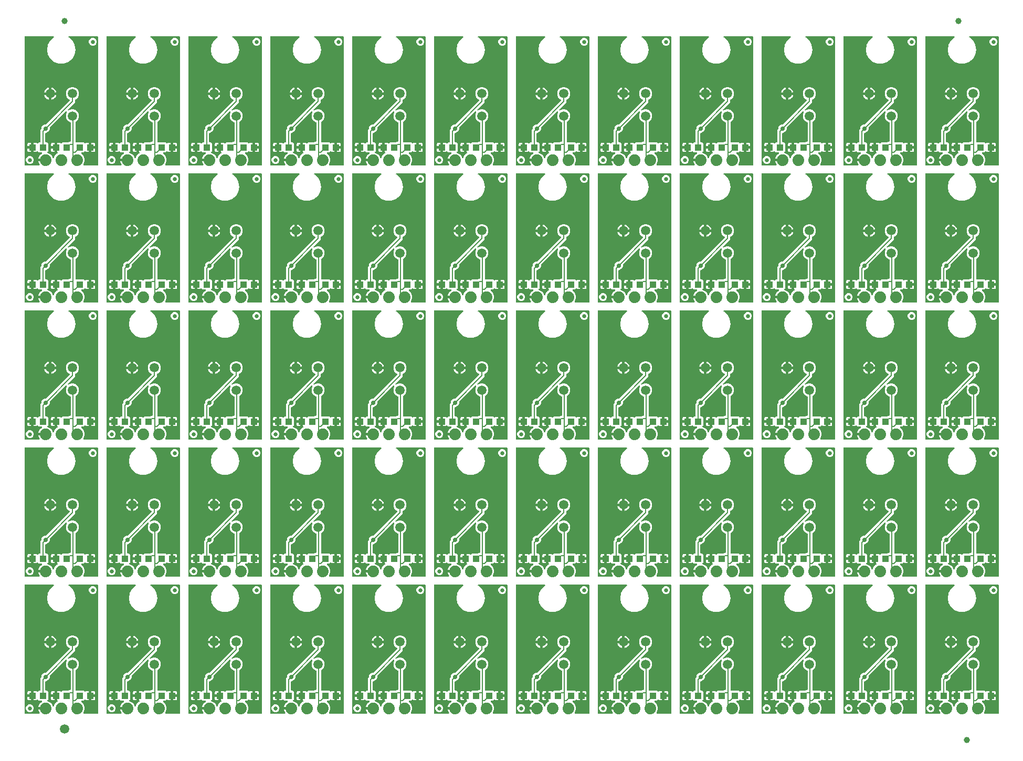
<source format=gtl>
G04 EAGLE Gerber RS-274X export*
G75*
%MOMM*%
%FSLAX34Y34*%
%LPD*%
%INTop Copper*%
%IPPOS*%
%AMOC8*
5,1,8,0,0,1.08239X$1,22.5*%
G01*
%ADD10C,0.635000*%
%ADD11C,1.500000*%
%ADD12R,1.100000X1.000000*%
%ADD13C,1.879600*%
%ADD14C,1.000000*%
%ADD15C,0.736600*%
%ADD16C,0.177800*%

G36*
X952275Y225058D02*
X952275Y225058D01*
X952367Y225061D01*
X952416Y225077D01*
X952466Y225085D01*
X952550Y225122D01*
X952637Y225151D01*
X952679Y225180D01*
X952725Y225201D01*
X952795Y225260D01*
X952871Y225312D01*
X952903Y225352D01*
X952942Y225384D01*
X952993Y225461D01*
X953052Y225532D01*
X953072Y225579D01*
X953100Y225621D01*
X953128Y225709D01*
X953164Y225793D01*
X953170Y225844D01*
X953186Y225892D01*
X953188Y225984D01*
X953199Y226075D01*
X953192Y226126D01*
X953193Y226176D01*
X953170Y226265D01*
X953155Y226356D01*
X953135Y226396D01*
X953121Y226451D01*
X953040Y226588D01*
X953006Y226657D01*
X952449Y227423D01*
X951596Y229097D01*
X951015Y230884D01*
X950894Y231649D01*
X961644Y231649D01*
X961702Y231657D01*
X961760Y231655D01*
X961842Y231677D01*
X961925Y231689D01*
X961979Y231713D01*
X962035Y231727D01*
X962108Y231770D01*
X962185Y231805D01*
X962229Y231843D01*
X962280Y231873D01*
X962337Y231934D01*
X962402Y231989D01*
X962434Y232037D01*
X962474Y232080D01*
X962513Y232155D01*
X962559Y232225D01*
X962577Y232281D01*
X962604Y232333D01*
X962615Y232401D01*
X962645Y232496D01*
X962648Y232596D01*
X962659Y232664D01*
X962659Y234696D01*
X962651Y234754D01*
X962652Y234812D01*
X962631Y234894D01*
X962619Y234977D01*
X962595Y235031D01*
X962581Y235087D01*
X962538Y235160D01*
X962503Y235237D01*
X962465Y235282D01*
X962435Y235332D01*
X962374Y235390D01*
X962319Y235454D01*
X962271Y235486D01*
X962228Y235526D01*
X962153Y235565D01*
X962083Y235611D01*
X962027Y235629D01*
X961975Y235656D01*
X961907Y235667D01*
X961812Y235697D01*
X961712Y235700D01*
X961644Y235711D01*
X950894Y235711D01*
X951015Y236476D01*
X951596Y238263D01*
X952449Y239937D01*
X953554Y241458D01*
X954882Y242786D01*
X956403Y243891D01*
X956678Y244031D01*
X956716Y244058D01*
X956759Y244077D01*
X956832Y244139D01*
X956911Y244195D01*
X956940Y244231D01*
X956976Y244261D01*
X957029Y244341D01*
X957090Y244416D01*
X957107Y244459D01*
X957133Y244497D01*
X957162Y244589D01*
X957200Y244678D01*
X957205Y244724D01*
X957219Y244768D01*
X957221Y244865D01*
X957233Y244960D01*
X957225Y245006D01*
X957226Y245052D01*
X957202Y245146D01*
X957186Y245241D01*
X957166Y245283D01*
X957154Y245327D01*
X957105Y245410D01*
X957064Y245497D01*
X957033Y245532D01*
X957009Y245572D01*
X956939Y245638D01*
X956875Y245710D01*
X956836Y245735D01*
X956802Y245766D01*
X956716Y245810D01*
X956634Y245862D01*
X956590Y245875D01*
X956549Y245896D01*
X956474Y245908D01*
X956361Y245941D01*
X956278Y245941D01*
X956218Y245951D01*
X951697Y245951D01*
X950319Y247330D01*
X950272Y247365D01*
X950232Y247407D01*
X950159Y247450D01*
X950092Y247501D01*
X950037Y247522D01*
X949986Y247551D01*
X949905Y247572D01*
X949826Y247602D01*
X949767Y247607D01*
X949711Y247621D01*
X949627Y247618D01*
X949543Y247625D01*
X949485Y247614D01*
X949427Y247612D01*
X949347Y247586D01*
X949264Y247570D01*
X949212Y247543D01*
X949156Y247525D01*
X949100Y247485D01*
X949011Y247439D01*
X948939Y247370D01*
X948883Y247330D01*
X948520Y246967D01*
X947941Y246632D01*
X947294Y246459D01*
X943491Y246459D01*
X943491Y252984D01*
X943483Y253042D01*
X943484Y253100D01*
X943463Y253182D01*
X943451Y253265D01*
X943427Y253319D01*
X943413Y253375D01*
X943370Y253448D01*
X943335Y253525D01*
X943297Y253569D01*
X943267Y253620D01*
X943206Y253677D01*
X943151Y253742D01*
X943103Y253774D01*
X943060Y253814D01*
X942985Y253853D01*
X942915Y253899D01*
X942859Y253917D01*
X942807Y253944D01*
X942739Y253955D01*
X942644Y253985D01*
X942544Y253988D01*
X942476Y253999D01*
X941459Y253999D01*
X941459Y254001D01*
X942476Y254001D01*
X942534Y254009D01*
X942592Y254008D01*
X942674Y254029D01*
X942757Y254041D01*
X942811Y254065D01*
X942867Y254079D01*
X942940Y254122D01*
X943017Y254157D01*
X943061Y254195D01*
X943112Y254225D01*
X943169Y254286D01*
X943234Y254341D01*
X943266Y254389D01*
X943306Y254432D01*
X943345Y254507D01*
X943391Y254577D01*
X943409Y254633D01*
X943436Y254685D01*
X943447Y254753D01*
X943477Y254848D01*
X943480Y254948D01*
X943491Y255016D01*
X943491Y261541D01*
X947294Y261541D01*
X947941Y261368D01*
X948520Y261033D01*
X948883Y260670D01*
X948930Y260635D01*
X948970Y260593D01*
X949043Y260550D01*
X949110Y260499D01*
X949165Y260478D01*
X949215Y260449D01*
X949297Y260428D01*
X949376Y260398D01*
X949434Y260393D01*
X949491Y260379D01*
X949575Y260382D01*
X949659Y260375D01*
X949716Y260386D01*
X949775Y260388D01*
X949855Y260414D01*
X949938Y260430D01*
X949990Y260457D01*
X950045Y260475D01*
X950102Y260515D01*
X950190Y260561D01*
X950262Y260630D01*
X950319Y260670D01*
X951697Y262049D01*
X953507Y262049D01*
X953565Y262057D01*
X953623Y262055D01*
X953705Y262077D01*
X953789Y262089D01*
X953842Y262112D01*
X953898Y262127D01*
X953971Y262170D01*
X954048Y262205D01*
X954093Y262243D01*
X954143Y262272D01*
X954201Y262334D01*
X954265Y262388D01*
X954297Y262437D01*
X954337Y262480D01*
X954376Y262555D01*
X954423Y262625D01*
X954440Y262681D01*
X954467Y262733D01*
X954478Y262801D01*
X954508Y262896D01*
X954511Y262996D01*
X954522Y263064D01*
X954522Y281911D01*
X955631Y283020D01*
X955683Y283090D01*
X955743Y283153D01*
X955769Y283203D01*
X955802Y283247D01*
X955833Y283329D01*
X955873Y283407D01*
X955881Y283454D01*
X955903Y283513D01*
X955915Y283660D01*
X955928Y283738D01*
X955928Y285819D01*
X956953Y288293D01*
X958847Y290187D01*
X961321Y291212D01*
X963402Y291212D01*
X963489Y291224D01*
X963576Y291227D01*
X963629Y291244D01*
X963684Y291252D01*
X963764Y291287D01*
X963847Y291314D01*
X963886Y291342D01*
X963943Y291368D01*
X964057Y291464D01*
X964120Y291509D01*
X1001785Y329174D01*
X1001837Y329243D01*
X1001897Y329307D01*
X1001923Y329357D01*
X1001956Y329401D01*
X1001987Y329483D01*
X1002027Y329561D01*
X1002035Y329608D01*
X1002057Y329667D01*
X1002069Y329814D01*
X1002082Y329892D01*
X1002082Y330075D01*
X1002082Y330076D01*
X1002082Y330078D01*
X1002062Y330217D01*
X1002042Y330356D01*
X1002042Y330358D01*
X1002042Y330359D01*
X1001985Y330485D01*
X1001926Y330616D01*
X1001925Y330617D01*
X1001924Y330618D01*
X1001836Y330722D01*
X1001743Y330833D01*
X1001741Y330834D01*
X1001740Y330835D01*
X1001727Y330843D01*
X1001506Y330990D01*
X1001477Y331000D01*
X1001456Y331013D01*
X1000045Y331597D01*
X997077Y334565D01*
X995471Y338442D01*
X995471Y342638D01*
X997077Y346515D01*
X1000045Y349483D01*
X1003922Y351089D01*
X1008118Y351089D01*
X1011995Y349483D01*
X1014963Y346515D01*
X1016569Y342638D01*
X1016569Y338442D01*
X1014963Y334565D01*
X1011995Y331597D01*
X1010584Y331013D01*
X1010583Y331012D01*
X1010582Y331012D01*
X1010461Y330940D01*
X1010340Y330868D01*
X1010339Y330867D01*
X1010337Y330866D01*
X1010240Y330762D01*
X1010144Y330662D01*
X1010144Y330660D01*
X1010143Y330659D01*
X1010078Y330533D01*
X1010014Y330409D01*
X1010014Y330407D01*
X1010013Y330406D01*
X1010011Y330391D01*
X1009959Y330130D01*
X1009962Y330099D01*
X1009958Y330075D01*
X1009958Y326209D01*
X1007354Y323605D01*
X998988Y315239D01*
X998937Y315171D01*
X998877Y315108D01*
X998851Y315058D01*
X998817Y315012D01*
X998787Y314932D01*
X998747Y314855D01*
X998736Y314800D01*
X998716Y314746D01*
X998709Y314661D01*
X998692Y314577D01*
X998697Y314520D01*
X998692Y314463D01*
X998709Y314379D01*
X998717Y314293D01*
X998737Y314240D01*
X998748Y314184D01*
X998788Y314108D01*
X998819Y314028D01*
X998853Y313983D01*
X998879Y313932D01*
X998939Y313870D01*
X998990Y313801D01*
X999036Y313767D01*
X999075Y313726D01*
X999149Y313682D01*
X999218Y313631D01*
X999271Y313611D01*
X999320Y313582D01*
X999404Y313561D01*
X999484Y313531D01*
X999541Y313526D01*
X999596Y313512D01*
X999682Y313515D01*
X999767Y313508D01*
X999816Y313519D01*
X999880Y313521D01*
X1000018Y313566D01*
X1000095Y313583D01*
X1003922Y315169D01*
X1008118Y315169D01*
X1011995Y313563D01*
X1014963Y310595D01*
X1016569Y306718D01*
X1016569Y302522D01*
X1014963Y298645D01*
X1011995Y295677D01*
X1011675Y295544D01*
X1011673Y295543D01*
X1011672Y295543D01*
X1011554Y295473D01*
X1011430Y295400D01*
X1011429Y295399D01*
X1011427Y295398D01*
X1011332Y295296D01*
X1011234Y295193D01*
X1011234Y295192D01*
X1011233Y295191D01*
X1011170Y295069D01*
X1011104Y294940D01*
X1011104Y294939D01*
X1011103Y294937D01*
X1011101Y294923D01*
X1011049Y294662D01*
X1011052Y294631D01*
X1011048Y294606D01*
X1011048Y263064D01*
X1011056Y263006D01*
X1011054Y262948D01*
X1011076Y262866D01*
X1011088Y262782D01*
X1011111Y262729D01*
X1011126Y262673D01*
X1011169Y262600D01*
X1011204Y262523D01*
X1011242Y262478D01*
X1011271Y262428D01*
X1011333Y262370D01*
X1011387Y262306D01*
X1011436Y262274D01*
X1011479Y262234D01*
X1011554Y262195D01*
X1011624Y262148D01*
X1011680Y262131D01*
X1011732Y262104D01*
X1011800Y262093D01*
X1011895Y262063D01*
X1011995Y262060D01*
X1012063Y262049D01*
X1024423Y262049D01*
X1025801Y260670D01*
X1025848Y260635D01*
X1025888Y260593D01*
X1025961Y260550D01*
X1026029Y260499D01*
X1026083Y260479D01*
X1026134Y260449D01*
X1026215Y260428D01*
X1026294Y260398D01*
X1026352Y260393D01*
X1026409Y260379D01*
X1026494Y260382D01*
X1026578Y260375D01*
X1026635Y260386D01*
X1026693Y260388D01*
X1026774Y260414D01*
X1026856Y260430D01*
X1026908Y260457D01*
X1026964Y260475D01*
X1027020Y260516D01*
X1027109Y260561D01*
X1027181Y260630D01*
X1027237Y260670D01*
X1027600Y261033D01*
X1028179Y261368D01*
X1028826Y261541D01*
X1032629Y261541D01*
X1032629Y255016D01*
X1032637Y254958D01*
X1032635Y254900D01*
X1032657Y254818D01*
X1032669Y254735D01*
X1032693Y254681D01*
X1032707Y254625D01*
X1032750Y254552D01*
X1032785Y254475D01*
X1032823Y254431D01*
X1032853Y254380D01*
X1032914Y254323D01*
X1032969Y254258D01*
X1033017Y254226D01*
X1033060Y254186D01*
X1033135Y254147D01*
X1033205Y254101D01*
X1033261Y254083D01*
X1033313Y254056D01*
X1033381Y254045D01*
X1033476Y254015D01*
X1033576Y254012D01*
X1033644Y254001D01*
X1034661Y254001D01*
X1034661Y253999D01*
X1033644Y253999D01*
X1033586Y253991D01*
X1033528Y253992D01*
X1033446Y253971D01*
X1033363Y253959D01*
X1033309Y253935D01*
X1033253Y253921D01*
X1033180Y253878D01*
X1033103Y253843D01*
X1033058Y253805D01*
X1033008Y253775D01*
X1032950Y253714D01*
X1032886Y253659D01*
X1032854Y253611D01*
X1032814Y253568D01*
X1032775Y253493D01*
X1032729Y253423D01*
X1032711Y253367D01*
X1032684Y253315D01*
X1032673Y253247D01*
X1032643Y253152D01*
X1032640Y253052D01*
X1032629Y252984D01*
X1032629Y246459D01*
X1028826Y246459D01*
X1028179Y246632D01*
X1027600Y246967D01*
X1027237Y247330D01*
X1027190Y247365D01*
X1027150Y247407D01*
X1027077Y247450D01*
X1027010Y247501D01*
X1026955Y247522D01*
X1026905Y247551D01*
X1026823Y247572D01*
X1026744Y247602D01*
X1026686Y247607D01*
X1026629Y247621D01*
X1026545Y247618D01*
X1026461Y247625D01*
X1026404Y247614D01*
X1026345Y247612D01*
X1026265Y247586D01*
X1026182Y247570D01*
X1026130Y247543D01*
X1026075Y247525D01*
X1026018Y247485D01*
X1025930Y247439D01*
X1025858Y247370D01*
X1025801Y247330D01*
X1024423Y245951D01*
X1021242Y245951D01*
X1021213Y245947D01*
X1021184Y245950D01*
X1021073Y245927D01*
X1020961Y245911D01*
X1020934Y245899D01*
X1020905Y245894D01*
X1020805Y245842D01*
X1020701Y245795D01*
X1020679Y245776D01*
X1020653Y245763D01*
X1020571Y245685D01*
X1020484Y245612D01*
X1020468Y245587D01*
X1020447Y245567D01*
X1020389Y245469D01*
X1020327Y245375D01*
X1020318Y245347D01*
X1020303Y245322D01*
X1020275Y245212D01*
X1020241Y245104D01*
X1020240Y245074D01*
X1020233Y245046D01*
X1020236Y244933D01*
X1020234Y244820D01*
X1020241Y244791D01*
X1020242Y244762D01*
X1020277Y244654D01*
X1020305Y244545D01*
X1020320Y244519D01*
X1020329Y244491D01*
X1020375Y244428D01*
X1020451Y244300D01*
X1020496Y244257D01*
X1020524Y244218D01*
X1024012Y240731D01*
X1025907Y236156D01*
X1025907Y231204D01*
X1023937Y226449D01*
X1023908Y226337D01*
X1023874Y226228D01*
X1023873Y226200D01*
X1023866Y226173D01*
X1023869Y226059D01*
X1023866Y225944D01*
X1023873Y225917D01*
X1023874Y225889D01*
X1023909Y225780D01*
X1023938Y225669D01*
X1023952Y225645D01*
X1023961Y225618D01*
X1024025Y225523D01*
X1024083Y225424D01*
X1024104Y225405D01*
X1024119Y225382D01*
X1024207Y225308D01*
X1024291Y225230D01*
X1024315Y225217D01*
X1024337Y225199D01*
X1024441Y225153D01*
X1024544Y225100D01*
X1024568Y225096D01*
X1024596Y225084D01*
X1024860Y225047D01*
X1024875Y225045D01*
X1046480Y225045D01*
X1046538Y225053D01*
X1046596Y225051D01*
X1046678Y225073D01*
X1046762Y225085D01*
X1046815Y225108D01*
X1046871Y225123D01*
X1046944Y225166D01*
X1047021Y225201D01*
X1047066Y225239D01*
X1047116Y225268D01*
X1047174Y225330D01*
X1047238Y225384D01*
X1047270Y225433D01*
X1047310Y225476D01*
X1047349Y225551D01*
X1047396Y225621D01*
X1047413Y225677D01*
X1047440Y225729D01*
X1047451Y225797D01*
X1047481Y225892D01*
X1047484Y225992D01*
X1047495Y226060D01*
X1047495Y431800D01*
X1047487Y431858D01*
X1047489Y431916D01*
X1047467Y431998D01*
X1047455Y432082D01*
X1047432Y432135D01*
X1047417Y432191D01*
X1047374Y432264D01*
X1047339Y432341D01*
X1047301Y432386D01*
X1047272Y432436D01*
X1047210Y432494D01*
X1047156Y432558D01*
X1047107Y432590D01*
X1047064Y432630D01*
X1046989Y432669D01*
X1046919Y432716D01*
X1046863Y432733D01*
X1046811Y432760D01*
X1046743Y432771D01*
X1046648Y432801D01*
X1046548Y432804D01*
X1046480Y432815D01*
X1000593Y432815D01*
X1000520Y432805D01*
X1000446Y432805D01*
X1000380Y432785D01*
X1000311Y432775D01*
X1000244Y432745D01*
X1000174Y432725D01*
X1000115Y432688D01*
X1000052Y432659D01*
X999996Y432612D01*
X999934Y432572D01*
X999888Y432520D01*
X999835Y432476D01*
X999794Y432414D01*
X999745Y432359D01*
X999716Y432297D01*
X999677Y432239D01*
X999655Y432169D01*
X999624Y432102D01*
X999612Y432034D01*
X999592Y431968D01*
X999590Y431894D01*
X999578Y431822D01*
X999586Y431753D01*
X999584Y431684D01*
X999603Y431613D01*
X999612Y431539D01*
X999639Y431476D01*
X999656Y431409D01*
X999694Y431345D01*
X999722Y431278D01*
X999761Y431233D01*
X999801Y431164D01*
X999891Y431080D01*
X999940Y431022D01*
X1005645Y426236D01*
X1009631Y419331D01*
X1011015Y411480D01*
X1009631Y403629D01*
X1005645Y396725D01*
X999538Y391600D01*
X992046Y388873D01*
X984074Y388873D01*
X976582Y391600D01*
X970475Y396724D01*
X966489Y403629D01*
X965105Y411480D01*
X966489Y419331D01*
X970475Y426235D01*
X976180Y431022D01*
X976229Y431077D01*
X976285Y431125D01*
X976324Y431182D01*
X976370Y431234D01*
X976402Y431300D01*
X976443Y431361D01*
X976464Y431427D01*
X976494Y431490D01*
X976506Y431562D01*
X976528Y431632D01*
X976530Y431701D01*
X976542Y431770D01*
X976534Y431843D01*
X976536Y431916D01*
X976518Y431983D01*
X976511Y432052D01*
X976483Y432120D01*
X976464Y432191D01*
X976429Y432251D01*
X976402Y432315D01*
X976356Y432373D01*
X976319Y432436D01*
X976268Y432483D01*
X976225Y432537D01*
X976165Y432580D01*
X976111Y432630D01*
X976050Y432662D01*
X975993Y432702D01*
X975924Y432726D01*
X975858Y432760D01*
X975800Y432770D01*
X975725Y432796D01*
X975603Y432803D01*
X975527Y432815D01*
X929640Y432815D01*
X929582Y432807D01*
X929524Y432809D01*
X929442Y432787D01*
X929358Y432775D01*
X929305Y432752D01*
X929249Y432737D01*
X929176Y432694D01*
X929099Y432659D01*
X929054Y432621D01*
X929004Y432592D01*
X928946Y432530D01*
X928882Y432476D01*
X928850Y432427D01*
X928810Y432384D01*
X928771Y432309D01*
X928724Y432239D01*
X928707Y432183D01*
X928680Y432131D01*
X928669Y432063D01*
X928639Y431968D01*
X928636Y431868D01*
X928625Y431800D01*
X928625Y226060D01*
X928633Y226002D01*
X928631Y225944D01*
X928653Y225862D01*
X928665Y225778D01*
X928688Y225725D01*
X928703Y225669D01*
X928746Y225596D01*
X928781Y225519D01*
X928819Y225474D01*
X928848Y225424D01*
X928910Y225366D01*
X928964Y225302D01*
X929013Y225270D01*
X929056Y225230D01*
X929131Y225191D01*
X929201Y225144D01*
X929257Y225127D01*
X929309Y225100D01*
X929377Y225089D01*
X929472Y225059D01*
X929572Y225056D01*
X929640Y225045D01*
X952184Y225045D01*
X952275Y225058D01*
G37*
G36*
X952275Y887998D02*
X952275Y887998D01*
X952367Y888001D01*
X952416Y888017D01*
X952466Y888025D01*
X952550Y888062D01*
X952637Y888091D01*
X952679Y888120D01*
X952725Y888141D01*
X952795Y888200D01*
X952871Y888252D01*
X952903Y888292D01*
X952942Y888324D01*
X952993Y888401D01*
X953052Y888472D01*
X953072Y888519D01*
X953100Y888561D01*
X953128Y888649D01*
X953164Y888733D01*
X953170Y888784D01*
X953186Y888832D01*
X953188Y888924D01*
X953199Y889015D01*
X953192Y889066D01*
X953193Y889116D01*
X953170Y889205D01*
X953155Y889296D01*
X953135Y889336D01*
X953121Y889391D01*
X953040Y889528D01*
X953006Y889597D01*
X952449Y890363D01*
X951596Y892037D01*
X951015Y893824D01*
X950894Y894589D01*
X961644Y894589D01*
X961702Y894597D01*
X961760Y894595D01*
X961842Y894617D01*
X961925Y894629D01*
X961979Y894653D01*
X962035Y894667D01*
X962108Y894710D01*
X962185Y894745D01*
X962229Y894783D01*
X962280Y894813D01*
X962337Y894874D01*
X962402Y894929D01*
X962434Y894977D01*
X962474Y895020D01*
X962513Y895095D01*
X962559Y895165D01*
X962577Y895221D01*
X962604Y895273D01*
X962615Y895341D01*
X962645Y895436D01*
X962648Y895536D01*
X962659Y895604D01*
X962659Y897636D01*
X962651Y897694D01*
X962652Y897752D01*
X962631Y897834D01*
X962619Y897917D01*
X962595Y897971D01*
X962581Y898027D01*
X962538Y898100D01*
X962503Y898177D01*
X962465Y898222D01*
X962435Y898272D01*
X962374Y898330D01*
X962319Y898394D01*
X962271Y898426D01*
X962228Y898466D01*
X962153Y898505D01*
X962083Y898551D01*
X962027Y898569D01*
X961975Y898596D01*
X961907Y898607D01*
X961812Y898637D01*
X961712Y898640D01*
X961644Y898651D01*
X950894Y898651D01*
X951015Y899416D01*
X951596Y901203D01*
X952449Y902877D01*
X953554Y904398D01*
X954882Y905726D01*
X956403Y906831D01*
X956678Y906971D01*
X956716Y906998D01*
X956759Y907017D01*
X956832Y907079D01*
X956911Y907135D01*
X956940Y907171D01*
X956976Y907201D01*
X957029Y907281D01*
X957090Y907356D01*
X957107Y907399D01*
X957133Y907437D01*
X957162Y907529D01*
X957200Y907618D01*
X957205Y907664D01*
X957219Y907708D01*
X957221Y907805D01*
X957233Y907900D01*
X957225Y907946D01*
X957226Y907992D01*
X957202Y908086D01*
X957186Y908181D01*
X957166Y908223D01*
X957154Y908267D01*
X957105Y908350D01*
X957064Y908437D01*
X957033Y908472D01*
X957009Y908512D01*
X956939Y908578D01*
X956875Y908650D01*
X956836Y908675D01*
X956802Y908706D01*
X956716Y908750D01*
X956634Y908802D01*
X956590Y908815D01*
X956549Y908836D01*
X956474Y908848D01*
X956361Y908881D01*
X956278Y908881D01*
X956218Y908891D01*
X951697Y908891D01*
X950319Y910270D01*
X950272Y910305D01*
X950232Y910347D01*
X950159Y910390D01*
X950092Y910441D01*
X950037Y910462D01*
X949986Y910491D01*
X949905Y910512D01*
X949826Y910542D01*
X949767Y910547D01*
X949711Y910561D01*
X949627Y910558D01*
X949543Y910565D01*
X949485Y910554D01*
X949427Y910552D01*
X949347Y910526D01*
X949264Y910510D01*
X949212Y910483D01*
X949156Y910465D01*
X949100Y910425D01*
X949011Y910379D01*
X948939Y910310D01*
X948883Y910270D01*
X948520Y909907D01*
X947941Y909572D01*
X947294Y909399D01*
X943491Y909399D01*
X943491Y915924D01*
X943483Y915982D01*
X943484Y916040D01*
X943463Y916122D01*
X943451Y916205D01*
X943427Y916259D01*
X943413Y916315D01*
X943370Y916388D01*
X943335Y916465D01*
X943297Y916509D01*
X943267Y916560D01*
X943206Y916617D01*
X943151Y916682D01*
X943103Y916714D01*
X943060Y916754D01*
X942985Y916793D01*
X942915Y916839D01*
X942859Y916857D01*
X942807Y916884D01*
X942739Y916895D01*
X942644Y916925D01*
X942544Y916928D01*
X942476Y916939D01*
X941459Y916939D01*
X941459Y916941D01*
X942476Y916941D01*
X942534Y916949D01*
X942592Y916948D01*
X942674Y916969D01*
X942757Y916981D01*
X942811Y917005D01*
X942867Y917019D01*
X942940Y917062D01*
X943017Y917097D01*
X943061Y917135D01*
X943112Y917165D01*
X943169Y917226D01*
X943234Y917281D01*
X943266Y917329D01*
X943306Y917372D01*
X943345Y917447D01*
X943391Y917517D01*
X943409Y917573D01*
X943436Y917625D01*
X943447Y917693D01*
X943477Y917788D01*
X943480Y917888D01*
X943491Y917956D01*
X943491Y924481D01*
X947294Y924481D01*
X947941Y924308D01*
X948520Y923973D01*
X948883Y923610D01*
X948930Y923575D01*
X948970Y923533D01*
X949043Y923490D01*
X949110Y923439D01*
X949165Y923418D01*
X949215Y923389D01*
X949297Y923368D01*
X949376Y923338D01*
X949434Y923333D01*
X949491Y923319D01*
X949575Y923322D01*
X949659Y923315D01*
X949716Y923326D01*
X949775Y923328D01*
X949855Y923354D01*
X949938Y923370D01*
X949990Y923397D01*
X950045Y923415D01*
X950102Y923455D01*
X950190Y923501D01*
X950262Y923570D01*
X950319Y923610D01*
X951697Y924989D01*
X953507Y924989D01*
X953565Y924997D01*
X953623Y924995D01*
X953705Y925017D01*
X953789Y925029D01*
X953842Y925052D01*
X953898Y925067D01*
X953971Y925110D01*
X954048Y925145D01*
X954093Y925183D01*
X954143Y925212D01*
X954201Y925274D01*
X954265Y925328D01*
X954297Y925377D01*
X954337Y925420D01*
X954376Y925495D01*
X954423Y925565D01*
X954440Y925621D01*
X954467Y925673D01*
X954478Y925741D01*
X954508Y925836D01*
X954511Y925936D01*
X954522Y926004D01*
X954522Y944851D01*
X955631Y945960D01*
X955683Y946030D01*
X955743Y946093D01*
X955769Y946143D01*
X955802Y946187D01*
X955833Y946269D01*
X955873Y946347D01*
X955881Y946394D01*
X955903Y946453D01*
X955915Y946600D01*
X955928Y946678D01*
X955928Y948759D01*
X956953Y951233D01*
X958847Y953127D01*
X961321Y954152D01*
X963402Y954152D01*
X963489Y954164D01*
X963576Y954167D01*
X963629Y954184D01*
X963684Y954192D01*
X963764Y954227D01*
X963847Y954254D01*
X963886Y954282D01*
X963943Y954308D01*
X964057Y954404D01*
X964120Y954449D01*
X1001785Y992114D01*
X1001837Y992183D01*
X1001897Y992247D01*
X1001923Y992297D01*
X1001956Y992341D01*
X1001987Y992423D01*
X1002027Y992501D01*
X1002035Y992548D01*
X1002057Y992607D01*
X1002069Y992754D01*
X1002082Y992832D01*
X1002082Y993015D01*
X1002082Y993016D01*
X1002082Y993018D01*
X1002062Y993157D01*
X1002042Y993296D01*
X1002042Y993298D01*
X1002042Y993299D01*
X1001985Y993425D01*
X1001926Y993556D01*
X1001925Y993557D01*
X1001924Y993558D01*
X1001836Y993662D01*
X1001743Y993773D01*
X1001741Y993774D01*
X1001740Y993775D01*
X1001727Y993783D01*
X1001506Y993930D01*
X1001477Y993940D01*
X1001456Y993953D01*
X1000045Y994537D01*
X997077Y997505D01*
X995471Y1001382D01*
X995471Y1005578D01*
X997077Y1009455D01*
X1000045Y1012423D01*
X1003922Y1014029D01*
X1008118Y1014029D01*
X1011995Y1012423D01*
X1014963Y1009455D01*
X1016569Y1005578D01*
X1016569Y1001382D01*
X1014963Y997505D01*
X1011995Y994537D01*
X1010584Y993953D01*
X1010583Y993952D01*
X1010582Y993952D01*
X1010461Y993880D01*
X1010340Y993808D01*
X1010339Y993807D01*
X1010337Y993806D01*
X1010240Y993702D01*
X1010144Y993602D01*
X1010144Y993600D01*
X1010143Y993599D01*
X1010078Y993473D01*
X1010014Y993349D01*
X1010014Y993347D01*
X1010013Y993346D01*
X1010011Y993331D01*
X1009959Y993070D01*
X1009962Y993039D01*
X1009958Y993015D01*
X1009958Y989149D01*
X1007354Y986545D01*
X998988Y978179D01*
X998937Y978111D01*
X998877Y978048D01*
X998851Y977998D01*
X998817Y977952D01*
X998787Y977872D01*
X998747Y977795D01*
X998736Y977740D01*
X998716Y977686D01*
X998709Y977601D01*
X998692Y977517D01*
X998697Y977460D01*
X998692Y977403D01*
X998709Y977319D01*
X998717Y977233D01*
X998737Y977180D01*
X998748Y977124D01*
X998788Y977048D01*
X998819Y976968D01*
X998853Y976923D01*
X998879Y976872D01*
X998939Y976810D01*
X998990Y976741D01*
X999036Y976707D01*
X999075Y976666D01*
X999149Y976622D01*
X999218Y976571D01*
X999271Y976551D01*
X999320Y976522D01*
X999404Y976501D01*
X999484Y976471D01*
X999541Y976466D01*
X999596Y976452D01*
X999682Y976455D01*
X999767Y976448D01*
X999816Y976459D01*
X999880Y976461D01*
X1000018Y976506D01*
X1000095Y976523D01*
X1003922Y978109D01*
X1008118Y978109D01*
X1011995Y976503D01*
X1014963Y973535D01*
X1016569Y969658D01*
X1016569Y965462D01*
X1014963Y961585D01*
X1011995Y958617D01*
X1011675Y958484D01*
X1011673Y958483D01*
X1011672Y958483D01*
X1011554Y958413D01*
X1011430Y958340D01*
X1011429Y958339D01*
X1011427Y958338D01*
X1011332Y958236D01*
X1011234Y958133D01*
X1011234Y958132D01*
X1011233Y958131D01*
X1011170Y958009D01*
X1011104Y957880D01*
X1011104Y957879D01*
X1011103Y957877D01*
X1011101Y957863D01*
X1011049Y957602D01*
X1011052Y957571D01*
X1011048Y957546D01*
X1011048Y926004D01*
X1011056Y925946D01*
X1011054Y925888D01*
X1011076Y925806D01*
X1011088Y925722D01*
X1011111Y925669D01*
X1011126Y925613D01*
X1011169Y925540D01*
X1011204Y925463D01*
X1011242Y925418D01*
X1011271Y925368D01*
X1011333Y925310D01*
X1011387Y925246D01*
X1011436Y925214D01*
X1011479Y925174D01*
X1011554Y925135D01*
X1011624Y925088D01*
X1011680Y925071D01*
X1011732Y925044D01*
X1011800Y925033D01*
X1011895Y925003D01*
X1011995Y925000D01*
X1012063Y924989D01*
X1024423Y924989D01*
X1025801Y923610D01*
X1025848Y923575D01*
X1025888Y923533D01*
X1025961Y923490D01*
X1026029Y923439D01*
X1026083Y923419D01*
X1026134Y923389D01*
X1026215Y923368D01*
X1026294Y923338D01*
X1026352Y923333D01*
X1026409Y923319D01*
X1026494Y923322D01*
X1026578Y923315D01*
X1026635Y923326D01*
X1026693Y923328D01*
X1026774Y923354D01*
X1026856Y923370D01*
X1026908Y923397D01*
X1026964Y923415D01*
X1027020Y923456D01*
X1027109Y923501D01*
X1027181Y923570D01*
X1027237Y923610D01*
X1027600Y923973D01*
X1028179Y924308D01*
X1028826Y924481D01*
X1032629Y924481D01*
X1032629Y917956D01*
X1032637Y917898D01*
X1032635Y917840D01*
X1032657Y917758D01*
X1032669Y917675D01*
X1032693Y917621D01*
X1032707Y917565D01*
X1032750Y917492D01*
X1032785Y917415D01*
X1032823Y917371D01*
X1032853Y917320D01*
X1032914Y917263D01*
X1032969Y917198D01*
X1033017Y917166D01*
X1033060Y917126D01*
X1033135Y917087D01*
X1033205Y917041D01*
X1033261Y917023D01*
X1033313Y916996D01*
X1033381Y916985D01*
X1033476Y916955D01*
X1033576Y916952D01*
X1033644Y916941D01*
X1034661Y916941D01*
X1034661Y916939D01*
X1033644Y916939D01*
X1033586Y916931D01*
X1033528Y916932D01*
X1033446Y916911D01*
X1033363Y916899D01*
X1033309Y916875D01*
X1033253Y916861D01*
X1033180Y916818D01*
X1033103Y916783D01*
X1033058Y916745D01*
X1033008Y916715D01*
X1032950Y916654D01*
X1032886Y916599D01*
X1032854Y916551D01*
X1032814Y916508D01*
X1032775Y916433D01*
X1032729Y916363D01*
X1032711Y916307D01*
X1032684Y916255D01*
X1032673Y916187D01*
X1032643Y916092D01*
X1032640Y915992D01*
X1032629Y915924D01*
X1032629Y909399D01*
X1028826Y909399D01*
X1028179Y909572D01*
X1027600Y909907D01*
X1027237Y910270D01*
X1027190Y910305D01*
X1027150Y910347D01*
X1027077Y910390D01*
X1027010Y910441D01*
X1026955Y910462D01*
X1026905Y910491D01*
X1026823Y910512D01*
X1026744Y910542D01*
X1026686Y910547D01*
X1026629Y910561D01*
X1026545Y910558D01*
X1026461Y910565D01*
X1026404Y910554D01*
X1026345Y910552D01*
X1026265Y910526D01*
X1026182Y910510D01*
X1026130Y910483D01*
X1026075Y910465D01*
X1026018Y910425D01*
X1025930Y910379D01*
X1025858Y910310D01*
X1025801Y910270D01*
X1024423Y908891D01*
X1021242Y908891D01*
X1021213Y908887D01*
X1021184Y908890D01*
X1021073Y908867D01*
X1020961Y908851D01*
X1020934Y908839D01*
X1020905Y908834D01*
X1020805Y908782D01*
X1020701Y908735D01*
X1020679Y908716D01*
X1020653Y908703D01*
X1020571Y908625D01*
X1020484Y908552D01*
X1020468Y908527D01*
X1020447Y908507D01*
X1020389Y908409D01*
X1020327Y908315D01*
X1020318Y908287D01*
X1020303Y908262D01*
X1020275Y908152D01*
X1020241Y908044D01*
X1020240Y908014D01*
X1020233Y907986D01*
X1020236Y907873D01*
X1020234Y907760D01*
X1020241Y907731D01*
X1020242Y907702D01*
X1020277Y907594D01*
X1020305Y907485D01*
X1020320Y907459D01*
X1020329Y907431D01*
X1020375Y907368D01*
X1020451Y907240D01*
X1020496Y907197D01*
X1020524Y907158D01*
X1024012Y903671D01*
X1025907Y899096D01*
X1025907Y894144D01*
X1023937Y889389D01*
X1023908Y889277D01*
X1023874Y889168D01*
X1023873Y889140D01*
X1023866Y889113D01*
X1023869Y888999D01*
X1023866Y888884D01*
X1023873Y888857D01*
X1023874Y888829D01*
X1023909Y888720D01*
X1023938Y888609D01*
X1023952Y888585D01*
X1023961Y888558D01*
X1024025Y888463D01*
X1024083Y888364D01*
X1024104Y888345D01*
X1024119Y888322D01*
X1024207Y888248D01*
X1024291Y888170D01*
X1024315Y888157D01*
X1024337Y888139D01*
X1024441Y888093D01*
X1024544Y888040D01*
X1024568Y888036D01*
X1024596Y888024D01*
X1024860Y887987D01*
X1024875Y887985D01*
X1046480Y887985D01*
X1046538Y887993D01*
X1046596Y887991D01*
X1046678Y888013D01*
X1046762Y888025D01*
X1046815Y888048D01*
X1046871Y888063D01*
X1046944Y888106D01*
X1047021Y888141D01*
X1047066Y888179D01*
X1047116Y888208D01*
X1047174Y888270D01*
X1047238Y888324D01*
X1047270Y888373D01*
X1047310Y888416D01*
X1047349Y888491D01*
X1047396Y888561D01*
X1047413Y888617D01*
X1047440Y888669D01*
X1047451Y888737D01*
X1047481Y888832D01*
X1047484Y888932D01*
X1047495Y889000D01*
X1047495Y1094740D01*
X1047487Y1094798D01*
X1047489Y1094856D01*
X1047467Y1094938D01*
X1047455Y1095022D01*
X1047432Y1095075D01*
X1047417Y1095131D01*
X1047374Y1095204D01*
X1047339Y1095281D01*
X1047301Y1095326D01*
X1047272Y1095376D01*
X1047210Y1095434D01*
X1047156Y1095498D01*
X1047107Y1095530D01*
X1047064Y1095570D01*
X1046989Y1095609D01*
X1046919Y1095656D01*
X1046863Y1095673D01*
X1046811Y1095700D01*
X1046743Y1095711D01*
X1046648Y1095741D01*
X1046548Y1095744D01*
X1046480Y1095755D01*
X1000593Y1095755D01*
X1000520Y1095745D01*
X1000446Y1095745D01*
X1000380Y1095725D01*
X1000311Y1095715D01*
X1000244Y1095685D01*
X1000174Y1095665D01*
X1000115Y1095628D01*
X1000052Y1095599D01*
X999996Y1095552D01*
X999934Y1095512D01*
X999888Y1095460D01*
X999835Y1095416D01*
X999794Y1095354D01*
X999745Y1095299D01*
X999716Y1095237D01*
X999677Y1095179D01*
X999655Y1095109D01*
X999624Y1095042D01*
X999612Y1094974D01*
X999592Y1094908D01*
X999590Y1094834D01*
X999578Y1094762D01*
X999586Y1094693D01*
X999584Y1094624D01*
X999603Y1094553D01*
X999612Y1094479D01*
X999639Y1094416D01*
X999656Y1094349D01*
X999694Y1094285D01*
X999722Y1094218D01*
X999761Y1094173D01*
X999801Y1094104D01*
X999891Y1094020D01*
X999940Y1093962D01*
X1005645Y1089176D01*
X1009631Y1082271D01*
X1011015Y1074420D01*
X1009631Y1066569D01*
X1005645Y1059665D01*
X999538Y1054540D01*
X992046Y1051813D01*
X984074Y1051813D01*
X976582Y1054540D01*
X970475Y1059664D01*
X966489Y1066569D01*
X965105Y1074420D01*
X966489Y1082271D01*
X970475Y1089175D01*
X976180Y1093962D01*
X976229Y1094017D01*
X976285Y1094065D01*
X976324Y1094122D01*
X976370Y1094174D01*
X976402Y1094240D01*
X976443Y1094301D01*
X976464Y1094367D01*
X976494Y1094430D01*
X976506Y1094502D01*
X976528Y1094572D01*
X976530Y1094641D01*
X976542Y1094710D01*
X976534Y1094783D01*
X976536Y1094856D01*
X976518Y1094923D01*
X976511Y1094992D01*
X976483Y1095060D01*
X976464Y1095131D01*
X976429Y1095191D01*
X976402Y1095255D01*
X976356Y1095313D01*
X976319Y1095376D01*
X976268Y1095423D01*
X976225Y1095477D01*
X976165Y1095520D01*
X976111Y1095570D01*
X976050Y1095602D01*
X975993Y1095642D01*
X975924Y1095666D01*
X975858Y1095700D01*
X975800Y1095710D01*
X975725Y1095736D01*
X975603Y1095743D01*
X975527Y1095755D01*
X929640Y1095755D01*
X929582Y1095747D01*
X929524Y1095749D01*
X929442Y1095727D01*
X929358Y1095715D01*
X929305Y1095692D01*
X929249Y1095677D01*
X929176Y1095634D01*
X929099Y1095599D01*
X929054Y1095561D01*
X929004Y1095532D01*
X928946Y1095470D01*
X928882Y1095416D01*
X928850Y1095367D01*
X928810Y1095324D01*
X928771Y1095249D01*
X928724Y1095179D01*
X928707Y1095123D01*
X928680Y1095071D01*
X928669Y1095003D01*
X928639Y1094908D01*
X928636Y1094808D01*
X928625Y1094740D01*
X928625Y889000D01*
X928633Y888942D01*
X928631Y888884D01*
X928653Y888802D01*
X928665Y888718D01*
X928688Y888665D01*
X928703Y888609D01*
X928746Y888536D01*
X928781Y888459D01*
X928819Y888414D01*
X928848Y888364D01*
X928910Y888306D01*
X928964Y888242D01*
X929013Y888210D01*
X929056Y888170D01*
X929131Y888131D01*
X929201Y888084D01*
X929257Y888067D01*
X929309Y888040D01*
X929377Y888029D01*
X929472Y887999D01*
X929572Y887996D01*
X929640Y887985D01*
X952184Y887985D01*
X952275Y887998D01*
G37*
G36*
X291875Y4078D02*
X291875Y4078D01*
X291967Y4081D01*
X292016Y4097D01*
X292066Y4105D01*
X292150Y4142D01*
X292237Y4171D01*
X292279Y4200D01*
X292325Y4221D01*
X292395Y4280D01*
X292471Y4332D01*
X292503Y4372D01*
X292542Y4404D01*
X292593Y4481D01*
X292652Y4552D01*
X292672Y4599D01*
X292700Y4641D01*
X292728Y4729D01*
X292764Y4813D01*
X292770Y4864D01*
X292786Y4912D01*
X292788Y5004D01*
X292799Y5095D01*
X292792Y5146D01*
X292793Y5196D01*
X292770Y5285D01*
X292755Y5376D01*
X292735Y5416D01*
X292721Y5471D01*
X292640Y5608D01*
X292606Y5677D01*
X292049Y6443D01*
X291196Y8117D01*
X290615Y9904D01*
X290494Y10669D01*
X301244Y10669D01*
X301302Y10677D01*
X301360Y10675D01*
X301442Y10697D01*
X301525Y10709D01*
X301579Y10733D01*
X301635Y10747D01*
X301708Y10790D01*
X301785Y10825D01*
X301829Y10863D01*
X301880Y10893D01*
X301937Y10954D01*
X302002Y11009D01*
X302034Y11057D01*
X302074Y11100D01*
X302113Y11175D01*
X302159Y11245D01*
X302177Y11301D01*
X302204Y11353D01*
X302215Y11421D01*
X302245Y11516D01*
X302248Y11616D01*
X302259Y11684D01*
X302259Y13716D01*
X302251Y13774D01*
X302252Y13832D01*
X302231Y13914D01*
X302219Y13997D01*
X302195Y14051D01*
X302181Y14107D01*
X302138Y14180D01*
X302103Y14257D01*
X302065Y14302D01*
X302035Y14352D01*
X301974Y14410D01*
X301919Y14474D01*
X301871Y14506D01*
X301828Y14546D01*
X301753Y14585D01*
X301683Y14631D01*
X301627Y14649D01*
X301575Y14676D01*
X301507Y14687D01*
X301412Y14717D01*
X301312Y14720D01*
X301244Y14731D01*
X290494Y14731D01*
X290615Y15496D01*
X291196Y17283D01*
X292049Y18957D01*
X293154Y20478D01*
X294482Y21806D01*
X296003Y22911D01*
X296278Y23051D01*
X296316Y23078D01*
X296359Y23097D01*
X296432Y23159D01*
X296511Y23215D01*
X296540Y23251D01*
X296576Y23281D01*
X296629Y23361D01*
X296690Y23436D01*
X296707Y23479D01*
X296733Y23517D01*
X296762Y23609D01*
X296800Y23698D01*
X296805Y23744D01*
X296819Y23788D01*
X296821Y23884D01*
X296833Y23981D01*
X296825Y24026D01*
X296826Y24072D01*
X296802Y24166D01*
X296786Y24261D01*
X296766Y24303D01*
X296754Y24347D01*
X296705Y24430D01*
X296663Y24518D01*
X296633Y24552D01*
X296609Y24592D01*
X296539Y24658D01*
X296475Y24730D01*
X296436Y24755D01*
X296402Y24786D01*
X296316Y24830D01*
X296234Y24882D01*
X296190Y24895D01*
X296149Y24916D01*
X296074Y24928D01*
X295961Y24961D01*
X295878Y24961D01*
X295818Y24971D01*
X291297Y24971D01*
X289919Y26350D01*
X289872Y26385D01*
X289832Y26427D01*
X289759Y26470D01*
X289691Y26521D01*
X289637Y26541D01*
X289586Y26571D01*
X289505Y26592D01*
X289426Y26622D01*
X289368Y26627D01*
X289311Y26641D01*
X289226Y26638D01*
X289142Y26645D01*
X289085Y26634D01*
X289027Y26632D01*
X288946Y26606D01*
X288864Y26590D01*
X288812Y26563D01*
X288756Y26545D01*
X288700Y26504D01*
X288611Y26459D01*
X288539Y26390D01*
X288483Y26350D01*
X288120Y25987D01*
X287541Y25652D01*
X286894Y25479D01*
X283091Y25479D01*
X283091Y32004D01*
X283083Y32062D01*
X283084Y32120D01*
X283063Y32202D01*
X283051Y32285D01*
X283027Y32339D01*
X283013Y32395D01*
X282970Y32468D01*
X282935Y32545D01*
X282897Y32589D01*
X282867Y32640D01*
X282806Y32697D01*
X282751Y32762D01*
X282703Y32794D01*
X282660Y32834D01*
X282585Y32873D01*
X282515Y32919D01*
X282459Y32937D01*
X282407Y32964D01*
X282339Y32975D01*
X282244Y33005D01*
X282144Y33008D01*
X282076Y33019D01*
X281059Y33019D01*
X281059Y33021D01*
X282076Y33021D01*
X282134Y33029D01*
X282192Y33028D01*
X282274Y33049D01*
X282357Y33061D01*
X282411Y33085D01*
X282467Y33099D01*
X282540Y33142D01*
X282617Y33177D01*
X282661Y33215D01*
X282712Y33245D01*
X282769Y33306D01*
X282834Y33361D01*
X282866Y33409D01*
X282906Y33452D01*
X282945Y33527D01*
X282991Y33597D01*
X283009Y33653D01*
X283036Y33705D01*
X283047Y33773D01*
X283077Y33868D01*
X283080Y33968D01*
X283091Y34036D01*
X283091Y40561D01*
X286894Y40561D01*
X287541Y40388D01*
X288120Y40053D01*
X288483Y39690D01*
X288530Y39655D01*
X288570Y39613D01*
X288643Y39570D01*
X288710Y39519D01*
X288765Y39498D01*
X288815Y39469D01*
X288897Y39448D01*
X288976Y39418D01*
X289034Y39413D01*
X289091Y39399D01*
X289175Y39402D01*
X289259Y39395D01*
X289316Y39406D01*
X289375Y39408D01*
X289455Y39434D01*
X289538Y39450D01*
X289590Y39477D01*
X289645Y39495D01*
X289702Y39535D01*
X289790Y39581D01*
X289862Y39650D01*
X289919Y39690D01*
X291297Y41069D01*
X293107Y41069D01*
X293165Y41077D01*
X293223Y41075D01*
X293305Y41097D01*
X293389Y41109D01*
X293442Y41132D01*
X293498Y41147D01*
X293571Y41190D01*
X293648Y41225D01*
X293693Y41263D01*
X293743Y41292D01*
X293801Y41354D01*
X293865Y41408D01*
X293897Y41457D01*
X293937Y41500D01*
X293976Y41575D01*
X294023Y41645D01*
X294040Y41701D01*
X294067Y41753D01*
X294078Y41821D01*
X294108Y41916D01*
X294111Y42016D01*
X294122Y42084D01*
X294122Y60931D01*
X295231Y62040D01*
X295283Y62109D01*
X295343Y62173D01*
X295369Y62223D01*
X295402Y62267D01*
X295433Y62349D01*
X295473Y62427D01*
X295481Y62474D01*
X295503Y62533D01*
X295515Y62680D01*
X295528Y62758D01*
X295528Y64839D01*
X296553Y67313D01*
X298447Y69207D01*
X300921Y70232D01*
X303002Y70232D01*
X303089Y70244D01*
X303176Y70247D01*
X303229Y70264D01*
X303284Y70272D01*
X303364Y70307D01*
X303447Y70334D01*
X303486Y70362D01*
X303543Y70388D01*
X303657Y70484D01*
X303720Y70529D01*
X341385Y108194D01*
X341437Y108263D01*
X341497Y108327D01*
X341523Y108377D01*
X341556Y108421D01*
X341587Y108503D01*
X341627Y108581D01*
X341635Y108628D01*
X341657Y108687D01*
X341669Y108834D01*
X341682Y108912D01*
X341682Y109095D01*
X341682Y109096D01*
X341682Y109098D01*
X341662Y109237D01*
X341642Y109376D01*
X341642Y109378D01*
X341642Y109379D01*
X341585Y109505D01*
X341526Y109636D01*
X341525Y109637D01*
X341524Y109638D01*
X341436Y109742D01*
X341343Y109853D01*
X341341Y109854D01*
X341340Y109855D01*
X341327Y109863D01*
X341106Y110010D01*
X341077Y110020D01*
X341056Y110033D01*
X339645Y110617D01*
X336677Y113585D01*
X335071Y117462D01*
X335071Y121658D01*
X336677Y125535D01*
X339645Y128503D01*
X343522Y130109D01*
X347718Y130109D01*
X351595Y128503D01*
X354563Y125535D01*
X356169Y121658D01*
X356169Y117462D01*
X354563Y113585D01*
X351595Y110617D01*
X350184Y110033D01*
X350183Y110032D01*
X350182Y110032D01*
X350061Y109960D01*
X349940Y109888D01*
X349939Y109887D01*
X349937Y109886D01*
X349840Y109782D01*
X349744Y109682D01*
X349744Y109680D01*
X349743Y109679D01*
X349678Y109553D01*
X349614Y109429D01*
X349614Y109427D01*
X349613Y109426D01*
X349611Y109411D01*
X349559Y109150D01*
X349562Y109119D01*
X349558Y109095D01*
X349558Y105229D01*
X346954Y102625D01*
X338588Y94259D01*
X338537Y94191D01*
X338477Y94128D01*
X338451Y94078D01*
X338417Y94032D01*
X338387Y93952D01*
X338347Y93875D01*
X338336Y93820D01*
X338316Y93766D01*
X338309Y93681D01*
X338292Y93597D01*
X338297Y93540D01*
X338292Y93483D01*
X338309Y93399D01*
X338317Y93313D01*
X338337Y93260D01*
X338348Y93204D01*
X338388Y93128D01*
X338419Y93048D01*
X338453Y93003D01*
X338479Y92952D01*
X338539Y92890D01*
X338590Y92821D01*
X338636Y92787D01*
X338675Y92746D01*
X338749Y92702D01*
X338818Y92651D01*
X338871Y92631D01*
X338920Y92602D01*
X339004Y92581D01*
X339084Y92551D01*
X339141Y92546D01*
X339196Y92532D01*
X339282Y92535D01*
X339367Y92528D01*
X339416Y92539D01*
X339480Y92541D01*
X339618Y92586D01*
X339695Y92603D01*
X343522Y94189D01*
X347718Y94189D01*
X351595Y92583D01*
X354563Y89615D01*
X356169Y85738D01*
X356169Y81542D01*
X354563Y77665D01*
X351595Y74697D01*
X351275Y74564D01*
X351273Y74563D01*
X351272Y74563D01*
X351154Y74493D01*
X351030Y74420D01*
X351029Y74419D01*
X351027Y74418D01*
X350932Y74316D01*
X350834Y74213D01*
X350834Y74212D01*
X350833Y74211D01*
X350770Y74089D01*
X350704Y73960D01*
X350704Y73959D01*
X350703Y73957D01*
X350701Y73943D01*
X350649Y73682D01*
X350652Y73651D01*
X350648Y73626D01*
X350648Y42084D01*
X350656Y42026D01*
X350654Y41968D01*
X350676Y41886D01*
X350688Y41802D01*
X350711Y41749D01*
X350726Y41693D01*
X350769Y41620D01*
X350804Y41543D01*
X350842Y41498D01*
X350871Y41448D01*
X350933Y41390D01*
X350987Y41326D01*
X351036Y41294D01*
X351079Y41254D01*
X351154Y41215D01*
X351224Y41168D01*
X351280Y41151D01*
X351332Y41124D01*
X351400Y41113D01*
X351495Y41083D01*
X351595Y41080D01*
X351663Y41069D01*
X364023Y41069D01*
X365401Y39690D01*
X365448Y39655D01*
X365488Y39613D01*
X365561Y39570D01*
X365628Y39519D01*
X365683Y39498D01*
X365734Y39469D01*
X365815Y39448D01*
X365894Y39418D01*
X365953Y39413D01*
X366009Y39399D01*
X366093Y39402D01*
X366177Y39395D01*
X366235Y39406D01*
X366293Y39408D01*
X366373Y39434D01*
X366456Y39450D01*
X366508Y39477D01*
X366564Y39495D01*
X366620Y39535D01*
X366709Y39581D01*
X366781Y39650D01*
X366837Y39690D01*
X367200Y40053D01*
X367779Y40388D01*
X368426Y40561D01*
X372229Y40561D01*
X372229Y34036D01*
X372237Y33978D01*
X372235Y33920D01*
X372257Y33838D01*
X372269Y33755D01*
X372293Y33701D01*
X372307Y33645D01*
X372350Y33572D01*
X372385Y33495D01*
X372423Y33451D01*
X372453Y33400D01*
X372514Y33343D01*
X372569Y33278D01*
X372617Y33246D01*
X372660Y33206D01*
X372735Y33167D01*
X372805Y33121D01*
X372861Y33103D01*
X372913Y33076D01*
X372981Y33065D01*
X373076Y33035D01*
X373176Y33032D01*
X373244Y33021D01*
X374261Y33021D01*
X374261Y33019D01*
X373244Y33019D01*
X373186Y33011D01*
X373128Y33012D01*
X373046Y32991D01*
X372963Y32979D01*
X372909Y32955D01*
X372853Y32941D01*
X372780Y32898D01*
X372703Y32863D01*
X372658Y32825D01*
X372608Y32795D01*
X372550Y32734D01*
X372486Y32679D01*
X372454Y32631D01*
X372414Y32588D01*
X372375Y32513D01*
X372329Y32443D01*
X372311Y32387D01*
X372284Y32335D01*
X372273Y32267D01*
X372243Y32172D01*
X372240Y32072D01*
X372229Y32004D01*
X372229Y25479D01*
X368426Y25479D01*
X367779Y25652D01*
X367200Y25987D01*
X366837Y26350D01*
X366790Y26385D01*
X366750Y26427D01*
X366677Y26470D01*
X366610Y26521D01*
X366555Y26542D01*
X366505Y26571D01*
X366423Y26592D01*
X366344Y26622D01*
X366286Y26627D01*
X366229Y26641D01*
X366145Y26638D01*
X366061Y26645D01*
X366004Y26634D01*
X365945Y26632D01*
X365865Y26606D01*
X365782Y26590D01*
X365730Y26563D01*
X365675Y26545D01*
X365618Y26504D01*
X365530Y26459D01*
X365458Y26390D01*
X365401Y26350D01*
X364023Y24971D01*
X360842Y24971D01*
X360813Y24967D01*
X360784Y24970D01*
X360673Y24947D01*
X360561Y24931D01*
X360534Y24919D01*
X360505Y24914D01*
X360405Y24862D01*
X360301Y24815D01*
X360279Y24796D01*
X360253Y24783D01*
X360171Y24705D01*
X360084Y24632D01*
X360068Y24607D01*
X360047Y24587D01*
X359989Y24489D01*
X359927Y24395D01*
X359918Y24367D01*
X359903Y24342D01*
X359875Y24232D01*
X359841Y24124D01*
X359840Y24094D01*
X359833Y24066D01*
X359836Y23953D01*
X359834Y23840D01*
X359841Y23811D01*
X359842Y23782D01*
X359877Y23674D01*
X359905Y23565D01*
X359920Y23539D01*
X359929Y23511D01*
X359975Y23448D01*
X360051Y23320D01*
X360096Y23277D01*
X360124Y23238D01*
X363612Y19751D01*
X365507Y15176D01*
X365507Y10224D01*
X363537Y5469D01*
X363508Y5357D01*
X363474Y5248D01*
X363473Y5220D01*
X363466Y5193D01*
X363469Y5079D01*
X363466Y4964D01*
X363473Y4937D01*
X363474Y4909D01*
X363509Y4800D01*
X363538Y4689D01*
X363552Y4665D01*
X363561Y4638D01*
X363625Y4543D01*
X363683Y4444D01*
X363704Y4425D01*
X363719Y4402D01*
X363807Y4328D01*
X363891Y4250D01*
X363915Y4237D01*
X363937Y4219D01*
X364041Y4173D01*
X364144Y4120D01*
X364168Y4116D01*
X364196Y4104D01*
X364460Y4067D01*
X364475Y4065D01*
X386080Y4065D01*
X386138Y4073D01*
X386196Y4071D01*
X386278Y4093D01*
X386362Y4105D01*
X386415Y4128D01*
X386471Y4143D01*
X386544Y4186D01*
X386621Y4221D01*
X386666Y4259D01*
X386716Y4288D01*
X386774Y4350D01*
X386838Y4404D01*
X386870Y4453D01*
X386910Y4496D01*
X386949Y4571D01*
X386996Y4641D01*
X387013Y4697D01*
X387040Y4749D01*
X387051Y4817D01*
X387081Y4912D01*
X387084Y5012D01*
X387095Y5080D01*
X387095Y210820D01*
X387087Y210878D01*
X387089Y210936D01*
X387067Y211018D01*
X387055Y211102D01*
X387032Y211155D01*
X387017Y211211D01*
X386974Y211284D01*
X386939Y211361D01*
X386901Y211406D01*
X386872Y211456D01*
X386810Y211514D01*
X386756Y211578D01*
X386707Y211610D01*
X386664Y211650D01*
X386589Y211689D01*
X386519Y211736D01*
X386463Y211753D01*
X386411Y211780D01*
X386343Y211791D01*
X386248Y211821D01*
X386148Y211824D01*
X386080Y211835D01*
X340193Y211835D01*
X340120Y211825D01*
X340046Y211825D01*
X339980Y211805D01*
X339911Y211795D01*
X339844Y211765D01*
X339774Y211745D01*
X339715Y211708D01*
X339652Y211679D01*
X339596Y211632D01*
X339534Y211592D01*
X339488Y211540D01*
X339435Y211496D01*
X339394Y211434D01*
X339345Y211379D01*
X339316Y211317D01*
X339277Y211259D01*
X339255Y211189D01*
X339224Y211122D01*
X339212Y211054D01*
X339192Y210988D01*
X339190Y210914D01*
X339178Y210842D01*
X339186Y210773D01*
X339184Y210704D01*
X339203Y210633D01*
X339212Y210559D01*
X339239Y210496D01*
X339256Y210429D01*
X339294Y210365D01*
X339322Y210298D01*
X339361Y210253D01*
X339401Y210184D01*
X339491Y210100D01*
X339540Y210042D01*
X345245Y205256D01*
X349231Y198351D01*
X350615Y190500D01*
X349231Y182649D01*
X345245Y175745D01*
X339138Y170620D01*
X331646Y167893D01*
X323674Y167893D01*
X316182Y170620D01*
X310075Y175744D01*
X306089Y182649D01*
X304705Y190500D01*
X306089Y198351D01*
X310075Y205255D01*
X315780Y210042D01*
X315829Y210097D01*
X315885Y210145D01*
X315924Y210202D01*
X315970Y210254D01*
X316002Y210320D01*
X316043Y210381D01*
X316064Y210447D01*
X316094Y210510D01*
X316106Y210582D01*
X316128Y210652D01*
X316130Y210721D01*
X316142Y210790D01*
X316134Y210863D01*
X316136Y210936D01*
X316118Y211003D01*
X316111Y211072D01*
X316083Y211140D01*
X316064Y211211D01*
X316029Y211271D01*
X316002Y211335D01*
X315956Y211393D01*
X315919Y211456D01*
X315868Y211503D01*
X315825Y211557D01*
X315765Y211600D01*
X315711Y211650D01*
X315650Y211682D01*
X315593Y211722D01*
X315524Y211746D01*
X315458Y211780D01*
X315400Y211790D01*
X315325Y211816D01*
X315203Y211823D01*
X315127Y211835D01*
X269240Y211835D01*
X269182Y211827D01*
X269124Y211829D01*
X269042Y211807D01*
X268958Y211795D01*
X268905Y211772D01*
X268849Y211757D01*
X268776Y211714D01*
X268699Y211679D01*
X268654Y211641D01*
X268604Y211612D01*
X268546Y211550D01*
X268482Y211496D01*
X268450Y211447D01*
X268410Y211404D01*
X268371Y211329D01*
X268324Y211259D01*
X268307Y211203D01*
X268280Y211151D01*
X268269Y211083D01*
X268239Y210988D01*
X268236Y210888D01*
X268225Y210820D01*
X268225Y5080D01*
X268233Y5022D01*
X268231Y4964D01*
X268253Y4882D01*
X268265Y4798D01*
X268288Y4745D01*
X268303Y4689D01*
X268346Y4616D01*
X268381Y4539D01*
X268419Y4494D01*
X268448Y4444D01*
X268510Y4386D01*
X268564Y4322D01*
X268613Y4290D01*
X268656Y4250D01*
X268731Y4211D01*
X268801Y4164D01*
X268857Y4147D01*
X268909Y4120D01*
X268977Y4109D01*
X269072Y4079D01*
X269172Y4076D01*
X269240Y4065D01*
X291784Y4065D01*
X291875Y4078D01*
G37*
G36*
X291875Y667018D02*
X291875Y667018D01*
X291967Y667021D01*
X292016Y667037D01*
X292066Y667045D01*
X292150Y667082D01*
X292237Y667111D01*
X292279Y667140D01*
X292325Y667161D01*
X292395Y667220D01*
X292471Y667272D01*
X292503Y667312D01*
X292542Y667344D01*
X292593Y667421D01*
X292652Y667492D01*
X292672Y667539D01*
X292700Y667581D01*
X292728Y667669D01*
X292764Y667753D01*
X292770Y667804D01*
X292786Y667852D01*
X292788Y667944D01*
X292799Y668035D01*
X292792Y668086D01*
X292793Y668136D01*
X292770Y668225D01*
X292755Y668316D01*
X292735Y668356D01*
X292721Y668411D01*
X292640Y668548D01*
X292606Y668617D01*
X292049Y669383D01*
X291196Y671057D01*
X290615Y672844D01*
X290494Y673609D01*
X301244Y673609D01*
X301302Y673617D01*
X301360Y673615D01*
X301442Y673637D01*
X301525Y673649D01*
X301579Y673673D01*
X301635Y673687D01*
X301708Y673730D01*
X301785Y673765D01*
X301829Y673803D01*
X301880Y673833D01*
X301937Y673894D01*
X302002Y673949D01*
X302034Y673997D01*
X302074Y674040D01*
X302113Y674115D01*
X302159Y674185D01*
X302177Y674241D01*
X302204Y674293D01*
X302215Y674361D01*
X302245Y674456D01*
X302248Y674556D01*
X302259Y674624D01*
X302259Y676656D01*
X302251Y676714D01*
X302252Y676772D01*
X302231Y676854D01*
X302219Y676937D01*
X302195Y676991D01*
X302181Y677047D01*
X302138Y677120D01*
X302103Y677197D01*
X302065Y677242D01*
X302035Y677292D01*
X301974Y677350D01*
X301919Y677414D01*
X301871Y677446D01*
X301828Y677486D01*
X301753Y677525D01*
X301683Y677571D01*
X301627Y677589D01*
X301575Y677616D01*
X301507Y677627D01*
X301412Y677657D01*
X301312Y677660D01*
X301244Y677671D01*
X290494Y677671D01*
X290615Y678436D01*
X291196Y680223D01*
X292049Y681897D01*
X293154Y683418D01*
X294482Y684746D01*
X296003Y685851D01*
X296278Y685991D01*
X296316Y686018D01*
X296359Y686037D01*
X296432Y686099D01*
X296511Y686155D01*
X296540Y686191D01*
X296576Y686221D01*
X296629Y686301D01*
X296690Y686376D01*
X296707Y686419D01*
X296733Y686457D01*
X296762Y686549D01*
X296800Y686638D01*
X296805Y686684D01*
X296819Y686728D01*
X296821Y686824D01*
X296833Y686921D01*
X296825Y686966D01*
X296826Y687012D01*
X296802Y687106D01*
X296786Y687201D01*
X296766Y687243D01*
X296754Y687287D01*
X296705Y687370D01*
X296663Y687458D01*
X296633Y687492D01*
X296609Y687532D01*
X296539Y687598D01*
X296475Y687670D01*
X296436Y687695D01*
X296402Y687726D01*
X296316Y687770D01*
X296234Y687822D01*
X296190Y687835D01*
X296149Y687856D01*
X296074Y687868D01*
X295961Y687901D01*
X295878Y687901D01*
X295818Y687911D01*
X291297Y687911D01*
X289919Y689290D01*
X289872Y689325D01*
X289832Y689367D01*
X289759Y689410D01*
X289691Y689461D01*
X289637Y689481D01*
X289586Y689511D01*
X289505Y689532D01*
X289426Y689562D01*
X289368Y689567D01*
X289311Y689581D01*
X289226Y689578D01*
X289142Y689585D01*
X289085Y689574D01*
X289027Y689572D01*
X288946Y689546D01*
X288864Y689530D01*
X288812Y689503D01*
X288756Y689485D01*
X288700Y689444D01*
X288611Y689399D01*
X288539Y689330D01*
X288483Y689290D01*
X288120Y688927D01*
X287541Y688592D01*
X286894Y688419D01*
X283091Y688419D01*
X283091Y694944D01*
X283083Y695002D01*
X283084Y695060D01*
X283063Y695142D01*
X283051Y695225D01*
X283027Y695279D01*
X283013Y695335D01*
X282970Y695408D01*
X282935Y695485D01*
X282897Y695529D01*
X282867Y695580D01*
X282806Y695637D01*
X282751Y695702D01*
X282703Y695734D01*
X282660Y695774D01*
X282585Y695813D01*
X282515Y695859D01*
X282459Y695877D01*
X282407Y695904D01*
X282339Y695915D01*
X282244Y695945D01*
X282144Y695948D01*
X282076Y695959D01*
X281059Y695959D01*
X281059Y695961D01*
X282076Y695961D01*
X282134Y695969D01*
X282192Y695968D01*
X282274Y695989D01*
X282357Y696001D01*
X282411Y696025D01*
X282467Y696039D01*
X282540Y696082D01*
X282617Y696117D01*
X282661Y696155D01*
X282712Y696185D01*
X282769Y696246D01*
X282834Y696301D01*
X282866Y696349D01*
X282906Y696392D01*
X282945Y696467D01*
X282991Y696537D01*
X283009Y696593D01*
X283036Y696645D01*
X283047Y696713D01*
X283077Y696808D01*
X283080Y696908D01*
X283091Y696976D01*
X283091Y703501D01*
X286894Y703501D01*
X287541Y703328D01*
X288120Y702993D01*
X288483Y702630D01*
X288530Y702595D01*
X288570Y702553D01*
X288643Y702510D01*
X288710Y702459D01*
X288765Y702438D01*
X288815Y702409D01*
X288897Y702388D01*
X288976Y702358D01*
X289034Y702353D01*
X289091Y702339D01*
X289175Y702342D01*
X289259Y702335D01*
X289316Y702346D01*
X289375Y702348D01*
X289455Y702374D01*
X289538Y702390D01*
X289590Y702417D01*
X289645Y702435D01*
X289702Y702475D01*
X289790Y702521D01*
X289862Y702590D01*
X289919Y702630D01*
X291297Y704009D01*
X293107Y704009D01*
X293165Y704017D01*
X293223Y704015D01*
X293305Y704037D01*
X293389Y704049D01*
X293442Y704072D01*
X293498Y704087D01*
X293571Y704130D01*
X293648Y704165D01*
X293693Y704203D01*
X293743Y704232D01*
X293801Y704294D01*
X293865Y704348D01*
X293897Y704397D01*
X293937Y704440D01*
X293976Y704515D01*
X294023Y704585D01*
X294040Y704641D01*
X294067Y704693D01*
X294078Y704761D01*
X294108Y704856D01*
X294111Y704956D01*
X294122Y705024D01*
X294122Y723871D01*
X295231Y724980D01*
X295283Y725049D01*
X295343Y725113D01*
X295369Y725163D01*
X295402Y725207D01*
X295433Y725289D01*
X295473Y725367D01*
X295481Y725414D01*
X295503Y725473D01*
X295515Y725620D01*
X295528Y725698D01*
X295528Y727779D01*
X296553Y730253D01*
X298447Y732147D01*
X300921Y733172D01*
X303002Y733172D01*
X303089Y733184D01*
X303176Y733187D01*
X303229Y733204D01*
X303284Y733212D01*
X303364Y733247D01*
X303447Y733274D01*
X303486Y733302D01*
X303543Y733328D01*
X303657Y733424D01*
X303720Y733469D01*
X341385Y771134D01*
X341437Y771203D01*
X341497Y771267D01*
X341523Y771317D01*
X341556Y771361D01*
X341587Y771443D01*
X341627Y771521D01*
X341635Y771568D01*
X341657Y771627D01*
X341669Y771774D01*
X341682Y771852D01*
X341682Y772035D01*
X341682Y772036D01*
X341682Y772038D01*
X341662Y772177D01*
X341642Y772316D01*
X341642Y772318D01*
X341642Y772319D01*
X341585Y772445D01*
X341526Y772576D01*
X341525Y772577D01*
X341524Y772578D01*
X341436Y772682D01*
X341343Y772793D01*
X341341Y772794D01*
X341340Y772795D01*
X341327Y772803D01*
X341106Y772950D01*
X341077Y772960D01*
X341056Y772973D01*
X339645Y773557D01*
X336677Y776525D01*
X335071Y780402D01*
X335071Y784598D01*
X336677Y788475D01*
X339645Y791443D01*
X343522Y793049D01*
X347718Y793049D01*
X351595Y791443D01*
X354563Y788475D01*
X356169Y784598D01*
X356169Y780402D01*
X354563Y776525D01*
X351595Y773557D01*
X350184Y772973D01*
X350183Y772972D01*
X350182Y772972D01*
X350061Y772900D01*
X349940Y772828D01*
X349939Y772827D01*
X349937Y772826D01*
X349840Y772722D01*
X349744Y772622D01*
X349744Y772620D01*
X349743Y772619D01*
X349678Y772493D01*
X349614Y772369D01*
X349614Y772367D01*
X349613Y772366D01*
X349611Y772351D01*
X349559Y772090D01*
X349562Y772059D01*
X349558Y772035D01*
X349558Y768169D01*
X346954Y765565D01*
X338588Y757199D01*
X338537Y757131D01*
X338477Y757068D01*
X338451Y757018D01*
X338417Y756972D01*
X338387Y756892D01*
X338347Y756815D01*
X338336Y756760D01*
X338316Y756706D01*
X338309Y756621D01*
X338292Y756537D01*
X338297Y756480D01*
X338292Y756423D01*
X338309Y756339D01*
X338317Y756253D01*
X338337Y756200D01*
X338348Y756144D01*
X338388Y756068D01*
X338419Y755988D01*
X338453Y755943D01*
X338479Y755892D01*
X338539Y755830D01*
X338590Y755761D01*
X338636Y755727D01*
X338675Y755686D01*
X338749Y755642D01*
X338818Y755591D01*
X338871Y755571D01*
X338920Y755542D01*
X339004Y755521D01*
X339084Y755491D01*
X339141Y755486D01*
X339196Y755472D01*
X339282Y755475D01*
X339367Y755468D01*
X339416Y755479D01*
X339480Y755481D01*
X339618Y755526D01*
X339695Y755543D01*
X343522Y757129D01*
X347718Y757129D01*
X351595Y755523D01*
X354563Y752555D01*
X356169Y748678D01*
X356169Y744482D01*
X354563Y740605D01*
X351595Y737637D01*
X351275Y737504D01*
X351273Y737503D01*
X351272Y737503D01*
X351154Y737433D01*
X351030Y737360D01*
X351029Y737359D01*
X351027Y737358D01*
X350932Y737256D01*
X350834Y737153D01*
X350834Y737152D01*
X350833Y737151D01*
X350770Y737029D01*
X350704Y736900D01*
X350704Y736899D01*
X350703Y736897D01*
X350701Y736883D01*
X350649Y736622D01*
X350652Y736591D01*
X350648Y736566D01*
X350648Y705024D01*
X350656Y704966D01*
X350654Y704908D01*
X350676Y704826D01*
X350688Y704742D01*
X350711Y704689D01*
X350726Y704633D01*
X350769Y704560D01*
X350804Y704483D01*
X350842Y704438D01*
X350871Y704388D01*
X350933Y704330D01*
X350987Y704266D01*
X351036Y704234D01*
X351079Y704194D01*
X351154Y704155D01*
X351224Y704108D01*
X351280Y704091D01*
X351332Y704064D01*
X351400Y704053D01*
X351495Y704023D01*
X351595Y704020D01*
X351663Y704009D01*
X364023Y704009D01*
X365401Y702630D01*
X365448Y702595D01*
X365488Y702553D01*
X365561Y702510D01*
X365628Y702459D01*
X365683Y702438D01*
X365734Y702409D01*
X365815Y702388D01*
X365894Y702358D01*
X365953Y702353D01*
X366009Y702339D01*
X366093Y702342D01*
X366177Y702335D01*
X366235Y702346D01*
X366293Y702348D01*
X366373Y702374D01*
X366456Y702390D01*
X366508Y702417D01*
X366564Y702435D01*
X366620Y702475D01*
X366709Y702521D01*
X366781Y702590D01*
X366837Y702630D01*
X367200Y702993D01*
X367779Y703328D01*
X368426Y703501D01*
X372229Y703501D01*
X372229Y696976D01*
X372237Y696918D01*
X372235Y696860D01*
X372257Y696778D01*
X372269Y696695D01*
X372293Y696641D01*
X372307Y696585D01*
X372350Y696512D01*
X372385Y696435D01*
X372423Y696391D01*
X372453Y696340D01*
X372514Y696283D01*
X372569Y696218D01*
X372617Y696186D01*
X372660Y696146D01*
X372735Y696107D01*
X372805Y696061D01*
X372861Y696043D01*
X372913Y696016D01*
X372981Y696005D01*
X373076Y695975D01*
X373176Y695972D01*
X373244Y695961D01*
X374261Y695961D01*
X374261Y695959D01*
X373244Y695959D01*
X373186Y695951D01*
X373128Y695952D01*
X373046Y695931D01*
X372963Y695919D01*
X372909Y695895D01*
X372853Y695881D01*
X372780Y695838D01*
X372703Y695803D01*
X372658Y695765D01*
X372608Y695735D01*
X372550Y695674D01*
X372486Y695619D01*
X372454Y695571D01*
X372414Y695528D01*
X372375Y695453D01*
X372329Y695383D01*
X372311Y695327D01*
X372284Y695275D01*
X372273Y695207D01*
X372243Y695112D01*
X372240Y695012D01*
X372229Y694944D01*
X372229Y688419D01*
X368426Y688419D01*
X367779Y688592D01*
X367200Y688927D01*
X366837Y689290D01*
X366790Y689325D01*
X366750Y689367D01*
X366677Y689410D01*
X366610Y689461D01*
X366555Y689482D01*
X366505Y689511D01*
X366423Y689532D01*
X366344Y689562D01*
X366286Y689567D01*
X366229Y689581D01*
X366145Y689578D01*
X366061Y689585D01*
X366004Y689574D01*
X365945Y689572D01*
X365865Y689546D01*
X365782Y689530D01*
X365730Y689503D01*
X365675Y689485D01*
X365618Y689444D01*
X365530Y689399D01*
X365458Y689330D01*
X365401Y689290D01*
X364023Y687911D01*
X360842Y687911D01*
X360813Y687907D01*
X360784Y687910D01*
X360673Y687887D01*
X360561Y687871D01*
X360534Y687859D01*
X360505Y687854D01*
X360405Y687802D01*
X360301Y687755D01*
X360279Y687736D01*
X360253Y687723D01*
X360171Y687645D01*
X360084Y687572D01*
X360068Y687547D01*
X360047Y687527D01*
X359989Y687429D01*
X359927Y687335D01*
X359918Y687307D01*
X359903Y687282D01*
X359875Y687172D01*
X359841Y687064D01*
X359840Y687034D01*
X359833Y687006D01*
X359836Y686893D01*
X359834Y686780D01*
X359841Y686751D01*
X359842Y686722D01*
X359877Y686614D01*
X359905Y686505D01*
X359920Y686479D01*
X359929Y686451D01*
X359975Y686388D01*
X360051Y686260D01*
X360096Y686217D01*
X360124Y686178D01*
X363612Y682691D01*
X365507Y678116D01*
X365507Y673164D01*
X363537Y668409D01*
X363508Y668297D01*
X363474Y668188D01*
X363473Y668160D01*
X363466Y668133D01*
X363469Y668019D01*
X363466Y667904D01*
X363473Y667877D01*
X363474Y667849D01*
X363509Y667740D01*
X363538Y667629D01*
X363552Y667605D01*
X363561Y667578D01*
X363625Y667483D01*
X363683Y667384D01*
X363704Y667365D01*
X363719Y667342D01*
X363807Y667268D01*
X363891Y667190D01*
X363915Y667177D01*
X363937Y667159D01*
X364041Y667113D01*
X364144Y667060D01*
X364168Y667056D01*
X364196Y667044D01*
X364460Y667007D01*
X364475Y667005D01*
X386080Y667005D01*
X386138Y667013D01*
X386196Y667011D01*
X386278Y667033D01*
X386362Y667045D01*
X386415Y667068D01*
X386471Y667083D01*
X386544Y667126D01*
X386621Y667161D01*
X386666Y667199D01*
X386716Y667228D01*
X386774Y667290D01*
X386838Y667344D01*
X386870Y667393D01*
X386910Y667436D01*
X386949Y667511D01*
X386996Y667581D01*
X387013Y667637D01*
X387040Y667689D01*
X387051Y667757D01*
X387081Y667852D01*
X387084Y667952D01*
X387095Y668020D01*
X387095Y873760D01*
X387087Y873818D01*
X387089Y873876D01*
X387067Y873958D01*
X387055Y874042D01*
X387032Y874095D01*
X387017Y874151D01*
X386974Y874224D01*
X386939Y874301D01*
X386901Y874346D01*
X386872Y874396D01*
X386810Y874454D01*
X386756Y874518D01*
X386707Y874550D01*
X386664Y874590D01*
X386589Y874629D01*
X386519Y874676D01*
X386463Y874693D01*
X386411Y874720D01*
X386343Y874731D01*
X386248Y874761D01*
X386148Y874764D01*
X386080Y874775D01*
X340193Y874775D01*
X340120Y874765D01*
X340046Y874765D01*
X339980Y874745D01*
X339911Y874735D01*
X339844Y874705D01*
X339774Y874685D01*
X339715Y874648D01*
X339652Y874619D01*
X339596Y874572D01*
X339534Y874532D01*
X339488Y874480D01*
X339435Y874436D01*
X339394Y874374D01*
X339345Y874319D01*
X339316Y874257D01*
X339277Y874199D01*
X339255Y874129D01*
X339224Y874062D01*
X339212Y873994D01*
X339192Y873928D01*
X339190Y873854D01*
X339178Y873782D01*
X339186Y873713D01*
X339184Y873644D01*
X339203Y873573D01*
X339212Y873499D01*
X339239Y873436D01*
X339256Y873369D01*
X339294Y873305D01*
X339322Y873238D01*
X339361Y873193D01*
X339401Y873124D01*
X339491Y873040D01*
X339540Y872982D01*
X345245Y868196D01*
X349231Y861291D01*
X350615Y853440D01*
X349231Y845589D01*
X345245Y838685D01*
X339138Y833560D01*
X331646Y830833D01*
X323674Y830833D01*
X316182Y833560D01*
X310075Y838684D01*
X306089Y845589D01*
X304705Y853440D01*
X306089Y861291D01*
X310075Y868195D01*
X315780Y872982D01*
X315829Y873037D01*
X315885Y873085D01*
X315924Y873142D01*
X315970Y873194D01*
X316002Y873260D01*
X316043Y873321D01*
X316064Y873387D01*
X316094Y873450D01*
X316106Y873522D01*
X316128Y873592D01*
X316130Y873661D01*
X316142Y873730D01*
X316134Y873803D01*
X316136Y873876D01*
X316118Y873943D01*
X316111Y874012D01*
X316083Y874080D01*
X316064Y874151D01*
X316029Y874211D01*
X316002Y874275D01*
X315956Y874333D01*
X315919Y874396D01*
X315868Y874443D01*
X315825Y874497D01*
X315765Y874540D01*
X315711Y874590D01*
X315650Y874622D01*
X315593Y874662D01*
X315524Y874686D01*
X315458Y874720D01*
X315400Y874730D01*
X315325Y874756D01*
X315203Y874763D01*
X315127Y874775D01*
X269240Y874775D01*
X269182Y874767D01*
X269124Y874769D01*
X269042Y874747D01*
X268958Y874735D01*
X268905Y874712D01*
X268849Y874697D01*
X268776Y874654D01*
X268699Y874619D01*
X268654Y874581D01*
X268604Y874552D01*
X268546Y874490D01*
X268482Y874436D01*
X268450Y874387D01*
X268410Y874344D01*
X268371Y874269D01*
X268324Y874199D01*
X268307Y874143D01*
X268280Y874091D01*
X268269Y874023D01*
X268239Y873928D01*
X268236Y873828D01*
X268225Y873760D01*
X268225Y668020D01*
X268233Y667962D01*
X268231Y667904D01*
X268253Y667822D01*
X268265Y667738D01*
X268288Y667685D01*
X268303Y667629D01*
X268346Y667556D01*
X268381Y667479D01*
X268419Y667434D01*
X268448Y667384D01*
X268510Y667326D01*
X268564Y667262D01*
X268613Y667230D01*
X268656Y667190D01*
X268731Y667151D01*
X268801Y667104D01*
X268857Y667087D01*
X268909Y667060D01*
X268977Y667049D01*
X269072Y667019D01*
X269172Y667016D01*
X269240Y667005D01*
X291784Y667005D01*
X291875Y667018D01*
G37*
G36*
X27715Y667018D02*
X27715Y667018D01*
X27807Y667021D01*
X27856Y667037D01*
X27906Y667045D01*
X27990Y667082D01*
X28077Y667111D01*
X28119Y667140D01*
X28165Y667161D01*
X28235Y667220D01*
X28311Y667272D01*
X28343Y667312D01*
X28382Y667344D01*
X28433Y667421D01*
X28492Y667492D01*
X28512Y667539D01*
X28540Y667581D01*
X28568Y667669D01*
X28604Y667753D01*
X28610Y667804D01*
X28626Y667852D01*
X28628Y667944D01*
X28639Y668035D01*
X28632Y668086D01*
X28633Y668136D01*
X28610Y668225D01*
X28595Y668316D01*
X28575Y668356D01*
X28561Y668411D01*
X28480Y668548D01*
X28446Y668617D01*
X27889Y669383D01*
X27036Y671057D01*
X26455Y672844D01*
X26334Y673609D01*
X37084Y673609D01*
X37142Y673617D01*
X37200Y673615D01*
X37282Y673637D01*
X37365Y673649D01*
X37419Y673673D01*
X37475Y673687D01*
X37548Y673730D01*
X37625Y673765D01*
X37669Y673803D01*
X37720Y673833D01*
X37777Y673894D01*
X37842Y673949D01*
X37874Y673997D01*
X37914Y674040D01*
X37953Y674115D01*
X37999Y674185D01*
X38017Y674241D01*
X38044Y674293D01*
X38055Y674361D01*
X38085Y674456D01*
X38088Y674556D01*
X38099Y674624D01*
X38099Y676656D01*
X38091Y676714D01*
X38092Y676772D01*
X38071Y676854D01*
X38059Y676937D01*
X38035Y676991D01*
X38021Y677047D01*
X37978Y677120D01*
X37943Y677197D01*
X37905Y677242D01*
X37875Y677292D01*
X37814Y677350D01*
X37759Y677414D01*
X37711Y677446D01*
X37668Y677486D01*
X37593Y677525D01*
X37523Y677571D01*
X37467Y677589D01*
X37415Y677616D01*
X37347Y677627D01*
X37252Y677657D01*
X37152Y677660D01*
X37084Y677671D01*
X26334Y677671D01*
X26455Y678436D01*
X27036Y680223D01*
X27889Y681897D01*
X28994Y683418D01*
X30322Y684746D01*
X31843Y685851D01*
X32118Y685991D01*
X32156Y686018D01*
X32199Y686037D01*
X32272Y686099D01*
X32351Y686155D01*
X32380Y686191D01*
X32416Y686221D01*
X32469Y686301D01*
X32530Y686376D01*
X32547Y686419D01*
X32573Y686457D01*
X32602Y686549D01*
X32640Y686638D01*
X32645Y686684D01*
X32659Y686728D01*
X32661Y686824D01*
X32673Y686921D01*
X32665Y686966D01*
X32666Y687012D01*
X32642Y687106D01*
X32626Y687201D01*
X32606Y687243D01*
X32594Y687287D01*
X32545Y687370D01*
X32503Y687458D01*
X32473Y687492D01*
X32449Y687532D01*
X32379Y687598D01*
X32315Y687670D01*
X32276Y687695D01*
X32242Y687726D01*
X32156Y687770D01*
X32074Y687822D01*
X32030Y687835D01*
X31989Y687856D01*
X31914Y687868D01*
X31801Y687901D01*
X31718Y687901D01*
X31658Y687911D01*
X27137Y687911D01*
X25759Y689290D01*
X25712Y689325D01*
X25672Y689367D01*
X25599Y689410D01*
X25531Y689461D01*
X25477Y689481D01*
X25426Y689511D01*
X25345Y689532D01*
X25266Y689562D01*
X25208Y689567D01*
X25151Y689581D01*
X25066Y689578D01*
X24982Y689585D01*
X24925Y689574D01*
X24867Y689572D01*
X24786Y689546D01*
X24704Y689530D01*
X24652Y689503D01*
X24596Y689485D01*
X24540Y689444D01*
X24451Y689399D01*
X24379Y689330D01*
X24323Y689290D01*
X23960Y688927D01*
X23381Y688592D01*
X22734Y688419D01*
X18931Y688419D01*
X18931Y694944D01*
X18923Y695002D01*
X18924Y695060D01*
X18903Y695142D01*
X18891Y695225D01*
X18867Y695279D01*
X18853Y695335D01*
X18810Y695408D01*
X18775Y695485D01*
X18737Y695529D01*
X18707Y695580D01*
X18646Y695637D01*
X18591Y695702D01*
X18543Y695734D01*
X18500Y695774D01*
X18425Y695813D01*
X18355Y695859D01*
X18299Y695877D01*
X18247Y695904D01*
X18179Y695915D01*
X18084Y695945D01*
X17984Y695948D01*
X17916Y695959D01*
X16899Y695959D01*
X16899Y695961D01*
X17916Y695961D01*
X17974Y695969D01*
X18032Y695968D01*
X18114Y695989D01*
X18197Y696001D01*
X18251Y696025D01*
X18307Y696039D01*
X18380Y696082D01*
X18457Y696117D01*
X18501Y696155D01*
X18552Y696185D01*
X18609Y696246D01*
X18674Y696301D01*
X18706Y696349D01*
X18746Y696392D01*
X18785Y696467D01*
X18831Y696537D01*
X18849Y696593D01*
X18876Y696645D01*
X18887Y696713D01*
X18917Y696808D01*
X18920Y696908D01*
X18931Y696976D01*
X18931Y703501D01*
X22734Y703501D01*
X23381Y703328D01*
X23960Y702993D01*
X24323Y702630D01*
X24370Y702595D01*
X24410Y702553D01*
X24483Y702510D01*
X24550Y702459D01*
X24605Y702438D01*
X24655Y702409D01*
X24737Y702388D01*
X24816Y702358D01*
X24874Y702353D01*
X24931Y702339D01*
X25015Y702342D01*
X25099Y702335D01*
X25156Y702346D01*
X25215Y702348D01*
X25295Y702374D01*
X25378Y702390D01*
X25430Y702417D01*
X25485Y702435D01*
X25542Y702475D01*
X25630Y702521D01*
X25702Y702590D01*
X25759Y702630D01*
X27137Y704009D01*
X28947Y704009D01*
X29005Y704017D01*
X29063Y704015D01*
X29145Y704037D01*
X29229Y704049D01*
X29282Y704072D01*
X29338Y704087D01*
X29411Y704130D01*
X29488Y704165D01*
X29533Y704203D01*
X29583Y704232D01*
X29641Y704294D01*
X29705Y704348D01*
X29737Y704397D01*
X29777Y704440D01*
X29816Y704515D01*
X29863Y704585D01*
X29880Y704641D01*
X29907Y704693D01*
X29918Y704761D01*
X29948Y704856D01*
X29951Y704956D01*
X29962Y705024D01*
X29962Y723871D01*
X31071Y724980D01*
X31123Y725049D01*
X31183Y725113D01*
X31209Y725163D01*
X31242Y725207D01*
X31273Y725289D01*
X31313Y725367D01*
X31321Y725414D01*
X31343Y725473D01*
X31355Y725620D01*
X31368Y725698D01*
X31368Y727779D01*
X32393Y730253D01*
X34287Y732147D01*
X36761Y733172D01*
X38842Y733172D01*
X38929Y733184D01*
X39016Y733187D01*
X39069Y733204D01*
X39124Y733212D01*
X39204Y733247D01*
X39287Y733274D01*
X39326Y733302D01*
X39383Y733328D01*
X39497Y733424D01*
X39560Y733469D01*
X77225Y771134D01*
X77277Y771203D01*
X77337Y771267D01*
X77363Y771317D01*
X77396Y771361D01*
X77427Y771443D01*
X77467Y771521D01*
X77475Y771568D01*
X77497Y771627D01*
X77509Y771774D01*
X77522Y771852D01*
X77522Y772035D01*
X77522Y772036D01*
X77522Y772038D01*
X77502Y772177D01*
X77482Y772316D01*
X77482Y772318D01*
X77482Y772319D01*
X77427Y772441D01*
X77366Y772576D01*
X77365Y772577D01*
X77364Y772578D01*
X77276Y772682D01*
X77183Y772793D01*
X77181Y772794D01*
X77180Y772795D01*
X77167Y772803D01*
X76946Y772950D01*
X76917Y772960D01*
X76896Y772973D01*
X75485Y773557D01*
X72517Y776525D01*
X70911Y780402D01*
X70911Y784598D01*
X72517Y788475D01*
X75485Y791443D01*
X79362Y793049D01*
X83558Y793049D01*
X87435Y791443D01*
X90403Y788475D01*
X92009Y784598D01*
X92009Y780402D01*
X90403Y776525D01*
X87435Y773557D01*
X86024Y772973D01*
X86023Y772972D01*
X86022Y772972D01*
X85901Y772900D01*
X85780Y772828D01*
X85779Y772827D01*
X85777Y772826D01*
X85680Y772722D01*
X85584Y772622D01*
X85584Y772620D01*
X85583Y772619D01*
X85518Y772493D01*
X85454Y772369D01*
X85454Y772367D01*
X85453Y772366D01*
X85451Y772351D01*
X85399Y772090D01*
X85402Y772059D01*
X85398Y772035D01*
X85398Y768169D01*
X74428Y757199D01*
X74376Y757131D01*
X74317Y757068D01*
X74291Y757018D01*
X74257Y756972D01*
X74227Y756892D01*
X74187Y756815D01*
X74176Y756760D01*
X74156Y756706D01*
X74149Y756621D01*
X74132Y756537D01*
X74137Y756480D01*
X74132Y756423D01*
X74149Y756339D01*
X74157Y756253D01*
X74177Y756200D01*
X74188Y756144D01*
X74228Y756068D01*
X74259Y755988D01*
X74293Y755943D01*
X74319Y755892D01*
X74379Y755830D01*
X74430Y755761D01*
X74476Y755727D01*
X74515Y755686D01*
X74589Y755642D01*
X74658Y755591D01*
X74711Y755571D01*
X74760Y755542D01*
X74844Y755521D01*
X74924Y755491D01*
X74981Y755486D01*
X75036Y755472D01*
X75122Y755475D01*
X75207Y755468D01*
X75256Y755479D01*
X75320Y755481D01*
X75458Y755526D01*
X75535Y755543D01*
X79362Y757129D01*
X83558Y757129D01*
X87435Y755523D01*
X90403Y752555D01*
X92009Y748678D01*
X92009Y744482D01*
X90403Y740605D01*
X87435Y737637D01*
X87115Y737504D01*
X87113Y737503D01*
X87112Y737503D01*
X86994Y737433D01*
X86870Y737360D01*
X86869Y737359D01*
X86867Y737358D01*
X86772Y737256D01*
X86674Y737153D01*
X86674Y737152D01*
X86673Y737151D01*
X86610Y737029D01*
X86544Y736900D01*
X86544Y736899D01*
X86543Y736897D01*
X86541Y736883D01*
X86489Y736622D01*
X86492Y736591D01*
X86488Y736566D01*
X86488Y705024D01*
X86496Y704966D01*
X86494Y704908D01*
X86516Y704826D01*
X86528Y704742D01*
X86551Y704689D01*
X86566Y704633D01*
X86609Y704560D01*
X86644Y704483D01*
X86682Y704438D01*
X86711Y704388D01*
X86773Y704330D01*
X86827Y704266D01*
X86876Y704234D01*
X86919Y704194D01*
X86994Y704155D01*
X87064Y704108D01*
X87120Y704091D01*
X87172Y704064D01*
X87240Y704053D01*
X87335Y704023D01*
X87435Y704020D01*
X87503Y704009D01*
X99863Y704009D01*
X101241Y702630D01*
X101288Y702595D01*
X101328Y702553D01*
X101401Y702510D01*
X101469Y702459D01*
X101523Y702439D01*
X101574Y702409D01*
X101655Y702388D01*
X101734Y702358D01*
X101792Y702353D01*
X101849Y702339D01*
X101934Y702342D01*
X102018Y702335D01*
X102075Y702346D01*
X102133Y702348D01*
X102214Y702374D01*
X102296Y702390D01*
X102348Y702417D01*
X102404Y702435D01*
X102460Y702476D01*
X102549Y702521D01*
X102621Y702590D01*
X102677Y702630D01*
X103040Y702993D01*
X103619Y703328D01*
X104266Y703501D01*
X108069Y703501D01*
X108069Y696976D01*
X108077Y696918D01*
X108075Y696860D01*
X108097Y696778D01*
X108109Y696695D01*
X108133Y696641D01*
X108147Y696585D01*
X108190Y696512D01*
X108225Y696435D01*
X108263Y696391D01*
X108293Y696340D01*
X108354Y696283D01*
X108409Y696218D01*
X108457Y696186D01*
X108500Y696146D01*
X108575Y696107D01*
X108645Y696061D01*
X108701Y696043D01*
X108753Y696016D01*
X108821Y696005D01*
X108916Y695975D01*
X109016Y695972D01*
X109084Y695961D01*
X110101Y695961D01*
X110101Y695959D01*
X109084Y695959D01*
X109026Y695951D01*
X108968Y695952D01*
X108886Y695931D01*
X108803Y695919D01*
X108749Y695895D01*
X108693Y695881D01*
X108620Y695838D01*
X108543Y695803D01*
X108498Y695765D01*
X108448Y695735D01*
X108390Y695674D01*
X108326Y695619D01*
X108294Y695571D01*
X108254Y695528D01*
X108215Y695453D01*
X108169Y695383D01*
X108151Y695327D01*
X108124Y695275D01*
X108113Y695207D01*
X108083Y695112D01*
X108080Y695012D01*
X108069Y694944D01*
X108069Y688419D01*
X104266Y688419D01*
X103619Y688592D01*
X103040Y688927D01*
X102677Y689290D01*
X102630Y689325D01*
X102590Y689367D01*
X102517Y689410D01*
X102450Y689461D01*
X102395Y689482D01*
X102345Y689511D01*
X102263Y689532D01*
X102184Y689562D01*
X102126Y689567D01*
X102069Y689581D01*
X101985Y689578D01*
X101901Y689585D01*
X101844Y689574D01*
X101785Y689572D01*
X101705Y689546D01*
X101622Y689530D01*
X101570Y689503D01*
X101515Y689485D01*
X101458Y689444D01*
X101370Y689399D01*
X101298Y689330D01*
X101241Y689290D01*
X99863Y687911D01*
X96682Y687911D01*
X96653Y687907D01*
X96624Y687910D01*
X96513Y687887D01*
X96401Y687871D01*
X96374Y687859D01*
X96345Y687854D01*
X96245Y687802D01*
X96141Y687755D01*
X96119Y687736D01*
X96093Y687723D01*
X96011Y687645D01*
X95924Y687572D01*
X95908Y687547D01*
X95887Y687527D01*
X95829Y687429D01*
X95767Y687335D01*
X95758Y687307D01*
X95743Y687282D01*
X95715Y687172D01*
X95681Y687064D01*
X95680Y687034D01*
X95673Y687006D01*
X95676Y686893D01*
X95674Y686780D01*
X95681Y686751D01*
X95682Y686722D01*
X95717Y686614D01*
X95745Y686505D01*
X95760Y686479D01*
X95769Y686451D01*
X95815Y686388D01*
X95891Y686260D01*
X95936Y686217D01*
X95964Y686178D01*
X99452Y682691D01*
X101347Y678116D01*
X101347Y673164D01*
X99377Y668409D01*
X99348Y668297D01*
X99314Y668188D01*
X99313Y668160D01*
X99306Y668133D01*
X99309Y668019D01*
X99306Y667904D01*
X99313Y667877D01*
X99314Y667849D01*
X99349Y667740D01*
X99378Y667629D01*
X99392Y667605D01*
X99401Y667578D01*
X99465Y667483D01*
X99523Y667384D01*
X99544Y667365D01*
X99559Y667342D01*
X99647Y667268D01*
X99731Y667190D01*
X99755Y667177D01*
X99777Y667159D01*
X99881Y667113D01*
X99984Y667060D01*
X100008Y667056D01*
X100036Y667044D01*
X100300Y667007D01*
X100315Y667005D01*
X121920Y667005D01*
X121978Y667013D01*
X122036Y667011D01*
X122118Y667033D01*
X122202Y667045D01*
X122255Y667068D01*
X122311Y667083D01*
X122384Y667126D01*
X122461Y667161D01*
X122506Y667199D01*
X122556Y667228D01*
X122614Y667290D01*
X122678Y667344D01*
X122710Y667393D01*
X122750Y667436D01*
X122789Y667511D01*
X122836Y667581D01*
X122853Y667637D01*
X122880Y667689D01*
X122891Y667757D01*
X122921Y667852D01*
X122924Y667952D01*
X122935Y668020D01*
X122935Y873760D01*
X122927Y873818D01*
X122929Y873876D01*
X122907Y873958D01*
X122895Y874042D01*
X122872Y874095D01*
X122857Y874151D01*
X122814Y874224D01*
X122779Y874301D01*
X122741Y874346D01*
X122712Y874396D01*
X122650Y874454D01*
X122596Y874518D01*
X122547Y874550D01*
X122504Y874590D01*
X122429Y874629D01*
X122359Y874676D01*
X122303Y874693D01*
X122251Y874720D01*
X122183Y874731D01*
X122088Y874761D01*
X121988Y874764D01*
X121920Y874775D01*
X76033Y874775D01*
X75960Y874765D01*
X75886Y874765D01*
X75820Y874745D01*
X75751Y874735D01*
X75684Y874705D01*
X75614Y874685D01*
X75555Y874648D01*
X75492Y874619D01*
X75436Y874572D01*
X75374Y874532D01*
X75328Y874480D01*
X75275Y874436D01*
X75234Y874374D01*
X75185Y874319D01*
X75156Y874257D01*
X75117Y874199D01*
X75095Y874129D01*
X75064Y874062D01*
X75052Y873994D01*
X75032Y873928D01*
X75030Y873854D01*
X75018Y873782D01*
X75026Y873713D01*
X75024Y873644D01*
X75043Y873573D01*
X75052Y873499D01*
X75079Y873436D01*
X75096Y873369D01*
X75134Y873305D01*
X75162Y873238D01*
X75201Y873193D01*
X75241Y873124D01*
X75331Y873040D01*
X75380Y872982D01*
X81085Y868196D01*
X85071Y861291D01*
X86455Y853440D01*
X85071Y845589D01*
X81085Y838685D01*
X74978Y833560D01*
X67486Y830833D01*
X59514Y830833D01*
X52022Y833560D01*
X45915Y838684D01*
X41929Y845589D01*
X40545Y853440D01*
X41929Y861291D01*
X45915Y868195D01*
X51620Y872982D01*
X51669Y873037D01*
X51725Y873085D01*
X51764Y873142D01*
X51810Y873194D01*
X51842Y873260D01*
X51883Y873321D01*
X51904Y873387D01*
X51934Y873450D01*
X51946Y873522D01*
X51968Y873592D01*
X51970Y873661D01*
X51982Y873730D01*
X51974Y873803D01*
X51976Y873876D01*
X51958Y873943D01*
X51951Y874012D01*
X51923Y874080D01*
X51904Y874151D01*
X51869Y874211D01*
X51842Y874275D01*
X51796Y874333D01*
X51759Y874396D01*
X51708Y874443D01*
X51665Y874497D01*
X51605Y874540D01*
X51551Y874590D01*
X51490Y874622D01*
X51433Y874662D01*
X51364Y874686D01*
X51298Y874720D01*
X51240Y874730D01*
X51165Y874756D01*
X51043Y874763D01*
X50967Y874775D01*
X5080Y874775D01*
X5022Y874767D01*
X4964Y874769D01*
X4882Y874747D01*
X4798Y874735D01*
X4745Y874712D01*
X4689Y874697D01*
X4616Y874654D01*
X4539Y874619D01*
X4494Y874581D01*
X4444Y874552D01*
X4386Y874490D01*
X4322Y874436D01*
X4290Y874387D01*
X4250Y874344D01*
X4211Y874269D01*
X4164Y874199D01*
X4147Y874143D01*
X4120Y874091D01*
X4109Y874023D01*
X4079Y873928D01*
X4076Y873828D01*
X4065Y873760D01*
X4065Y668020D01*
X4073Y667962D01*
X4071Y667904D01*
X4093Y667822D01*
X4105Y667738D01*
X4128Y667685D01*
X4143Y667629D01*
X4186Y667556D01*
X4221Y667479D01*
X4259Y667434D01*
X4288Y667384D01*
X4350Y667326D01*
X4404Y667262D01*
X4453Y667230D01*
X4496Y667190D01*
X4571Y667151D01*
X4641Y667104D01*
X4697Y667087D01*
X4749Y667060D01*
X4817Y667049D01*
X4912Y667019D01*
X5012Y667016D01*
X5080Y667005D01*
X27624Y667005D01*
X27715Y667018D01*
G37*
G36*
X27715Y4078D02*
X27715Y4078D01*
X27807Y4081D01*
X27856Y4097D01*
X27906Y4105D01*
X27990Y4142D01*
X28077Y4171D01*
X28119Y4200D01*
X28165Y4221D01*
X28235Y4280D01*
X28311Y4332D01*
X28343Y4372D01*
X28382Y4404D01*
X28433Y4481D01*
X28492Y4552D01*
X28512Y4599D01*
X28540Y4641D01*
X28568Y4729D01*
X28604Y4813D01*
X28610Y4864D01*
X28626Y4912D01*
X28628Y5004D01*
X28639Y5095D01*
X28632Y5146D01*
X28633Y5196D01*
X28610Y5285D01*
X28595Y5376D01*
X28575Y5416D01*
X28561Y5471D01*
X28480Y5608D01*
X28446Y5677D01*
X27889Y6443D01*
X27036Y8117D01*
X26455Y9904D01*
X26334Y10669D01*
X37084Y10669D01*
X37142Y10677D01*
X37200Y10675D01*
X37282Y10697D01*
X37365Y10709D01*
X37419Y10733D01*
X37475Y10747D01*
X37548Y10790D01*
X37625Y10825D01*
X37669Y10863D01*
X37720Y10893D01*
X37777Y10954D01*
X37842Y11009D01*
X37874Y11057D01*
X37914Y11100D01*
X37953Y11175D01*
X37999Y11245D01*
X38017Y11301D01*
X38044Y11353D01*
X38055Y11421D01*
X38085Y11516D01*
X38088Y11616D01*
X38099Y11684D01*
X38099Y13716D01*
X38091Y13774D01*
X38092Y13832D01*
X38071Y13914D01*
X38059Y13997D01*
X38035Y14051D01*
X38021Y14107D01*
X37978Y14180D01*
X37943Y14257D01*
X37905Y14302D01*
X37875Y14352D01*
X37814Y14410D01*
X37759Y14474D01*
X37711Y14506D01*
X37668Y14546D01*
X37593Y14585D01*
X37523Y14631D01*
X37467Y14649D01*
X37415Y14676D01*
X37347Y14687D01*
X37252Y14717D01*
X37152Y14720D01*
X37084Y14731D01*
X26334Y14731D01*
X26455Y15496D01*
X27036Y17283D01*
X27889Y18957D01*
X28994Y20478D01*
X30322Y21806D01*
X31843Y22911D01*
X32118Y23051D01*
X32156Y23078D01*
X32199Y23097D01*
X32272Y23159D01*
X32351Y23215D01*
X32380Y23251D01*
X32416Y23281D01*
X32469Y23361D01*
X32530Y23436D01*
X32547Y23479D01*
X32573Y23517D01*
X32602Y23609D01*
X32640Y23698D01*
X32645Y23744D01*
X32659Y23788D01*
X32661Y23884D01*
X32673Y23981D01*
X32665Y24026D01*
X32666Y24072D01*
X32642Y24166D01*
X32626Y24261D01*
X32606Y24303D01*
X32594Y24347D01*
X32545Y24430D01*
X32503Y24518D01*
X32473Y24552D01*
X32449Y24592D01*
X32379Y24658D01*
X32315Y24730D01*
X32276Y24755D01*
X32242Y24786D01*
X32156Y24830D01*
X32074Y24882D01*
X32030Y24895D01*
X31989Y24916D01*
X31914Y24928D01*
X31801Y24961D01*
X31718Y24961D01*
X31658Y24971D01*
X27137Y24971D01*
X25759Y26350D01*
X25712Y26385D01*
X25672Y26427D01*
X25599Y26470D01*
X25531Y26521D01*
X25477Y26541D01*
X25426Y26571D01*
X25345Y26592D01*
X25266Y26622D01*
X25208Y26627D01*
X25151Y26641D01*
X25066Y26638D01*
X24982Y26645D01*
X24925Y26634D01*
X24867Y26632D01*
X24786Y26606D01*
X24704Y26590D01*
X24652Y26563D01*
X24596Y26545D01*
X24540Y26504D01*
X24451Y26459D01*
X24379Y26390D01*
X24323Y26350D01*
X23960Y25987D01*
X23381Y25652D01*
X22734Y25479D01*
X18931Y25479D01*
X18931Y32004D01*
X18923Y32062D01*
X18924Y32120D01*
X18903Y32202D01*
X18891Y32285D01*
X18867Y32339D01*
X18853Y32395D01*
X18810Y32468D01*
X18775Y32545D01*
X18737Y32589D01*
X18707Y32640D01*
X18646Y32697D01*
X18591Y32762D01*
X18543Y32794D01*
X18500Y32834D01*
X18425Y32873D01*
X18355Y32919D01*
X18299Y32937D01*
X18247Y32964D01*
X18179Y32975D01*
X18084Y33005D01*
X17984Y33008D01*
X17916Y33019D01*
X16899Y33019D01*
X16899Y33021D01*
X17916Y33021D01*
X17974Y33029D01*
X18032Y33028D01*
X18114Y33049D01*
X18197Y33061D01*
X18251Y33085D01*
X18307Y33099D01*
X18380Y33142D01*
X18457Y33177D01*
X18501Y33215D01*
X18552Y33245D01*
X18609Y33306D01*
X18674Y33361D01*
X18706Y33409D01*
X18746Y33452D01*
X18785Y33527D01*
X18831Y33597D01*
X18849Y33653D01*
X18876Y33705D01*
X18887Y33773D01*
X18917Y33868D01*
X18920Y33968D01*
X18931Y34036D01*
X18931Y40561D01*
X22734Y40561D01*
X23381Y40388D01*
X23960Y40053D01*
X24323Y39690D01*
X24370Y39655D01*
X24410Y39613D01*
X24483Y39570D01*
X24550Y39519D01*
X24605Y39498D01*
X24655Y39469D01*
X24737Y39448D01*
X24816Y39418D01*
X24874Y39413D01*
X24931Y39399D01*
X25015Y39402D01*
X25099Y39395D01*
X25156Y39406D01*
X25215Y39408D01*
X25295Y39434D01*
X25378Y39450D01*
X25430Y39477D01*
X25485Y39495D01*
X25542Y39535D01*
X25630Y39581D01*
X25702Y39650D01*
X25759Y39690D01*
X27137Y41069D01*
X28947Y41069D01*
X29005Y41077D01*
X29063Y41075D01*
X29145Y41097D01*
X29229Y41109D01*
X29282Y41132D01*
X29338Y41147D01*
X29411Y41190D01*
X29488Y41225D01*
X29533Y41263D01*
X29583Y41292D01*
X29641Y41354D01*
X29705Y41408D01*
X29737Y41457D01*
X29777Y41500D01*
X29816Y41575D01*
X29863Y41645D01*
X29880Y41701D01*
X29907Y41753D01*
X29918Y41821D01*
X29948Y41916D01*
X29951Y42016D01*
X29962Y42084D01*
X29962Y60931D01*
X31071Y62040D01*
X31123Y62109D01*
X31183Y62173D01*
X31209Y62223D01*
X31242Y62267D01*
X31273Y62349D01*
X31313Y62427D01*
X31321Y62474D01*
X31343Y62533D01*
X31355Y62680D01*
X31368Y62758D01*
X31368Y64839D01*
X32393Y67313D01*
X34287Y69207D01*
X36761Y70232D01*
X38842Y70232D01*
X38929Y70244D01*
X39016Y70247D01*
X39069Y70264D01*
X39124Y70272D01*
X39204Y70307D01*
X39287Y70334D01*
X39326Y70362D01*
X39383Y70388D01*
X39497Y70484D01*
X39560Y70529D01*
X77225Y108194D01*
X77277Y108263D01*
X77337Y108327D01*
X77363Y108377D01*
X77396Y108421D01*
X77427Y108503D01*
X77467Y108581D01*
X77475Y108628D01*
X77497Y108687D01*
X77509Y108834D01*
X77522Y108912D01*
X77522Y109095D01*
X77522Y109096D01*
X77522Y109098D01*
X77502Y109237D01*
X77482Y109376D01*
X77482Y109378D01*
X77482Y109379D01*
X77427Y109501D01*
X77366Y109636D01*
X77365Y109637D01*
X77364Y109638D01*
X77276Y109742D01*
X77183Y109853D01*
X77181Y109854D01*
X77180Y109855D01*
X77167Y109863D01*
X76946Y110010D01*
X76917Y110020D01*
X76896Y110033D01*
X75485Y110617D01*
X72517Y113585D01*
X70911Y117462D01*
X70911Y121658D01*
X72517Y125535D01*
X75485Y128503D01*
X79362Y130109D01*
X83558Y130109D01*
X87435Y128503D01*
X90403Y125535D01*
X92009Y121658D01*
X92009Y117462D01*
X90403Y113585D01*
X87435Y110617D01*
X86024Y110033D01*
X86023Y110032D01*
X86022Y110032D01*
X85901Y109960D01*
X85780Y109888D01*
X85779Y109887D01*
X85777Y109886D01*
X85680Y109782D01*
X85584Y109682D01*
X85584Y109680D01*
X85583Y109679D01*
X85518Y109553D01*
X85454Y109429D01*
X85454Y109427D01*
X85453Y109426D01*
X85451Y109411D01*
X85399Y109150D01*
X85402Y109119D01*
X85398Y109095D01*
X85398Y105229D01*
X74428Y94259D01*
X74376Y94191D01*
X74317Y94128D01*
X74291Y94078D01*
X74257Y94032D01*
X74227Y93952D01*
X74187Y93875D01*
X74176Y93820D01*
X74156Y93766D01*
X74149Y93681D01*
X74132Y93597D01*
X74137Y93540D01*
X74132Y93483D01*
X74149Y93399D01*
X74157Y93313D01*
X74177Y93260D01*
X74188Y93204D01*
X74228Y93128D01*
X74259Y93048D01*
X74293Y93003D01*
X74319Y92952D01*
X74379Y92890D01*
X74430Y92821D01*
X74476Y92787D01*
X74515Y92746D01*
X74589Y92702D01*
X74658Y92651D01*
X74711Y92631D01*
X74760Y92602D01*
X74844Y92581D01*
X74924Y92551D01*
X74981Y92546D01*
X75036Y92532D01*
X75122Y92535D01*
X75207Y92528D01*
X75256Y92539D01*
X75320Y92541D01*
X75458Y92586D01*
X75535Y92603D01*
X79362Y94189D01*
X83558Y94189D01*
X87435Y92583D01*
X90403Y89615D01*
X92009Y85738D01*
X92009Y81542D01*
X90403Y77665D01*
X87435Y74697D01*
X87115Y74564D01*
X87113Y74563D01*
X87112Y74563D01*
X86994Y74493D01*
X86870Y74420D01*
X86869Y74419D01*
X86867Y74418D01*
X86772Y74316D01*
X86674Y74213D01*
X86674Y74212D01*
X86673Y74211D01*
X86610Y74089D01*
X86544Y73960D01*
X86544Y73959D01*
X86543Y73957D01*
X86541Y73943D01*
X86489Y73682D01*
X86492Y73651D01*
X86488Y73626D01*
X86488Y42084D01*
X86496Y42026D01*
X86494Y41968D01*
X86516Y41886D01*
X86528Y41802D01*
X86551Y41749D01*
X86566Y41693D01*
X86609Y41620D01*
X86644Y41543D01*
X86682Y41498D01*
X86711Y41448D01*
X86773Y41390D01*
X86827Y41326D01*
X86876Y41294D01*
X86919Y41254D01*
X86994Y41215D01*
X87064Y41168D01*
X87120Y41151D01*
X87172Y41124D01*
X87240Y41113D01*
X87335Y41083D01*
X87435Y41080D01*
X87503Y41069D01*
X99863Y41069D01*
X101241Y39690D01*
X101288Y39655D01*
X101328Y39613D01*
X101401Y39570D01*
X101469Y39519D01*
X101523Y39499D01*
X101574Y39469D01*
X101655Y39448D01*
X101734Y39418D01*
X101792Y39413D01*
X101849Y39399D01*
X101934Y39402D01*
X102018Y39395D01*
X102075Y39406D01*
X102133Y39408D01*
X102214Y39434D01*
X102296Y39450D01*
X102348Y39477D01*
X102404Y39495D01*
X102460Y39536D01*
X102549Y39581D01*
X102621Y39650D01*
X102677Y39690D01*
X103040Y40053D01*
X103619Y40388D01*
X104266Y40561D01*
X108069Y40561D01*
X108069Y34036D01*
X108077Y33978D01*
X108075Y33920D01*
X108097Y33838D01*
X108109Y33755D01*
X108133Y33701D01*
X108147Y33645D01*
X108190Y33572D01*
X108225Y33495D01*
X108263Y33451D01*
X108293Y33400D01*
X108354Y33343D01*
X108409Y33278D01*
X108457Y33246D01*
X108500Y33206D01*
X108575Y33167D01*
X108645Y33121D01*
X108701Y33103D01*
X108753Y33076D01*
X108821Y33065D01*
X108916Y33035D01*
X109016Y33032D01*
X109084Y33021D01*
X110101Y33021D01*
X110101Y33019D01*
X109084Y33019D01*
X109026Y33011D01*
X108968Y33012D01*
X108886Y32991D01*
X108803Y32979D01*
X108749Y32955D01*
X108693Y32941D01*
X108620Y32898D01*
X108543Y32863D01*
X108498Y32825D01*
X108448Y32795D01*
X108390Y32734D01*
X108326Y32679D01*
X108294Y32631D01*
X108254Y32588D01*
X108215Y32513D01*
X108169Y32443D01*
X108151Y32387D01*
X108124Y32335D01*
X108113Y32267D01*
X108083Y32172D01*
X108080Y32072D01*
X108069Y32004D01*
X108069Y25479D01*
X104266Y25479D01*
X103619Y25652D01*
X103040Y25987D01*
X102677Y26350D01*
X102630Y26385D01*
X102590Y26427D01*
X102517Y26470D01*
X102450Y26521D01*
X102395Y26542D01*
X102345Y26571D01*
X102263Y26592D01*
X102184Y26622D01*
X102126Y26627D01*
X102069Y26641D01*
X101985Y26638D01*
X101901Y26645D01*
X101844Y26634D01*
X101785Y26632D01*
X101705Y26606D01*
X101622Y26590D01*
X101570Y26563D01*
X101515Y26545D01*
X101458Y26504D01*
X101370Y26459D01*
X101298Y26390D01*
X101241Y26350D01*
X99863Y24971D01*
X96682Y24971D01*
X96653Y24967D01*
X96624Y24970D01*
X96513Y24947D01*
X96401Y24931D01*
X96374Y24919D01*
X96345Y24914D01*
X96245Y24862D01*
X96141Y24815D01*
X96119Y24796D01*
X96093Y24783D01*
X96011Y24705D01*
X95924Y24632D01*
X95908Y24607D01*
X95887Y24587D01*
X95829Y24489D01*
X95767Y24395D01*
X95758Y24367D01*
X95743Y24342D01*
X95715Y24232D01*
X95681Y24124D01*
X95680Y24094D01*
X95673Y24066D01*
X95676Y23953D01*
X95674Y23840D01*
X95681Y23811D01*
X95682Y23782D01*
X95717Y23674D01*
X95745Y23565D01*
X95760Y23539D01*
X95769Y23511D01*
X95815Y23448D01*
X95891Y23320D01*
X95936Y23277D01*
X95964Y23238D01*
X99452Y19751D01*
X101347Y15176D01*
X101347Y10224D01*
X99377Y5469D01*
X99348Y5357D01*
X99314Y5248D01*
X99313Y5220D01*
X99306Y5193D01*
X99309Y5079D01*
X99306Y4964D01*
X99313Y4937D01*
X99314Y4909D01*
X99349Y4800D01*
X99378Y4689D01*
X99392Y4665D01*
X99401Y4638D01*
X99465Y4543D01*
X99523Y4444D01*
X99544Y4425D01*
X99559Y4402D01*
X99647Y4328D01*
X99731Y4250D01*
X99755Y4237D01*
X99777Y4219D01*
X99881Y4173D01*
X99984Y4120D01*
X100008Y4116D01*
X100036Y4104D01*
X100300Y4067D01*
X100315Y4065D01*
X121920Y4065D01*
X121978Y4073D01*
X122036Y4071D01*
X122118Y4093D01*
X122202Y4105D01*
X122255Y4128D01*
X122311Y4143D01*
X122384Y4186D01*
X122461Y4221D01*
X122506Y4259D01*
X122556Y4288D01*
X122614Y4350D01*
X122678Y4404D01*
X122710Y4453D01*
X122750Y4496D01*
X122789Y4571D01*
X122836Y4641D01*
X122853Y4697D01*
X122880Y4749D01*
X122891Y4817D01*
X122921Y4912D01*
X122924Y5012D01*
X122935Y5080D01*
X122935Y210820D01*
X122927Y210878D01*
X122929Y210936D01*
X122907Y211018D01*
X122895Y211102D01*
X122872Y211155D01*
X122857Y211211D01*
X122814Y211284D01*
X122779Y211361D01*
X122741Y211406D01*
X122712Y211456D01*
X122650Y211514D01*
X122596Y211578D01*
X122547Y211610D01*
X122504Y211650D01*
X122429Y211689D01*
X122359Y211736D01*
X122303Y211753D01*
X122251Y211780D01*
X122183Y211791D01*
X122088Y211821D01*
X121988Y211824D01*
X121920Y211835D01*
X76033Y211835D01*
X75960Y211825D01*
X75886Y211825D01*
X75820Y211805D01*
X75751Y211795D01*
X75684Y211765D01*
X75614Y211745D01*
X75555Y211708D01*
X75492Y211679D01*
X75436Y211632D01*
X75374Y211592D01*
X75328Y211540D01*
X75275Y211496D01*
X75234Y211434D01*
X75185Y211379D01*
X75156Y211317D01*
X75117Y211259D01*
X75095Y211189D01*
X75064Y211122D01*
X75052Y211054D01*
X75032Y210988D01*
X75030Y210914D01*
X75018Y210842D01*
X75026Y210773D01*
X75024Y210704D01*
X75043Y210633D01*
X75052Y210559D01*
X75079Y210496D01*
X75096Y210429D01*
X75134Y210365D01*
X75162Y210298D01*
X75201Y210253D01*
X75241Y210184D01*
X75331Y210100D01*
X75380Y210042D01*
X81085Y205256D01*
X85071Y198351D01*
X86455Y190500D01*
X85071Y182649D01*
X81085Y175745D01*
X74978Y170620D01*
X67486Y167893D01*
X59514Y167893D01*
X52022Y170620D01*
X45915Y175744D01*
X41929Y182649D01*
X40545Y190500D01*
X41929Y198351D01*
X45915Y205255D01*
X51620Y210042D01*
X51669Y210097D01*
X51725Y210145D01*
X51764Y210202D01*
X51810Y210254D01*
X51842Y210320D01*
X51883Y210381D01*
X51904Y210447D01*
X51934Y210510D01*
X51946Y210582D01*
X51968Y210652D01*
X51970Y210721D01*
X51982Y210790D01*
X51974Y210863D01*
X51976Y210936D01*
X51958Y211003D01*
X51951Y211072D01*
X51923Y211140D01*
X51904Y211211D01*
X51869Y211271D01*
X51842Y211335D01*
X51796Y211393D01*
X51759Y211456D01*
X51708Y211503D01*
X51665Y211557D01*
X51605Y211600D01*
X51551Y211650D01*
X51490Y211682D01*
X51433Y211722D01*
X51364Y211746D01*
X51298Y211780D01*
X51240Y211790D01*
X51165Y211816D01*
X51043Y211823D01*
X50967Y211835D01*
X5080Y211835D01*
X5022Y211827D01*
X4964Y211829D01*
X4882Y211807D01*
X4798Y211795D01*
X4745Y211772D01*
X4689Y211757D01*
X4616Y211714D01*
X4539Y211679D01*
X4494Y211641D01*
X4444Y211612D01*
X4386Y211550D01*
X4322Y211496D01*
X4290Y211447D01*
X4250Y211404D01*
X4211Y211329D01*
X4164Y211259D01*
X4147Y211203D01*
X4120Y211151D01*
X4109Y211083D01*
X4079Y210988D01*
X4076Y210888D01*
X4065Y210820D01*
X4065Y5080D01*
X4073Y5022D01*
X4071Y4964D01*
X4093Y4882D01*
X4105Y4798D01*
X4128Y4745D01*
X4143Y4689D01*
X4186Y4616D01*
X4221Y4539D01*
X4259Y4494D01*
X4288Y4444D01*
X4350Y4386D01*
X4404Y4322D01*
X4453Y4290D01*
X4496Y4250D01*
X4571Y4211D01*
X4641Y4164D01*
X4697Y4147D01*
X4749Y4120D01*
X4817Y4109D01*
X4912Y4079D01*
X5012Y4076D01*
X5080Y4065D01*
X27624Y4065D01*
X27715Y4078D01*
G37*
G36*
X423955Y887998D02*
X423955Y887998D01*
X424047Y888001D01*
X424096Y888017D01*
X424146Y888025D01*
X424230Y888062D01*
X424317Y888091D01*
X424359Y888120D01*
X424405Y888141D01*
X424475Y888200D01*
X424551Y888252D01*
X424584Y888292D01*
X424622Y888324D01*
X424673Y888401D01*
X424732Y888472D01*
X424752Y888519D01*
X424780Y888561D01*
X424808Y888649D01*
X424844Y888733D01*
X424850Y888784D01*
X424866Y888832D01*
X424868Y888924D01*
X424879Y889015D01*
X424872Y889066D01*
X424873Y889116D01*
X424850Y889205D01*
X424835Y889296D01*
X424815Y889336D01*
X424801Y889391D01*
X424720Y889528D01*
X424686Y889597D01*
X424129Y890363D01*
X423276Y892037D01*
X422695Y893824D01*
X422574Y894589D01*
X433324Y894589D01*
X433382Y894597D01*
X433440Y894595D01*
X433522Y894617D01*
X433605Y894629D01*
X433659Y894653D01*
X433715Y894667D01*
X433788Y894710D01*
X433865Y894745D01*
X433909Y894783D01*
X433960Y894813D01*
X434017Y894874D01*
X434082Y894929D01*
X434114Y894977D01*
X434154Y895020D01*
X434193Y895095D01*
X434239Y895165D01*
X434257Y895221D01*
X434284Y895273D01*
X434295Y895341D01*
X434325Y895436D01*
X434328Y895536D01*
X434339Y895604D01*
X434339Y897636D01*
X434331Y897694D01*
X434332Y897752D01*
X434311Y897834D01*
X434299Y897917D01*
X434275Y897971D01*
X434261Y898027D01*
X434218Y898100D01*
X434183Y898177D01*
X434145Y898222D01*
X434115Y898272D01*
X434054Y898330D01*
X433999Y898394D01*
X433951Y898426D01*
X433908Y898466D01*
X433833Y898505D01*
X433763Y898551D01*
X433707Y898569D01*
X433655Y898596D01*
X433587Y898607D01*
X433492Y898637D01*
X433392Y898640D01*
X433324Y898651D01*
X422574Y898651D01*
X422695Y899416D01*
X423276Y901203D01*
X424129Y902877D01*
X425234Y904398D01*
X426562Y905726D01*
X428083Y906831D01*
X428358Y906971D01*
X428396Y906998D01*
X428439Y907017D01*
X428512Y907079D01*
X428591Y907135D01*
X428620Y907171D01*
X428656Y907201D01*
X428709Y907281D01*
X428770Y907356D01*
X428787Y907399D01*
X428813Y907437D01*
X428842Y907529D01*
X428880Y907618D01*
X428885Y907664D01*
X428899Y907708D01*
X428901Y907804D01*
X428913Y907901D01*
X428905Y907946D01*
X428906Y907992D01*
X428882Y908086D01*
X428866Y908181D01*
X428846Y908223D01*
X428834Y908267D01*
X428785Y908350D01*
X428743Y908438D01*
X428713Y908472D01*
X428689Y908512D01*
X428619Y908578D01*
X428555Y908650D01*
X428516Y908675D01*
X428482Y908706D01*
X428396Y908750D01*
X428314Y908802D01*
X428270Y908815D01*
X428229Y908836D01*
X428154Y908848D01*
X428041Y908881D01*
X427958Y908881D01*
X427898Y908891D01*
X423377Y908891D01*
X421999Y910270D01*
X421952Y910305D01*
X421912Y910347D01*
X421839Y910390D01*
X421771Y910441D01*
X421717Y910461D01*
X421666Y910491D01*
X421585Y910512D01*
X421506Y910542D01*
X421448Y910547D01*
X421391Y910561D01*
X421306Y910558D01*
X421222Y910565D01*
X421165Y910554D01*
X421107Y910552D01*
X421026Y910526D01*
X420944Y910510D01*
X420892Y910483D01*
X420836Y910465D01*
X420780Y910424D01*
X420691Y910379D01*
X420619Y910310D01*
X420563Y910270D01*
X420200Y909907D01*
X419621Y909572D01*
X418974Y909399D01*
X415171Y909399D01*
X415171Y915924D01*
X415163Y915982D01*
X415164Y916040D01*
X415143Y916122D01*
X415131Y916205D01*
X415107Y916259D01*
X415093Y916315D01*
X415050Y916388D01*
X415015Y916465D01*
X414977Y916509D01*
X414947Y916560D01*
X414886Y916617D01*
X414831Y916682D01*
X414783Y916714D01*
X414740Y916754D01*
X414665Y916793D01*
X414595Y916839D01*
X414539Y916857D01*
X414487Y916884D01*
X414419Y916895D01*
X414324Y916925D01*
X414224Y916928D01*
X414156Y916939D01*
X413139Y916939D01*
X413139Y916941D01*
X414156Y916941D01*
X414214Y916949D01*
X414272Y916948D01*
X414354Y916969D01*
X414437Y916981D01*
X414491Y917005D01*
X414547Y917019D01*
X414620Y917062D01*
X414697Y917097D01*
X414741Y917135D01*
X414792Y917165D01*
X414849Y917226D01*
X414914Y917281D01*
X414946Y917329D01*
X414986Y917372D01*
X415025Y917447D01*
X415071Y917517D01*
X415089Y917573D01*
X415116Y917625D01*
X415127Y917693D01*
X415157Y917788D01*
X415160Y917888D01*
X415171Y917956D01*
X415171Y924481D01*
X418974Y924481D01*
X419621Y924308D01*
X420200Y923973D01*
X420563Y923610D01*
X420610Y923575D01*
X420650Y923533D01*
X420723Y923490D01*
X420790Y923439D01*
X420845Y923418D01*
X420895Y923389D01*
X420977Y923368D01*
X421056Y923338D01*
X421114Y923333D01*
X421171Y923319D01*
X421255Y923322D01*
X421339Y923315D01*
X421396Y923326D01*
X421455Y923328D01*
X421535Y923354D01*
X421618Y923370D01*
X421670Y923397D01*
X421725Y923415D01*
X421782Y923455D01*
X421870Y923501D01*
X421942Y923570D01*
X421999Y923610D01*
X423377Y924989D01*
X425187Y924989D01*
X425245Y924997D01*
X425303Y924995D01*
X425385Y925017D01*
X425469Y925029D01*
X425522Y925052D01*
X425578Y925067D01*
X425651Y925110D01*
X425728Y925145D01*
X425773Y925183D01*
X425823Y925212D01*
X425881Y925274D01*
X425945Y925328D01*
X425977Y925377D01*
X426017Y925420D01*
X426056Y925495D01*
X426103Y925565D01*
X426120Y925621D01*
X426147Y925673D01*
X426158Y925741D01*
X426188Y925836D01*
X426191Y925936D01*
X426202Y926004D01*
X426202Y944851D01*
X427311Y945960D01*
X427363Y946029D01*
X427423Y946093D01*
X427449Y946143D01*
X427482Y946187D01*
X427513Y946269D01*
X427553Y946347D01*
X427561Y946394D01*
X427583Y946453D01*
X427595Y946600D01*
X427608Y946678D01*
X427608Y948759D01*
X428633Y951233D01*
X430527Y953127D01*
X433001Y954152D01*
X435082Y954152D01*
X435169Y954164D01*
X435256Y954167D01*
X435309Y954184D01*
X435364Y954192D01*
X435444Y954227D01*
X435527Y954254D01*
X435566Y954282D01*
X435623Y954308D01*
X435737Y954404D01*
X435800Y954449D01*
X473465Y992114D01*
X473517Y992183D01*
X473577Y992247D01*
X473603Y992297D01*
X473636Y992341D01*
X473667Y992423D01*
X473707Y992501D01*
X473715Y992548D01*
X473737Y992607D01*
X473749Y992754D01*
X473762Y992832D01*
X473762Y993015D01*
X473762Y993016D01*
X473762Y993018D01*
X473742Y993157D01*
X473722Y993296D01*
X473722Y993298D01*
X473722Y993299D01*
X473667Y993421D01*
X473606Y993556D01*
X473605Y993557D01*
X473604Y993558D01*
X473516Y993662D01*
X473423Y993773D01*
X473421Y993774D01*
X473420Y993775D01*
X473407Y993783D01*
X473186Y993930D01*
X473157Y993940D01*
X473136Y993953D01*
X471725Y994537D01*
X468757Y997505D01*
X467151Y1001382D01*
X467151Y1005578D01*
X468757Y1009455D01*
X471725Y1012423D01*
X475602Y1014029D01*
X479798Y1014029D01*
X483675Y1012423D01*
X486643Y1009455D01*
X488249Y1005578D01*
X488249Y1001382D01*
X486643Y997505D01*
X483675Y994537D01*
X482264Y993953D01*
X482263Y993952D01*
X482262Y993952D01*
X482141Y993880D01*
X482020Y993808D01*
X482019Y993807D01*
X482017Y993806D01*
X481920Y993702D01*
X481824Y993602D01*
X481824Y993600D01*
X481823Y993599D01*
X481758Y993473D01*
X481694Y993349D01*
X481694Y993347D01*
X481693Y993346D01*
X481691Y993331D01*
X481639Y993070D01*
X481642Y993039D01*
X481638Y993015D01*
X481638Y989149D01*
X470668Y978179D01*
X470616Y978111D01*
X470557Y978048D01*
X470531Y977998D01*
X470497Y977952D01*
X470467Y977872D01*
X470427Y977795D01*
X470416Y977740D01*
X470396Y977686D01*
X470389Y977601D01*
X470372Y977517D01*
X470377Y977460D01*
X470372Y977403D01*
X470389Y977319D01*
X470397Y977233D01*
X470417Y977180D01*
X470428Y977124D01*
X470468Y977048D01*
X470499Y976968D01*
X470533Y976923D01*
X470559Y976872D01*
X470619Y976810D01*
X470670Y976741D01*
X470716Y976707D01*
X470755Y976666D01*
X470829Y976622D01*
X470898Y976571D01*
X470951Y976551D01*
X471000Y976522D01*
X471084Y976501D01*
X471164Y976471D01*
X471221Y976466D01*
X471276Y976452D01*
X471362Y976455D01*
X471447Y976448D01*
X471496Y976459D01*
X471560Y976461D01*
X471698Y976506D01*
X471775Y976523D01*
X475602Y978109D01*
X479798Y978109D01*
X483675Y976503D01*
X486643Y973535D01*
X488249Y969658D01*
X488249Y965462D01*
X486643Y961585D01*
X483675Y958617D01*
X483355Y958484D01*
X483353Y958483D01*
X483352Y958483D01*
X483234Y958413D01*
X483110Y958340D01*
X483109Y958339D01*
X483107Y958338D01*
X483012Y958236D01*
X482914Y958133D01*
X482914Y958132D01*
X482913Y958131D01*
X482850Y958009D01*
X482784Y957880D01*
X482784Y957879D01*
X482783Y957877D01*
X482781Y957863D01*
X482729Y957602D01*
X482732Y957571D01*
X482728Y957546D01*
X482728Y926004D01*
X482736Y925946D01*
X482734Y925888D01*
X482756Y925806D01*
X482768Y925722D01*
X482791Y925669D01*
X482806Y925613D01*
X482849Y925540D01*
X482884Y925463D01*
X482922Y925418D01*
X482951Y925368D01*
X483013Y925310D01*
X483067Y925246D01*
X483116Y925214D01*
X483159Y925174D01*
X483234Y925135D01*
X483304Y925088D01*
X483360Y925071D01*
X483412Y925044D01*
X483480Y925033D01*
X483575Y925003D01*
X483675Y925000D01*
X483743Y924989D01*
X496103Y924989D01*
X497481Y923610D01*
X497528Y923575D01*
X497568Y923533D01*
X497641Y923490D01*
X497709Y923439D01*
X497763Y923419D01*
X497814Y923389D01*
X497895Y923368D01*
X497974Y923338D01*
X498032Y923333D01*
X498089Y923319D01*
X498174Y923322D01*
X498258Y923315D01*
X498315Y923326D01*
X498373Y923328D01*
X498454Y923354D01*
X498536Y923370D01*
X498588Y923397D01*
X498644Y923415D01*
X498700Y923456D01*
X498789Y923501D01*
X498861Y923570D01*
X498917Y923610D01*
X499280Y923973D01*
X499859Y924308D01*
X500506Y924481D01*
X504309Y924481D01*
X504309Y917956D01*
X504317Y917898D01*
X504315Y917840D01*
X504337Y917758D01*
X504349Y917675D01*
X504373Y917621D01*
X504387Y917565D01*
X504430Y917492D01*
X504465Y917415D01*
X504503Y917371D01*
X504533Y917320D01*
X504594Y917263D01*
X504649Y917198D01*
X504697Y917166D01*
X504740Y917126D01*
X504815Y917087D01*
X504885Y917041D01*
X504941Y917023D01*
X504993Y916996D01*
X505061Y916985D01*
X505156Y916955D01*
X505256Y916952D01*
X505324Y916941D01*
X506341Y916941D01*
X506341Y916939D01*
X505324Y916939D01*
X505266Y916931D01*
X505208Y916932D01*
X505126Y916911D01*
X505043Y916899D01*
X504989Y916875D01*
X504933Y916861D01*
X504860Y916818D01*
X504783Y916783D01*
X504738Y916745D01*
X504688Y916715D01*
X504630Y916654D01*
X504566Y916599D01*
X504534Y916551D01*
X504494Y916508D01*
X504455Y916433D01*
X504409Y916363D01*
X504391Y916307D01*
X504364Y916255D01*
X504353Y916187D01*
X504323Y916092D01*
X504320Y915992D01*
X504309Y915924D01*
X504309Y909399D01*
X500506Y909399D01*
X499859Y909572D01*
X499280Y909907D01*
X498917Y910270D01*
X498870Y910305D01*
X498830Y910347D01*
X498757Y910390D01*
X498690Y910441D01*
X498635Y910462D01*
X498585Y910491D01*
X498503Y910512D01*
X498424Y910542D01*
X498366Y910547D01*
X498309Y910561D01*
X498225Y910558D01*
X498141Y910565D01*
X498084Y910554D01*
X498025Y910552D01*
X497945Y910526D01*
X497862Y910510D01*
X497810Y910483D01*
X497755Y910465D01*
X497698Y910425D01*
X497610Y910379D01*
X497538Y910310D01*
X497481Y910270D01*
X496103Y908891D01*
X492922Y908891D01*
X492893Y908887D01*
X492864Y908890D01*
X492753Y908867D01*
X492641Y908851D01*
X492614Y908839D01*
X492585Y908834D01*
X492485Y908782D01*
X492381Y908735D01*
X492359Y908716D01*
X492333Y908703D01*
X492251Y908625D01*
X492164Y908552D01*
X492148Y908527D01*
X492127Y908507D01*
X492069Y908409D01*
X492007Y908315D01*
X491998Y908287D01*
X491983Y908262D01*
X491955Y908152D01*
X491921Y908044D01*
X491920Y908014D01*
X491913Y907986D01*
X491916Y907873D01*
X491914Y907760D01*
X491921Y907731D01*
X491922Y907702D01*
X491957Y907594D01*
X491985Y907485D01*
X492000Y907459D01*
X492009Y907431D01*
X492055Y907368D01*
X492131Y907240D01*
X492176Y907197D01*
X492204Y907158D01*
X495692Y903671D01*
X497587Y899096D01*
X497587Y894144D01*
X495617Y889389D01*
X495588Y889277D01*
X495554Y889168D01*
X495553Y889140D01*
X495546Y889113D01*
X495549Y888999D01*
X495546Y888884D01*
X495553Y888857D01*
X495554Y888829D01*
X495589Y888720D01*
X495618Y888609D01*
X495632Y888585D01*
X495641Y888558D01*
X495705Y888463D01*
X495763Y888364D01*
X495784Y888345D01*
X495799Y888322D01*
X495887Y888248D01*
X495971Y888170D01*
X495995Y888157D01*
X496017Y888139D01*
X496121Y888093D01*
X496224Y888040D01*
X496248Y888036D01*
X496276Y888024D01*
X496540Y887987D01*
X496555Y887985D01*
X518160Y887985D01*
X518218Y887993D01*
X518276Y887991D01*
X518358Y888013D01*
X518442Y888025D01*
X518495Y888048D01*
X518551Y888063D01*
X518624Y888106D01*
X518701Y888141D01*
X518746Y888179D01*
X518796Y888208D01*
X518854Y888270D01*
X518918Y888324D01*
X518950Y888373D01*
X518990Y888416D01*
X519029Y888491D01*
X519076Y888561D01*
X519093Y888617D01*
X519120Y888669D01*
X519131Y888737D01*
X519161Y888832D01*
X519164Y888932D01*
X519175Y889000D01*
X519175Y1094740D01*
X519167Y1094798D01*
X519169Y1094856D01*
X519147Y1094938D01*
X519135Y1095022D01*
X519112Y1095075D01*
X519097Y1095131D01*
X519054Y1095204D01*
X519019Y1095281D01*
X518981Y1095326D01*
X518952Y1095376D01*
X518890Y1095434D01*
X518836Y1095498D01*
X518787Y1095530D01*
X518744Y1095570D01*
X518669Y1095609D01*
X518599Y1095656D01*
X518543Y1095673D01*
X518491Y1095700D01*
X518423Y1095711D01*
X518328Y1095741D01*
X518228Y1095744D01*
X518160Y1095755D01*
X472273Y1095755D01*
X472200Y1095745D01*
X472126Y1095745D01*
X472060Y1095725D01*
X471991Y1095715D01*
X471924Y1095685D01*
X471854Y1095665D01*
X471795Y1095628D01*
X471732Y1095599D01*
X471676Y1095552D01*
X471614Y1095512D01*
X471568Y1095460D01*
X471515Y1095416D01*
X471474Y1095354D01*
X471425Y1095299D01*
X471396Y1095237D01*
X471357Y1095179D01*
X471335Y1095109D01*
X471304Y1095042D01*
X471292Y1094974D01*
X471272Y1094908D01*
X471270Y1094834D01*
X471258Y1094762D01*
X471266Y1094693D01*
X471264Y1094624D01*
X471283Y1094553D01*
X471292Y1094479D01*
X471319Y1094416D01*
X471336Y1094349D01*
X471374Y1094285D01*
X471402Y1094218D01*
X471441Y1094173D01*
X471481Y1094104D01*
X471571Y1094020D01*
X471620Y1093962D01*
X477325Y1089176D01*
X481311Y1082271D01*
X482695Y1074420D01*
X481311Y1066569D01*
X477325Y1059665D01*
X471218Y1054540D01*
X463726Y1051813D01*
X455754Y1051813D01*
X448262Y1054540D01*
X442155Y1059664D01*
X438169Y1066569D01*
X436785Y1074420D01*
X438169Y1082271D01*
X442155Y1089175D01*
X447860Y1093962D01*
X447909Y1094017D01*
X447965Y1094065D01*
X448004Y1094122D01*
X448050Y1094174D01*
X448082Y1094240D01*
X448123Y1094301D01*
X448144Y1094367D01*
X448174Y1094430D01*
X448186Y1094502D01*
X448208Y1094572D01*
X448210Y1094641D01*
X448222Y1094710D01*
X448214Y1094783D01*
X448216Y1094856D01*
X448198Y1094923D01*
X448191Y1094992D01*
X448163Y1095060D01*
X448144Y1095131D01*
X448109Y1095191D01*
X448082Y1095255D01*
X448036Y1095313D01*
X447999Y1095376D01*
X447948Y1095423D01*
X447905Y1095477D01*
X447845Y1095520D01*
X447791Y1095570D01*
X447730Y1095602D01*
X447673Y1095642D01*
X447604Y1095666D01*
X447538Y1095700D01*
X447480Y1095710D01*
X447405Y1095736D01*
X447283Y1095743D01*
X447207Y1095755D01*
X401320Y1095755D01*
X401262Y1095747D01*
X401204Y1095749D01*
X401122Y1095727D01*
X401038Y1095715D01*
X400985Y1095692D01*
X400929Y1095677D01*
X400856Y1095634D01*
X400779Y1095599D01*
X400734Y1095561D01*
X400684Y1095532D01*
X400626Y1095470D01*
X400562Y1095416D01*
X400530Y1095367D01*
X400490Y1095324D01*
X400451Y1095249D01*
X400404Y1095179D01*
X400387Y1095123D01*
X400360Y1095071D01*
X400349Y1095003D01*
X400319Y1094908D01*
X400316Y1094808D01*
X400305Y1094740D01*
X400305Y889000D01*
X400313Y888942D01*
X400311Y888884D01*
X400333Y888802D01*
X400345Y888718D01*
X400368Y888665D01*
X400383Y888609D01*
X400426Y888536D01*
X400461Y888459D01*
X400499Y888414D01*
X400528Y888364D01*
X400590Y888306D01*
X400644Y888242D01*
X400693Y888210D01*
X400736Y888170D01*
X400811Y888131D01*
X400881Y888084D01*
X400937Y888067D01*
X400989Y888040D01*
X401057Y888029D01*
X401152Y887999D01*
X401252Y887996D01*
X401320Y887985D01*
X423864Y887985D01*
X423955Y887998D01*
G37*
G36*
X423955Y225058D02*
X423955Y225058D01*
X424047Y225061D01*
X424096Y225077D01*
X424146Y225085D01*
X424230Y225122D01*
X424317Y225151D01*
X424359Y225180D01*
X424405Y225201D01*
X424475Y225260D01*
X424551Y225312D01*
X424584Y225352D01*
X424622Y225384D01*
X424673Y225461D01*
X424732Y225532D01*
X424752Y225579D01*
X424780Y225621D01*
X424808Y225709D01*
X424844Y225793D01*
X424850Y225844D01*
X424866Y225892D01*
X424868Y225984D01*
X424879Y226075D01*
X424872Y226126D01*
X424873Y226176D01*
X424850Y226265D01*
X424835Y226356D01*
X424815Y226396D01*
X424801Y226451D01*
X424720Y226588D01*
X424686Y226657D01*
X424129Y227423D01*
X423276Y229097D01*
X422695Y230884D01*
X422574Y231649D01*
X433324Y231649D01*
X433382Y231657D01*
X433440Y231655D01*
X433522Y231677D01*
X433605Y231689D01*
X433659Y231713D01*
X433715Y231727D01*
X433788Y231770D01*
X433865Y231805D01*
X433909Y231843D01*
X433960Y231873D01*
X434017Y231934D01*
X434082Y231989D01*
X434114Y232037D01*
X434154Y232080D01*
X434193Y232155D01*
X434239Y232225D01*
X434257Y232281D01*
X434284Y232333D01*
X434295Y232401D01*
X434325Y232496D01*
X434328Y232596D01*
X434339Y232664D01*
X434339Y234696D01*
X434331Y234754D01*
X434332Y234812D01*
X434311Y234894D01*
X434299Y234977D01*
X434275Y235031D01*
X434261Y235087D01*
X434218Y235160D01*
X434183Y235237D01*
X434145Y235282D01*
X434115Y235332D01*
X434054Y235390D01*
X433999Y235454D01*
X433951Y235486D01*
X433908Y235526D01*
X433833Y235565D01*
X433763Y235611D01*
X433707Y235629D01*
X433655Y235656D01*
X433587Y235667D01*
X433492Y235697D01*
X433392Y235700D01*
X433324Y235711D01*
X422574Y235711D01*
X422695Y236476D01*
X423276Y238263D01*
X424129Y239937D01*
X425234Y241458D01*
X426562Y242786D01*
X428083Y243891D01*
X428358Y244031D01*
X428396Y244058D01*
X428439Y244077D01*
X428512Y244139D01*
X428591Y244195D01*
X428620Y244231D01*
X428656Y244261D01*
X428709Y244341D01*
X428770Y244416D01*
X428787Y244459D01*
X428813Y244497D01*
X428842Y244589D01*
X428880Y244678D01*
X428885Y244724D01*
X428899Y244768D01*
X428901Y244864D01*
X428913Y244961D01*
X428905Y245006D01*
X428906Y245052D01*
X428882Y245146D01*
X428866Y245241D01*
X428846Y245283D01*
X428834Y245327D01*
X428785Y245410D01*
X428743Y245498D01*
X428713Y245532D01*
X428689Y245572D01*
X428619Y245638D01*
X428555Y245710D01*
X428516Y245735D01*
X428482Y245766D01*
X428396Y245810D01*
X428314Y245862D01*
X428270Y245875D01*
X428229Y245896D01*
X428154Y245908D01*
X428041Y245941D01*
X427958Y245941D01*
X427898Y245951D01*
X423377Y245951D01*
X421999Y247330D01*
X421952Y247365D01*
X421912Y247407D01*
X421839Y247450D01*
X421771Y247501D01*
X421717Y247521D01*
X421666Y247551D01*
X421585Y247572D01*
X421506Y247602D01*
X421448Y247607D01*
X421391Y247621D01*
X421306Y247618D01*
X421222Y247625D01*
X421165Y247614D01*
X421107Y247612D01*
X421026Y247586D01*
X420944Y247570D01*
X420892Y247543D01*
X420836Y247525D01*
X420780Y247484D01*
X420691Y247439D01*
X420619Y247370D01*
X420563Y247330D01*
X420200Y246967D01*
X419621Y246632D01*
X418974Y246459D01*
X415171Y246459D01*
X415171Y252984D01*
X415163Y253042D01*
X415164Y253100D01*
X415143Y253182D01*
X415131Y253265D01*
X415107Y253319D01*
X415093Y253375D01*
X415050Y253448D01*
X415015Y253525D01*
X414977Y253569D01*
X414947Y253620D01*
X414886Y253677D01*
X414831Y253742D01*
X414783Y253774D01*
X414740Y253814D01*
X414665Y253853D01*
X414595Y253899D01*
X414539Y253917D01*
X414487Y253944D01*
X414419Y253955D01*
X414324Y253985D01*
X414224Y253988D01*
X414156Y253999D01*
X413139Y253999D01*
X413139Y254001D01*
X414156Y254001D01*
X414214Y254009D01*
X414272Y254008D01*
X414354Y254029D01*
X414437Y254041D01*
X414491Y254065D01*
X414547Y254079D01*
X414620Y254122D01*
X414697Y254157D01*
X414741Y254195D01*
X414792Y254225D01*
X414849Y254286D01*
X414914Y254341D01*
X414946Y254389D01*
X414986Y254432D01*
X415025Y254507D01*
X415071Y254577D01*
X415089Y254633D01*
X415116Y254685D01*
X415127Y254753D01*
X415157Y254848D01*
X415160Y254948D01*
X415171Y255016D01*
X415171Y261541D01*
X418974Y261541D01*
X419621Y261368D01*
X420200Y261033D01*
X420563Y260670D01*
X420610Y260635D01*
X420650Y260593D01*
X420723Y260550D01*
X420790Y260499D01*
X420845Y260478D01*
X420895Y260449D01*
X420977Y260428D01*
X421056Y260398D01*
X421114Y260393D01*
X421171Y260379D01*
X421255Y260382D01*
X421339Y260375D01*
X421396Y260386D01*
X421455Y260388D01*
X421535Y260414D01*
X421618Y260430D01*
X421670Y260457D01*
X421725Y260475D01*
X421782Y260515D01*
X421870Y260561D01*
X421942Y260630D01*
X421999Y260670D01*
X423377Y262049D01*
X425187Y262049D01*
X425245Y262057D01*
X425303Y262055D01*
X425385Y262077D01*
X425469Y262089D01*
X425522Y262112D01*
X425578Y262127D01*
X425651Y262170D01*
X425728Y262205D01*
X425773Y262243D01*
X425823Y262272D01*
X425881Y262334D01*
X425945Y262388D01*
X425977Y262437D01*
X426017Y262480D01*
X426056Y262555D01*
X426103Y262625D01*
X426120Y262681D01*
X426147Y262733D01*
X426158Y262801D01*
X426188Y262896D01*
X426191Y262996D01*
X426202Y263064D01*
X426202Y281911D01*
X427311Y283020D01*
X427363Y283089D01*
X427423Y283153D01*
X427449Y283203D01*
X427482Y283247D01*
X427513Y283329D01*
X427553Y283407D01*
X427561Y283454D01*
X427583Y283513D01*
X427595Y283660D01*
X427608Y283738D01*
X427608Y285819D01*
X428633Y288293D01*
X430527Y290187D01*
X433001Y291212D01*
X435082Y291212D01*
X435169Y291224D01*
X435256Y291227D01*
X435309Y291244D01*
X435364Y291252D01*
X435444Y291287D01*
X435527Y291314D01*
X435566Y291342D01*
X435623Y291368D01*
X435737Y291464D01*
X435800Y291509D01*
X473465Y329174D01*
X473517Y329243D01*
X473577Y329307D01*
X473603Y329357D01*
X473636Y329401D01*
X473667Y329483D01*
X473707Y329561D01*
X473715Y329608D01*
X473737Y329667D01*
X473749Y329814D01*
X473762Y329892D01*
X473762Y330075D01*
X473762Y330076D01*
X473762Y330078D01*
X473742Y330217D01*
X473722Y330356D01*
X473722Y330358D01*
X473722Y330359D01*
X473667Y330481D01*
X473606Y330616D01*
X473605Y330617D01*
X473604Y330618D01*
X473516Y330722D01*
X473423Y330833D01*
X473421Y330834D01*
X473420Y330835D01*
X473407Y330843D01*
X473186Y330990D01*
X473157Y331000D01*
X473136Y331013D01*
X471725Y331597D01*
X468757Y334565D01*
X467151Y338442D01*
X467151Y342638D01*
X468757Y346515D01*
X471725Y349483D01*
X475602Y351089D01*
X479798Y351089D01*
X483675Y349483D01*
X486643Y346515D01*
X488249Y342638D01*
X488249Y338442D01*
X486643Y334565D01*
X483675Y331597D01*
X482264Y331013D01*
X482263Y331012D01*
X482262Y331012D01*
X482141Y330940D01*
X482020Y330868D01*
X482019Y330867D01*
X482017Y330866D01*
X481920Y330762D01*
X481824Y330662D01*
X481824Y330660D01*
X481823Y330659D01*
X481758Y330533D01*
X481694Y330409D01*
X481694Y330407D01*
X481693Y330406D01*
X481691Y330391D01*
X481639Y330130D01*
X481642Y330099D01*
X481638Y330075D01*
X481638Y326209D01*
X470668Y315239D01*
X470616Y315171D01*
X470557Y315108D01*
X470531Y315058D01*
X470497Y315012D01*
X470467Y314932D01*
X470427Y314855D01*
X470416Y314800D01*
X470396Y314746D01*
X470389Y314661D01*
X470372Y314577D01*
X470377Y314520D01*
X470372Y314463D01*
X470389Y314379D01*
X470397Y314293D01*
X470417Y314240D01*
X470428Y314184D01*
X470468Y314108D01*
X470499Y314028D01*
X470533Y313983D01*
X470559Y313932D01*
X470619Y313870D01*
X470670Y313801D01*
X470716Y313767D01*
X470755Y313726D01*
X470829Y313682D01*
X470898Y313631D01*
X470951Y313611D01*
X471000Y313582D01*
X471084Y313561D01*
X471164Y313531D01*
X471221Y313526D01*
X471276Y313512D01*
X471362Y313515D01*
X471447Y313508D01*
X471496Y313519D01*
X471560Y313521D01*
X471698Y313566D01*
X471775Y313583D01*
X475602Y315169D01*
X479798Y315169D01*
X483675Y313563D01*
X486643Y310595D01*
X488249Y306718D01*
X488249Y302522D01*
X486643Y298645D01*
X483675Y295677D01*
X483355Y295544D01*
X483353Y295543D01*
X483352Y295543D01*
X483234Y295473D01*
X483110Y295400D01*
X483109Y295399D01*
X483107Y295398D01*
X483012Y295296D01*
X482914Y295193D01*
X482914Y295192D01*
X482913Y295191D01*
X482850Y295069D01*
X482784Y294940D01*
X482784Y294939D01*
X482783Y294937D01*
X482781Y294923D01*
X482729Y294662D01*
X482732Y294631D01*
X482728Y294606D01*
X482728Y263064D01*
X482736Y263006D01*
X482734Y262948D01*
X482756Y262866D01*
X482768Y262782D01*
X482791Y262729D01*
X482806Y262673D01*
X482849Y262600D01*
X482884Y262523D01*
X482922Y262478D01*
X482951Y262428D01*
X483013Y262370D01*
X483067Y262306D01*
X483116Y262274D01*
X483159Y262234D01*
X483234Y262195D01*
X483304Y262148D01*
X483360Y262131D01*
X483412Y262104D01*
X483480Y262093D01*
X483575Y262063D01*
X483675Y262060D01*
X483743Y262049D01*
X496103Y262049D01*
X497481Y260670D01*
X497528Y260635D01*
X497568Y260593D01*
X497641Y260550D01*
X497709Y260499D01*
X497763Y260479D01*
X497814Y260449D01*
X497895Y260428D01*
X497974Y260398D01*
X498032Y260393D01*
X498089Y260379D01*
X498174Y260382D01*
X498258Y260375D01*
X498315Y260386D01*
X498373Y260388D01*
X498454Y260414D01*
X498536Y260430D01*
X498588Y260457D01*
X498644Y260475D01*
X498700Y260516D01*
X498789Y260561D01*
X498861Y260630D01*
X498917Y260670D01*
X499280Y261033D01*
X499859Y261368D01*
X500506Y261541D01*
X504309Y261541D01*
X504309Y255016D01*
X504317Y254958D01*
X504315Y254900D01*
X504337Y254818D01*
X504349Y254735D01*
X504373Y254681D01*
X504387Y254625D01*
X504430Y254552D01*
X504465Y254475D01*
X504503Y254431D01*
X504533Y254380D01*
X504594Y254323D01*
X504649Y254258D01*
X504697Y254226D01*
X504740Y254186D01*
X504815Y254147D01*
X504885Y254101D01*
X504941Y254083D01*
X504993Y254056D01*
X505061Y254045D01*
X505156Y254015D01*
X505256Y254012D01*
X505324Y254001D01*
X506341Y254001D01*
X506341Y253999D01*
X505324Y253999D01*
X505266Y253991D01*
X505208Y253992D01*
X505126Y253971D01*
X505043Y253959D01*
X504989Y253935D01*
X504933Y253921D01*
X504860Y253878D01*
X504783Y253843D01*
X504738Y253805D01*
X504688Y253775D01*
X504630Y253714D01*
X504566Y253659D01*
X504534Y253611D01*
X504494Y253568D01*
X504455Y253493D01*
X504409Y253423D01*
X504391Y253367D01*
X504364Y253315D01*
X504353Y253247D01*
X504323Y253152D01*
X504320Y253052D01*
X504309Y252984D01*
X504309Y246459D01*
X500506Y246459D01*
X499859Y246632D01*
X499280Y246967D01*
X498917Y247330D01*
X498870Y247365D01*
X498830Y247407D01*
X498757Y247450D01*
X498690Y247501D01*
X498635Y247522D01*
X498585Y247551D01*
X498503Y247572D01*
X498424Y247602D01*
X498366Y247607D01*
X498309Y247621D01*
X498225Y247618D01*
X498141Y247625D01*
X498084Y247614D01*
X498025Y247612D01*
X497945Y247586D01*
X497862Y247570D01*
X497810Y247543D01*
X497755Y247525D01*
X497698Y247485D01*
X497610Y247439D01*
X497538Y247370D01*
X497481Y247330D01*
X496103Y245951D01*
X492922Y245951D01*
X492893Y245947D01*
X492864Y245950D01*
X492753Y245927D01*
X492641Y245911D01*
X492614Y245899D01*
X492585Y245894D01*
X492485Y245842D01*
X492381Y245795D01*
X492359Y245776D01*
X492333Y245763D01*
X492251Y245685D01*
X492164Y245612D01*
X492148Y245587D01*
X492127Y245567D01*
X492069Y245469D01*
X492007Y245375D01*
X491998Y245347D01*
X491983Y245322D01*
X491955Y245212D01*
X491921Y245104D01*
X491920Y245074D01*
X491913Y245046D01*
X491916Y244933D01*
X491914Y244820D01*
X491921Y244791D01*
X491922Y244762D01*
X491957Y244654D01*
X491985Y244545D01*
X492000Y244519D01*
X492009Y244491D01*
X492055Y244428D01*
X492131Y244300D01*
X492176Y244257D01*
X492204Y244218D01*
X495692Y240731D01*
X497587Y236156D01*
X497587Y231204D01*
X495617Y226449D01*
X495588Y226337D01*
X495554Y226228D01*
X495553Y226200D01*
X495546Y226173D01*
X495549Y226059D01*
X495546Y225944D01*
X495553Y225917D01*
X495554Y225889D01*
X495589Y225780D01*
X495618Y225669D01*
X495632Y225645D01*
X495641Y225618D01*
X495705Y225523D01*
X495763Y225424D01*
X495784Y225405D01*
X495799Y225382D01*
X495887Y225308D01*
X495971Y225230D01*
X495995Y225217D01*
X496017Y225199D01*
X496121Y225153D01*
X496224Y225100D01*
X496248Y225096D01*
X496276Y225084D01*
X496540Y225047D01*
X496555Y225045D01*
X518160Y225045D01*
X518218Y225053D01*
X518276Y225051D01*
X518358Y225073D01*
X518442Y225085D01*
X518495Y225108D01*
X518551Y225123D01*
X518624Y225166D01*
X518701Y225201D01*
X518746Y225239D01*
X518796Y225268D01*
X518854Y225330D01*
X518918Y225384D01*
X518950Y225433D01*
X518990Y225476D01*
X519029Y225551D01*
X519076Y225621D01*
X519093Y225677D01*
X519120Y225729D01*
X519131Y225797D01*
X519161Y225892D01*
X519164Y225992D01*
X519175Y226060D01*
X519175Y431800D01*
X519167Y431858D01*
X519169Y431916D01*
X519147Y431998D01*
X519135Y432082D01*
X519112Y432135D01*
X519097Y432191D01*
X519054Y432264D01*
X519019Y432341D01*
X518981Y432386D01*
X518952Y432436D01*
X518890Y432494D01*
X518836Y432558D01*
X518787Y432590D01*
X518744Y432630D01*
X518669Y432669D01*
X518599Y432716D01*
X518543Y432733D01*
X518491Y432760D01*
X518423Y432771D01*
X518328Y432801D01*
X518228Y432804D01*
X518160Y432815D01*
X472273Y432815D01*
X472200Y432805D01*
X472126Y432805D01*
X472060Y432785D01*
X471991Y432775D01*
X471924Y432745D01*
X471854Y432725D01*
X471795Y432688D01*
X471732Y432659D01*
X471676Y432612D01*
X471614Y432572D01*
X471568Y432520D01*
X471515Y432476D01*
X471474Y432414D01*
X471425Y432359D01*
X471396Y432297D01*
X471357Y432239D01*
X471335Y432169D01*
X471304Y432102D01*
X471292Y432034D01*
X471272Y431968D01*
X471270Y431894D01*
X471258Y431822D01*
X471266Y431753D01*
X471264Y431684D01*
X471283Y431613D01*
X471292Y431539D01*
X471319Y431476D01*
X471336Y431409D01*
X471374Y431345D01*
X471402Y431278D01*
X471441Y431233D01*
X471481Y431164D01*
X471571Y431080D01*
X471620Y431022D01*
X477325Y426236D01*
X481311Y419331D01*
X482695Y411480D01*
X481311Y403629D01*
X477325Y396725D01*
X471218Y391600D01*
X463726Y388873D01*
X455754Y388873D01*
X448262Y391600D01*
X442155Y396724D01*
X438169Y403629D01*
X436785Y411480D01*
X438169Y419331D01*
X442155Y426235D01*
X447860Y431022D01*
X447909Y431077D01*
X447965Y431125D01*
X448004Y431182D01*
X448050Y431234D01*
X448082Y431300D01*
X448123Y431361D01*
X448144Y431427D01*
X448174Y431490D01*
X448186Y431562D01*
X448208Y431632D01*
X448210Y431701D01*
X448222Y431770D01*
X448214Y431843D01*
X448216Y431916D01*
X448198Y431983D01*
X448191Y432052D01*
X448163Y432120D01*
X448144Y432191D01*
X448109Y432251D01*
X448082Y432315D01*
X448036Y432373D01*
X447999Y432436D01*
X447948Y432483D01*
X447905Y432537D01*
X447845Y432580D01*
X447791Y432630D01*
X447730Y432662D01*
X447673Y432702D01*
X447604Y432726D01*
X447538Y432760D01*
X447480Y432770D01*
X447405Y432796D01*
X447283Y432803D01*
X447207Y432815D01*
X401320Y432815D01*
X401262Y432807D01*
X401204Y432809D01*
X401122Y432787D01*
X401038Y432775D01*
X400985Y432752D01*
X400929Y432737D01*
X400856Y432694D01*
X400779Y432659D01*
X400734Y432621D01*
X400684Y432592D01*
X400626Y432530D01*
X400562Y432476D01*
X400530Y432427D01*
X400490Y432384D01*
X400451Y432309D01*
X400404Y432239D01*
X400387Y432183D01*
X400360Y432131D01*
X400349Y432063D01*
X400319Y431968D01*
X400316Y431868D01*
X400305Y431800D01*
X400305Y226060D01*
X400313Y226002D01*
X400311Y225944D01*
X400333Y225862D01*
X400345Y225778D01*
X400368Y225725D01*
X400383Y225669D01*
X400426Y225596D01*
X400461Y225519D01*
X400499Y225474D01*
X400528Y225424D01*
X400590Y225366D01*
X400644Y225302D01*
X400693Y225270D01*
X400736Y225230D01*
X400811Y225191D01*
X400881Y225144D01*
X400937Y225127D01*
X400989Y225100D01*
X401057Y225089D01*
X401152Y225059D01*
X401252Y225056D01*
X401320Y225045D01*
X423864Y225045D01*
X423955Y225058D01*
G37*
G36*
X1348515Y446038D02*
X1348515Y446038D01*
X1348607Y446041D01*
X1348656Y446057D01*
X1348706Y446065D01*
X1348790Y446102D01*
X1348877Y446131D01*
X1348919Y446160D01*
X1348965Y446181D01*
X1349035Y446240D01*
X1349111Y446292D01*
X1349143Y446332D01*
X1349182Y446364D01*
X1349233Y446441D01*
X1349292Y446512D01*
X1349312Y446559D01*
X1349340Y446601D01*
X1349368Y446689D01*
X1349404Y446773D01*
X1349410Y446824D01*
X1349426Y446872D01*
X1349428Y446964D01*
X1349439Y447055D01*
X1349432Y447106D01*
X1349433Y447156D01*
X1349410Y447245D01*
X1349395Y447336D01*
X1349375Y447376D01*
X1349361Y447431D01*
X1349280Y447568D01*
X1349246Y447637D01*
X1348689Y448403D01*
X1347836Y450077D01*
X1347255Y451864D01*
X1347134Y452629D01*
X1357884Y452629D01*
X1357942Y452637D01*
X1358000Y452635D01*
X1358082Y452657D01*
X1358165Y452669D01*
X1358219Y452693D01*
X1358275Y452707D01*
X1358348Y452750D01*
X1358425Y452785D01*
X1358469Y452823D01*
X1358520Y452853D01*
X1358577Y452914D01*
X1358642Y452969D01*
X1358674Y453017D01*
X1358714Y453060D01*
X1358753Y453135D01*
X1358799Y453205D01*
X1358817Y453261D01*
X1358844Y453313D01*
X1358855Y453381D01*
X1358885Y453476D01*
X1358888Y453576D01*
X1358899Y453644D01*
X1358899Y455676D01*
X1358891Y455734D01*
X1358892Y455792D01*
X1358871Y455874D01*
X1358859Y455957D01*
X1358835Y456011D01*
X1358821Y456067D01*
X1358778Y456140D01*
X1358743Y456217D01*
X1358705Y456262D01*
X1358675Y456312D01*
X1358614Y456370D01*
X1358559Y456434D01*
X1358511Y456466D01*
X1358468Y456506D01*
X1358393Y456545D01*
X1358323Y456591D01*
X1358267Y456609D01*
X1358215Y456636D01*
X1358147Y456647D01*
X1358052Y456677D01*
X1357952Y456680D01*
X1357884Y456691D01*
X1347134Y456691D01*
X1347255Y457456D01*
X1347836Y459243D01*
X1348689Y460917D01*
X1349794Y462438D01*
X1351122Y463766D01*
X1352643Y464871D01*
X1352918Y465011D01*
X1352956Y465038D01*
X1352999Y465057D01*
X1353072Y465119D01*
X1353151Y465175D01*
X1353180Y465211D01*
X1353216Y465241D01*
X1353269Y465321D01*
X1353330Y465396D01*
X1353347Y465439D01*
X1353373Y465477D01*
X1353402Y465569D01*
X1353440Y465658D01*
X1353445Y465704D01*
X1353459Y465748D01*
X1353461Y465845D01*
X1353473Y465940D01*
X1353465Y465986D01*
X1353466Y466032D01*
X1353442Y466126D01*
X1353426Y466221D01*
X1353406Y466263D01*
X1353394Y466307D01*
X1353345Y466390D01*
X1353304Y466477D01*
X1353273Y466512D01*
X1353249Y466552D01*
X1353179Y466618D01*
X1353115Y466690D01*
X1353076Y466715D01*
X1353042Y466746D01*
X1352956Y466790D01*
X1352874Y466842D01*
X1352830Y466855D01*
X1352789Y466876D01*
X1352714Y466888D01*
X1352601Y466921D01*
X1352518Y466921D01*
X1352458Y466931D01*
X1347937Y466931D01*
X1346559Y468310D01*
X1346512Y468345D01*
X1346472Y468387D01*
X1346399Y468430D01*
X1346331Y468481D01*
X1346277Y468501D01*
X1346226Y468531D01*
X1346145Y468552D01*
X1346066Y468582D01*
X1346008Y468587D01*
X1345951Y468601D01*
X1345866Y468598D01*
X1345782Y468605D01*
X1345725Y468594D01*
X1345667Y468592D01*
X1345586Y468566D01*
X1345504Y468550D01*
X1345452Y468523D01*
X1345396Y468505D01*
X1345340Y468464D01*
X1345251Y468419D01*
X1345179Y468350D01*
X1345123Y468310D01*
X1344760Y467947D01*
X1344181Y467612D01*
X1343534Y467439D01*
X1339731Y467439D01*
X1339731Y473964D01*
X1339723Y474022D01*
X1339724Y474080D01*
X1339703Y474162D01*
X1339691Y474245D01*
X1339667Y474299D01*
X1339653Y474355D01*
X1339610Y474428D01*
X1339575Y474505D01*
X1339537Y474549D01*
X1339507Y474600D01*
X1339446Y474657D01*
X1339391Y474722D01*
X1339343Y474754D01*
X1339300Y474794D01*
X1339225Y474833D01*
X1339155Y474879D01*
X1339099Y474897D01*
X1339047Y474924D01*
X1338979Y474935D01*
X1338884Y474965D01*
X1338784Y474968D01*
X1338716Y474979D01*
X1337699Y474979D01*
X1337699Y474981D01*
X1338716Y474981D01*
X1338774Y474989D01*
X1338832Y474988D01*
X1338914Y475009D01*
X1338997Y475021D01*
X1339051Y475045D01*
X1339107Y475059D01*
X1339180Y475102D01*
X1339257Y475137D01*
X1339301Y475175D01*
X1339352Y475205D01*
X1339409Y475266D01*
X1339474Y475321D01*
X1339506Y475369D01*
X1339546Y475412D01*
X1339585Y475487D01*
X1339631Y475557D01*
X1339649Y475613D01*
X1339676Y475665D01*
X1339687Y475733D01*
X1339717Y475828D01*
X1339720Y475928D01*
X1339731Y475996D01*
X1339731Y482521D01*
X1343534Y482521D01*
X1344181Y482348D01*
X1344760Y482013D01*
X1345123Y481650D01*
X1345170Y481615D01*
X1345210Y481573D01*
X1345283Y481530D01*
X1345350Y481479D01*
X1345405Y481458D01*
X1345455Y481429D01*
X1345537Y481408D01*
X1345616Y481378D01*
X1345674Y481373D01*
X1345731Y481359D01*
X1345815Y481362D01*
X1345899Y481355D01*
X1345956Y481366D01*
X1346015Y481368D01*
X1346095Y481394D01*
X1346178Y481410D01*
X1346230Y481437D01*
X1346285Y481455D01*
X1346342Y481495D01*
X1346430Y481541D01*
X1346502Y481610D01*
X1346559Y481650D01*
X1347937Y483029D01*
X1349747Y483029D01*
X1349805Y483037D01*
X1349863Y483035D01*
X1349945Y483057D01*
X1350029Y483069D01*
X1350082Y483092D01*
X1350138Y483107D01*
X1350211Y483150D01*
X1350288Y483185D01*
X1350333Y483223D01*
X1350383Y483252D01*
X1350441Y483314D01*
X1350505Y483368D01*
X1350537Y483417D01*
X1350577Y483460D01*
X1350616Y483535D01*
X1350663Y483605D01*
X1350680Y483661D01*
X1350707Y483713D01*
X1350718Y483781D01*
X1350748Y483876D01*
X1350751Y483976D01*
X1350762Y484044D01*
X1350762Y502891D01*
X1351871Y504000D01*
X1351923Y504069D01*
X1351983Y504133D01*
X1352009Y504183D01*
X1352042Y504227D01*
X1352073Y504309D01*
X1352113Y504387D01*
X1352121Y504434D01*
X1352143Y504493D01*
X1352155Y504640D01*
X1352168Y504718D01*
X1352168Y506799D01*
X1353193Y509273D01*
X1355087Y511167D01*
X1357561Y512192D01*
X1359642Y512192D01*
X1359729Y512204D01*
X1359816Y512207D01*
X1359869Y512224D01*
X1359924Y512232D01*
X1360004Y512267D01*
X1360087Y512294D01*
X1360126Y512322D01*
X1360183Y512348D01*
X1360297Y512444D01*
X1360360Y512489D01*
X1398025Y550154D01*
X1398077Y550223D01*
X1398137Y550287D01*
X1398163Y550337D01*
X1398196Y550381D01*
X1398227Y550463D01*
X1398267Y550541D01*
X1398275Y550588D01*
X1398297Y550647D01*
X1398309Y550794D01*
X1398322Y550872D01*
X1398322Y551055D01*
X1398322Y551056D01*
X1398322Y551058D01*
X1398302Y551197D01*
X1398282Y551336D01*
X1398282Y551338D01*
X1398282Y551339D01*
X1398227Y551461D01*
X1398166Y551596D01*
X1398165Y551597D01*
X1398164Y551598D01*
X1398076Y551702D01*
X1397983Y551813D01*
X1397981Y551814D01*
X1397980Y551815D01*
X1397967Y551823D01*
X1397746Y551970D01*
X1397717Y551980D01*
X1397696Y551993D01*
X1396285Y552577D01*
X1393317Y555545D01*
X1391711Y559422D01*
X1391711Y563618D01*
X1393317Y567495D01*
X1396285Y570463D01*
X1400162Y572069D01*
X1404358Y572069D01*
X1408235Y570463D01*
X1411203Y567495D01*
X1412809Y563618D01*
X1412809Y559422D01*
X1411203Y555545D01*
X1408235Y552577D01*
X1406824Y551993D01*
X1406823Y551992D01*
X1406822Y551992D01*
X1406701Y551920D01*
X1406580Y551848D01*
X1406579Y551847D01*
X1406577Y551846D01*
X1406480Y551742D01*
X1406384Y551642D01*
X1406384Y551640D01*
X1406383Y551639D01*
X1406318Y551513D01*
X1406254Y551389D01*
X1406254Y551387D01*
X1406253Y551386D01*
X1406251Y551371D01*
X1406199Y551110D01*
X1406202Y551079D01*
X1406198Y551055D01*
X1406198Y547189D01*
X1395228Y536219D01*
X1395176Y536151D01*
X1395117Y536088D01*
X1395091Y536038D01*
X1395057Y535992D01*
X1395027Y535912D01*
X1394987Y535835D01*
X1394976Y535780D01*
X1394956Y535726D01*
X1394949Y535641D01*
X1394932Y535557D01*
X1394937Y535500D01*
X1394932Y535443D01*
X1394949Y535359D01*
X1394957Y535273D01*
X1394977Y535220D01*
X1394988Y535164D01*
X1395028Y535088D01*
X1395059Y535008D01*
X1395093Y534963D01*
X1395119Y534912D01*
X1395179Y534850D01*
X1395230Y534781D01*
X1395276Y534747D01*
X1395315Y534706D01*
X1395389Y534662D01*
X1395458Y534611D01*
X1395511Y534591D01*
X1395560Y534562D01*
X1395644Y534541D01*
X1395724Y534511D01*
X1395781Y534506D01*
X1395836Y534492D01*
X1395922Y534495D01*
X1396007Y534488D01*
X1396056Y534499D01*
X1396120Y534501D01*
X1396258Y534546D01*
X1396335Y534563D01*
X1400162Y536149D01*
X1404358Y536149D01*
X1408235Y534543D01*
X1411203Y531575D01*
X1412809Y527698D01*
X1412809Y523502D01*
X1411203Y519625D01*
X1408235Y516657D01*
X1407914Y516524D01*
X1407913Y516523D01*
X1407912Y516523D01*
X1407793Y516453D01*
X1407670Y516380D01*
X1407669Y516379D01*
X1407667Y516378D01*
X1407570Y516274D01*
X1407474Y516173D01*
X1407474Y516172D01*
X1407473Y516170D01*
X1407408Y516045D01*
X1407344Y515920D01*
X1407344Y515919D01*
X1407343Y515917D01*
X1407341Y515902D01*
X1407289Y515641D01*
X1407292Y515611D01*
X1407288Y515586D01*
X1407288Y484044D01*
X1407296Y483986D01*
X1407294Y483928D01*
X1407316Y483846D01*
X1407328Y483762D01*
X1407351Y483709D01*
X1407366Y483653D01*
X1407409Y483580D01*
X1407444Y483503D01*
X1407482Y483458D01*
X1407511Y483408D01*
X1407573Y483350D01*
X1407627Y483286D01*
X1407676Y483254D01*
X1407719Y483214D01*
X1407794Y483175D01*
X1407864Y483128D01*
X1407920Y483111D01*
X1407972Y483084D01*
X1408040Y483073D01*
X1408135Y483043D01*
X1408235Y483040D01*
X1408303Y483029D01*
X1420663Y483029D01*
X1422041Y481650D01*
X1422088Y481615D01*
X1422128Y481573D01*
X1422201Y481530D01*
X1422269Y481479D01*
X1422323Y481459D01*
X1422374Y481429D01*
X1422455Y481408D01*
X1422534Y481378D01*
X1422592Y481373D01*
X1422649Y481359D01*
X1422734Y481362D01*
X1422818Y481355D01*
X1422875Y481366D01*
X1422933Y481368D01*
X1423014Y481394D01*
X1423096Y481410D01*
X1423148Y481437D01*
X1423204Y481455D01*
X1423260Y481496D01*
X1423349Y481541D01*
X1423421Y481610D01*
X1423477Y481650D01*
X1423840Y482013D01*
X1424419Y482348D01*
X1425066Y482521D01*
X1428869Y482521D01*
X1428869Y475996D01*
X1428877Y475938D01*
X1428875Y475880D01*
X1428897Y475798D01*
X1428909Y475715D01*
X1428933Y475661D01*
X1428947Y475605D01*
X1428990Y475532D01*
X1429025Y475455D01*
X1429063Y475411D01*
X1429093Y475360D01*
X1429154Y475303D01*
X1429209Y475238D01*
X1429257Y475206D01*
X1429300Y475166D01*
X1429375Y475127D01*
X1429445Y475081D01*
X1429501Y475063D01*
X1429553Y475036D01*
X1429621Y475025D01*
X1429716Y474995D01*
X1429816Y474992D01*
X1429884Y474981D01*
X1430901Y474981D01*
X1430901Y474979D01*
X1429884Y474979D01*
X1429826Y474971D01*
X1429768Y474972D01*
X1429686Y474951D01*
X1429603Y474939D01*
X1429549Y474915D01*
X1429493Y474901D01*
X1429420Y474858D01*
X1429343Y474823D01*
X1429298Y474785D01*
X1429248Y474755D01*
X1429190Y474694D01*
X1429126Y474639D01*
X1429094Y474591D01*
X1429054Y474548D01*
X1429015Y474473D01*
X1428969Y474403D01*
X1428951Y474347D01*
X1428924Y474295D01*
X1428913Y474227D01*
X1428883Y474132D01*
X1428880Y474032D01*
X1428869Y473964D01*
X1428869Y467439D01*
X1425066Y467439D01*
X1424419Y467612D01*
X1423840Y467947D01*
X1423477Y468310D01*
X1423430Y468345D01*
X1423390Y468387D01*
X1423317Y468430D01*
X1423250Y468481D01*
X1423195Y468502D01*
X1423145Y468531D01*
X1423063Y468552D01*
X1422984Y468582D01*
X1422926Y468587D01*
X1422869Y468601D01*
X1422785Y468598D01*
X1422701Y468605D01*
X1422644Y468594D01*
X1422585Y468592D01*
X1422505Y468566D01*
X1422422Y468550D01*
X1422370Y468523D01*
X1422315Y468505D01*
X1422258Y468465D01*
X1422170Y468419D01*
X1422098Y468350D01*
X1422041Y468310D01*
X1420663Y466931D01*
X1417482Y466931D01*
X1417453Y466927D01*
X1417424Y466930D01*
X1417313Y466907D01*
X1417201Y466891D01*
X1417174Y466879D01*
X1417145Y466874D01*
X1417045Y466822D01*
X1416941Y466775D01*
X1416919Y466756D01*
X1416893Y466743D01*
X1416811Y466665D01*
X1416724Y466592D01*
X1416708Y466567D01*
X1416687Y466547D01*
X1416629Y466449D01*
X1416567Y466355D01*
X1416558Y466327D01*
X1416543Y466302D01*
X1416515Y466192D01*
X1416481Y466084D01*
X1416480Y466054D01*
X1416473Y466026D01*
X1416476Y465913D01*
X1416474Y465800D01*
X1416481Y465771D01*
X1416482Y465742D01*
X1416517Y465634D01*
X1416545Y465525D01*
X1416560Y465499D01*
X1416569Y465471D01*
X1416615Y465408D01*
X1416691Y465280D01*
X1416736Y465237D01*
X1416764Y465198D01*
X1420252Y461711D01*
X1422147Y457136D01*
X1422147Y452184D01*
X1420177Y447429D01*
X1420148Y447317D01*
X1420114Y447208D01*
X1420113Y447180D01*
X1420106Y447153D01*
X1420109Y447039D01*
X1420106Y446924D01*
X1420113Y446897D01*
X1420114Y446869D01*
X1420149Y446760D01*
X1420178Y446649D01*
X1420192Y446625D01*
X1420201Y446598D01*
X1420265Y446503D01*
X1420323Y446404D01*
X1420344Y446385D01*
X1420359Y446362D01*
X1420447Y446288D01*
X1420531Y446210D01*
X1420555Y446197D01*
X1420577Y446179D01*
X1420681Y446133D01*
X1420784Y446080D01*
X1420808Y446076D01*
X1420836Y446064D01*
X1421100Y446027D01*
X1421115Y446025D01*
X1442720Y446025D01*
X1442778Y446033D01*
X1442836Y446031D01*
X1442918Y446053D01*
X1443002Y446065D01*
X1443055Y446088D01*
X1443111Y446103D01*
X1443184Y446146D01*
X1443261Y446181D01*
X1443306Y446219D01*
X1443356Y446248D01*
X1443414Y446310D01*
X1443478Y446364D01*
X1443510Y446413D01*
X1443550Y446456D01*
X1443589Y446531D01*
X1443636Y446601D01*
X1443653Y446657D01*
X1443680Y446709D01*
X1443691Y446777D01*
X1443721Y446872D01*
X1443724Y446972D01*
X1443735Y447040D01*
X1443735Y652780D01*
X1443727Y652838D01*
X1443729Y652896D01*
X1443707Y652978D01*
X1443695Y653062D01*
X1443672Y653115D01*
X1443657Y653171D01*
X1443614Y653244D01*
X1443579Y653321D01*
X1443541Y653366D01*
X1443512Y653416D01*
X1443450Y653474D01*
X1443396Y653538D01*
X1443347Y653570D01*
X1443304Y653610D01*
X1443229Y653649D01*
X1443159Y653696D01*
X1443103Y653713D01*
X1443051Y653740D01*
X1442983Y653751D01*
X1442888Y653781D01*
X1442788Y653784D01*
X1442720Y653795D01*
X1396833Y653795D01*
X1396760Y653785D01*
X1396686Y653785D01*
X1396620Y653765D01*
X1396551Y653755D01*
X1396484Y653725D01*
X1396414Y653705D01*
X1396355Y653668D01*
X1396292Y653639D01*
X1396236Y653592D01*
X1396174Y653552D01*
X1396128Y653500D01*
X1396075Y653456D01*
X1396034Y653394D01*
X1395985Y653339D01*
X1395956Y653277D01*
X1395917Y653219D01*
X1395895Y653149D01*
X1395864Y653082D01*
X1395852Y653014D01*
X1395832Y652948D01*
X1395830Y652874D01*
X1395818Y652802D01*
X1395826Y652733D01*
X1395824Y652664D01*
X1395843Y652593D01*
X1395852Y652519D01*
X1395879Y652456D01*
X1395896Y652389D01*
X1395934Y652325D01*
X1395962Y652258D01*
X1396001Y652213D01*
X1396041Y652144D01*
X1396131Y652060D01*
X1396180Y652002D01*
X1401885Y647216D01*
X1405871Y640311D01*
X1407255Y632460D01*
X1405871Y624609D01*
X1401885Y617705D01*
X1395778Y612580D01*
X1388286Y609853D01*
X1380314Y609853D01*
X1372822Y612580D01*
X1366715Y617704D01*
X1362729Y624609D01*
X1361345Y632460D01*
X1362729Y640311D01*
X1366715Y647215D01*
X1372420Y652002D01*
X1372469Y652057D01*
X1372525Y652105D01*
X1372564Y652162D01*
X1372610Y652214D01*
X1372642Y652280D01*
X1372683Y652341D01*
X1372704Y652407D01*
X1372734Y652470D01*
X1372746Y652542D01*
X1372768Y652612D01*
X1372770Y652681D01*
X1372782Y652750D01*
X1372774Y652823D01*
X1372776Y652896D01*
X1372758Y652963D01*
X1372751Y653032D01*
X1372723Y653100D01*
X1372704Y653171D01*
X1372669Y653231D01*
X1372642Y653295D01*
X1372596Y653353D01*
X1372559Y653416D01*
X1372508Y653463D01*
X1372465Y653517D01*
X1372405Y653560D01*
X1372351Y653610D01*
X1372290Y653642D01*
X1372233Y653682D01*
X1372164Y653706D01*
X1372098Y653740D01*
X1372040Y653750D01*
X1371965Y653776D01*
X1371843Y653783D01*
X1371767Y653795D01*
X1325880Y653795D01*
X1325822Y653787D01*
X1325764Y653789D01*
X1325682Y653767D01*
X1325598Y653755D01*
X1325545Y653732D01*
X1325489Y653717D01*
X1325416Y653674D01*
X1325339Y653639D01*
X1325294Y653601D01*
X1325244Y653572D01*
X1325186Y653510D01*
X1325122Y653456D01*
X1325090Y653407D01*
X1325050Y653364D01*
X1325011Y653289D01*
X1324964Y653219D01*
X1324947Y653163D01*
X1324920Y653111D01*
X1324909Y653043D01*
X1324879Y652948D01*
X1324876Y652848D01*
X1324865Y652780D01*
X1324865Y447040D01*
X1324873Y446982D01*
X1324871Y446924D01*
X1324893Y446842D01*
X1324905Y446758D01*
X1324928Y446705D01*
X1324943Y446649D01*
X1324986Y446576D01*
X1325021Y446499D01*
X1325059Y446454D01*
X1325088Y446404D01*
X1325150Y446346D01*
X1325204Y446282D01*
X1325253Y446250D01*
X1325296Y446210D01*
X1325371Y446171D01*
X1325441Y446124D01*
X1325497Y446107D01*
X1325549Y446080D01*
X1325617Y446069D01*
X1325712Y446039D01*
X1325812Y446036D01*
X1325880Y446025D01*
X1348424Y446025D01*
X1348515Y446038D01*
G37*
G36*
X688115Y887998D02*
X688115Y887998D01*
X688207Y888001D01*
X688256Y888017D01*
X688306Y888025D01*
X688390Y888062D01*
X688477Y888091D01*
X688519Y888120D01*
X688565Y888141D01*
X688635Y888200D01*
X688711Y888252D01*
X688743Y888292D01*
X688782Y888324D01*
X688833Y888401D01*
X688892Y888472D01*
X688912Y888519D01*
X688940Y888561D01*
X688968Y888649D01*
X689004Y888733D01*
X689010Y888784D01*
X689026Y888832D01*
X689028Y888924D01*
X689039Y889015D01*
X689032Y889066D01*
X689033Y889116D01*
X689010Y889205D01*
X688995Y889296D01*
X688975Y889336D01*
X688961Y889391D01*
X688880Y889528D01*
X688846Y889597D01*
X688289Y890363D01*
X687436Y892037D01*
X686855Y893824D01*
X686734Y894589D01*
X697484Y894589D01*
X697542Y894597D01*
X697600Y894595D01*
X697682Y894617D01*
X697765Y894629D01*
X697819Y894653D01*
X697875Y894667D01*
X697948Y894710D01*
X698025Y894745D01*
X698069Y894783D01*
X698120Y894813D01*
X698177Y894874D01*
X698242Y894929D01*
X698274Y894977D01*
X698314Y895020D01*
X698353Y895095D01*
X698399Y895165D01*
X698417Y895221D01*
X698444Y895273D01*
X698455Y895341D01*
X698485Y895436D01*
X698488Y895536D01*
X698499Y895604D01*
X698499Y897636D01*
X698491Y897694D01*
X698492Y897752D01*
X698471Y897834D01*
X698459Y897917D01*
X698435Y897971D01*
X698421Y898027D01*
X698378Y898100D01*
X698343Y898177D01*
X698305Y898222D01*
X698275Y898272D01*
X698214Y898330D01*
X698159Y898394D01*
X698111Y898426D01*
X698068Y898466D01*
X697993Y898505D01*
X697923Y898551D01*
X697867Y898569D01*
X697815Y898596D01*
X697747Y898607D01*
X697652Y898637D01*
X697552Y898640D01*
X697484Y898651D01*
X686734Y898651D01*
X686855Y899416D01*
X687436Y901203D01*
X688289Y902877D01*
X689394Y904398D01*
X690722Y905726D01*
X692243Y906831D01*
X692518Y906971D01*
X692556Y906998D01*
X692599Y907017D01*
X692672Y907079D01*
X692751Y907135D01*
X692780Y907171D01*
X692816Y907201D01*
X692869Y907281D01*
X692930Y907356D01*
X692947Y907399D01*
X692973Y907437D01*
X693002Y907529D01*
X693040Y907618D01*
X693045Y907664D01*
X693059Y907708D01*
X693061Y907804D01*
X693073Y907901D01*
X693065Y907946D01*
X693066Y907992D01*
X693042Y908086D01*
X693026Y908181D01*
X693006Y908223D01*
X692994Y908267D01*
X692945Y908350D01*
X692903Y908438D01*
X692873Y908472D01*
X692849Y908512D01*
X692779Y908578D01*
X692715Y908650D01*
X692676Y908675D01*
X692642Y908706D01*
X692556Y908750D01*
X692474Y908802D01*
X692430Y908815D01*
X692389Y908836D01*
X692314Y908848D01*
X692201Y908881D01*
X692118Y908881D01*
X692058Y908891D01*
X687537Y908891D01*
X686159Y910270D01*
X686112Y910305D01*
X686072Y910347D01*
X685999Y910390D01*
X685931Y910441D01*
X685877Y910461D01*
X685826Y910491D01*
X685745Y910512D01*
X685666Y910542D01*
X685608Y910547D01*
X685551Y910561D01*
X685466Y910558D01*
X685382Y910565D01*
X685325Y910554D01*
X685267Y910552D01*
X685186Y910526D01*
X685104Y910510D01*
X685052Y910483D01*
X684996Y910465D01*
X684940Y910424D01*
X684851Y910379D01*
X684779Y910310D01*
X684723Y910270D01*
X684360Y909907D01*
X683781Y909572D01*
X683134Y909399D01*
X679331Y909399D01*
X679331Y915924D01*
X679323Y915982D01*
X679324Y916040D01*
X679303Y916122D01*
X679291Y916205D01*
X679267Y916259D01*
X679253Y916315D01*
X679210Y916388D01*
X679175Y916465D01*
X679137Y916509D01*
X679107Y916560D01*
X679046Y916617D01*
X678991Y916682D01*
X678943Y916714D01*
X678900Y916754D01*
X678825Y916793D01*
X678755Y916839D01*
X678699Y916857D01*
X678647Y916884D01*
X678579Y916895D01*
X678484Y916925D01*
X678384Y916928D01*
X678316Y916939D01*
X677299Y916939D01*
X677299Y916941D01*
X678316Y916941D01*
X678374Y916949D01*
X678432Y916948D01*
X678514Y916969D01*
X678597Y916981D01*
X678651Y917005D01*
X678707Y917019D01*
X678780Y917062D01*
X678857Y917097D01*
X678901Y917135D01*
X678952Y917165D01*
X679009Y917226D01*
X679074Y917281D01*
X679106Y917329D01*
X679146Y917372D01*
X679185Y917447D01*
X679231Y917517D01*
X679249Y917573D01*
X679276Y917625D01*
X679287Y917693D01*
X679317Y917788D01*
X679320Y917888D01*
X679331Y917956D01*
X679331Y924481D01*
X683134Y924481D01*
X683781Y924308D01*
X684360Y923973D01*
X684723Y923610D01*
X684770Y923575D01*
X684810Y923533D01*
X684883Y923490D01*
X684950Y923439D01*
X685005Y923418D01*
X685055Y923389D01*
X685137Y923368D01*
X685216Y923338D01*
X685274Y923333D01*
X685331Y923319D01*
X685415Y923322D01*
X685499Y923315D01*
X685556Y923326D01*
X685615Y923328D01*
X685695Y923354D01*
X685778Y923370D01*
X685830Y923397D01*
X685885Y923415D01*
X685942Y923456D01*
X686030Y923501D01*
X686102Y923570D01*
X686159Y923610D01*
X687537Y924989D01*
X689347Y924989D01*
X689405Y924997D01*
X689463Y924995D01*
X689545Y925017D01*
X689629Y925029D01*
X689682Y925052D01*
X689738Y925067D01*
X689811Y925110D01*
X689888Y925145D01*
X689933Y925183D01*
X689983Y925212D01*
X690041Y925274D01*
X690105Y925328D01*
X690137Y925377D01*
X690177Y925420D01*
X690216Y925495D01*
X690263Y925565D01*
X690280Y925621D01*
X690307Y925673D01*
X690318Y925741D01*
X690348Y925836D01*
X690351Y925936D01*
X690362Y926004D01*
X690362Y944851D01*
X691471Y945960D01*
X691523Y946029D01*
X691583Y946093D01*
X691609Y946143D01*
X691642Y946187D01*
X691673Y946269D01*
X691713Y946347D01*
X691721Y946394D01*
X691743Y946453D01*
X691755Y946600D01*
X691768Y946678D01*
X691768Y948759D01*
X692793Y951233D01*
X694687Y953127D01*
X697161Y954152D01*
X699242Y954152D01*
X699329Y954164D01*
X699416Y954167D01*
X699469Y954184D01*
X699524Y954192D01*
X699604Y954227D01*
X699687Y954254D01*
X699726Y954282D01*
X699783Y954308D01*
X699897Y954404D01*
X699960Y954449D01*
X737625Y992114D01*
X737677Y992183D01*
X737737Y992247D01*
X737763Y992297D01*
X737796Y992341D01*
X737827Y992423D01*
X737867Y992501D01*
X737875Y992548D01*
X737897Y992607D01*
X737909Y992754D01*
X737922Y992832D01*
X737922Y993015D01*
X737922Y993016D01*
X737922Y993018D01*
X737902Y993157D01*
X737882Y993296D01*
X737882Y993298D01*
X737882Y993299D01*
X737827Y993421D01*
X737766Y993556D01*
X737765Y993557D01*
X737764Y993558D01*
X737676Y993662D01*
X737583Y993773D01*
X737581Y993774D01*
X737580Y993775D01*
X737567Y993783D01*
X737346Y993930D01*
X737317Y993940D01*
X737296Y993953D01*
X735885Y994537D01*
X732917Y997505D01*
X731311Y1001382D01*
X731311Y1005578D01*
X732917Y1009455D01*
X735885Y1012423D01*
X739762Y1014029D01*
X743958Y1014029D01*
X747835Y1012423D01*
X750803Y1009455D01*
X752409Y1005578D01*
X752409Y1001382D01*
X750803Y997505D01*
X747835Y994537D01*
X746424Y993953D01*
X746423Y993952D01*
X746422Y993952D01*
X746301Y993880D01*
X746180Y993808D01*
X746179Y993807D01*
X746177Y993806D01*
X746080Y993702D01*
X745984Y993602D01*
X745984Y993600D01*
X745983Y993599D01*
X745918Y993473D01*
X745854Y993349D01*
X745854Y993347D01*
X745853Y993346D01*
X745851Y993331D01*
X745799Y993070D01*
X745802Y993039D01*
X745798Y993015D01*
X745798Y989149D01*
X734828Y978179D01*
X734776Y978111D01*
X734717Y978048D01*
X734691Y977998D01*
X734657Y977952D01*
X734627Y977872D01*
X734587Y977795D01*
X734576Y977740D01*
X734556Y977686D01*
X734549Y977601D01*
X734532Y977517D01*
X734537Y977460D01*
X734532Y977403D01*
X734549Y977319D01*
X734557Y977233D01*
X734577Y977180D01*
X734588Y977124D01*
X734628Y977048D01*
X734659Y976968D01*
X734693Y976923D01*
X734719Y976872D01*
X734779Y976810D01*
X734830Y976741D01*
X734876Y976707D01*
X734915Y976666D01*
X734989Y976622D01*
X735058Y976571D01*
X735111Y976551D01*
X735160Y976522D01*
X735244Y976501D01*
X735324Y976471D01*
X735381Y976466D01*
X735436Y976452D01*
X735522Y976455D01*
X735607Y976448D01*
X735656Y976459D01*
X735720Y976461D01*
X735858Y976506D01*
X735935Y976523D01*
X739762Y978109D01*
X743958Y978109D01*
X747835Y976503D01*
X750803Y973535D01*
X752409Y969658D01*
X752409Y965462D01*
X750803Y961585D01*
X747835Y958617D01*
X747515Y958484D01*
X747513Y958483D01*
X747512Y958483D01*
X747394Y958413D01*
X747270Y958340D01*
X747269Y958339D01*
X747267Y958338D01*
X747172Y958236D01*
X747074Y958133D01*
X747074Y958132D01*
X747073Y958131D01*
X747010Y958009D01*
X746944Y957880D01*
X746944Y957879D01*
X746943Y957877D01*
X746941Y957863D01*
X746889Y957602D01*
X746892Y957571D01*
X746888Y957546D01*
X746888Y926004D01*
X746896Y925946D01*
X746894Y925888D01*
X746916Y925806D01*
X746928Y925722D01*
X746951Y925669D01*
X746966Y925613D01*
X747009Y925540D01*
X747044Y925463D01*
X747082Y925418D01*
X747111Y925368D01*
X747173Y925310D01*
X747227Y925246D01*
X747276Y925214D01*
X747319Y925174D01*
X747394Y925135D01*
X747464Y925088D01*
X747520Y925071D01*
X747572Y925044D01*
X747640Y925033D01*
X747735Y925003D01*
X747835Y925000D01*
X747903Y924989D01*
X760263Y924989D01*
X761641Y923610D01*
X761688Y923575D01*
X761728Y923533D01*
X761801Y923490D01*
X761869Y923439D01*
X761923Y923419D01*
X761974Y923389D01*
X762055Y923368D01*
X762134Y923338D01*
X762192Y923333D01*
X762249Y923319D01*
X762334Y923322D01*
X762418Y923315D01*
X762475Y923326D01*
X762533Y923328D01*
X762614Y923354D01*
X762696Y923370D01*
X762748Y923397D01*
X762804Y923415D01*
X762860Y923456D01*
X762949Y923501D01*
X763021Y923570D01*
X763077Y923610D01*
X763440Y923973D01*
X764019Y924308D01*
X764666Y924481D01*
X768469Y924481D01*
X768469Y917956D01*
X768477Y917898D01*
X768475Y917840D01*
X768497Y917758D01*
X768509Y917675D01*
X768533Y917621D01*
X768547Y917565D01*
X768590Y917492D01*
X768625Y917415D01*
X768663Y917371D01*
X768693Y917320D01*
X768754Y917263D01*
X768809Y917198D01*
X768857Y917166D01*
X768900Y917126D01*
X768975Y917087D01*
X769045Y917041D01*
X769101Y917023D01*
X769153Y916996D01*
X769221Y916985D01*
X769316Y916955D01*
X769416Y916952D01*
X769484Y916941D01*
X770501Y916941D01*
X770501Y916939D01*
X769484Y916939D01*
X769426Y916931D01*
X769368Y916932D01*
X769286Y916911D01*
X769203Y916899D01*
X769149Y916875D01*
X769093Y916861D01*
X769020Y916818D01*
X768943Y916783D01*
X768898Y916745D01*
X768848Y916715D01*
X768790Y916654D01*
X768726Y916599D01*
X768694Y916551D01*
X768654Y916508D01*
X768615Y916433D01*
X768569Y916363D01*
X768551Y916307D01*
X768524Y916255D01*
X768513Y916187D01*
X768483Y916092D01*
X768480Y915992D01*
X768469Y915924D01*
X768469Y909399D01*
X764666Y909399D01*
X764019Y909572D01*
X763440Y909907D01*
X763077Y910270D01*
X763030Y910305D01*
X762990Y910347D01*
X762917Y910390D01*
X762850Y910441D01*
X762795Y910462D01*
X762745Y910491D01*
X762663Y910512D01*
X762584Y910542D01*
X762526Y910547D01*
X762469Y910561D01*
X762385Y910558D01*
X762301Y910565D01*
X762244Y910554D01*
X762185Y910552D01*
X762105Y910526D01*
X762022Y910510D01*
X761970Y910483D01*
X761915Y910465D01*
X761858Y910425D01*
X761770Y910379D01*
X761698Y910310D01*
X761641Y910270D01*
X760263Y908891D01*
X757082Y908891D01*
X757053Y908887D01*
X757024Y908890D01*
X756913Y908867D01*
X756801Y908851D01*
X756774Y908839D01*
X756745Y908834D01*
X756645Y908782D01*
X756541Y908735D01*
X756519Y908716D01*
X756493Y908703D01*
X756411Y908625D01*
X756324Y908552D01*
X756308Y908527D01*
X756287Y908507D01*
X756229Y908409D01*
X756167Y908315D01*
X756158Y908287D01*
X756143Y908262D01*
X756115Y908152D01*
X756081Y908044D01*
X756080Y908014D01*
X756073Y907986D01*
X756076Y907873D01*
X756074Y907760D01*
X756081Y907731D01*
X756082Y907702D01*
X756117Y907594D01*
X756145Y907485D01*
X756160Y907459D01*
X756169Y907431D01*
X756215Y907368D01*
X756291Y907240D01*
X756336Y907197D01*
X756364Y907158D01*
X759852Y903671D01*
X761747Y899096D01*
X761747Y894144D01*
X759777Y889389D01*
X759748Y889277D01*
X759714Y889168D01*
X759713Y889140D01*
X759706Y889113D01*
X759709Y888999D01*
X759706Y888884D01*
X759713Y888857D01*
X759714Y888829D01*
X759749Y888720D01*
X759778Y888609D01*
X759792Y888585D01*
X759801Y888558D01*
X759865Y888463D01*
X759923Y888364D01*
X759944Y888345D01*
X759959Y888322D01*
X760047Y888248D01*
X760131Y888170D01*
X760155Y888157D01*
X760177Y888139D01*
X760281Y888093D01*
X760384Y888040D01*
X760408Y888036D01*
X760436Y888024D01*
X760700Y887987D01*
X760715Y887985D01*
X782320Y887985D01*
X782378Y887993D01*
X782436Y887991D01*
X782518Y888013D01*
X782602Y888025D01*
X782655Y888048D01*
X782711Y888063D01*
X782784Y888106D01*
X782861Y888141D01*
X782906Y888179D01*
X782956Y888208D01*
X783014Y888270D01*
X783078Y888324D01*
X783110Y888373D01*
X783150Y888416D01*
X783189Y888491D01*
X783236Y888561D01*
X783253Y888617D01*
X783280Y888669D01*
X783291Y888737D01*
X783321Y888832D01*
X783324Y888932D01*
X783335Y889000D01*
X783335Y1094740D01*
X783327Y1094798D01*
X783329Y1094856D01*
X783307Y1094938D01*
X783295Y1095022D01*
X783272Y1095075D01*
X783257Y1095131D01*
X783214Y1095204D01*
X783179Y1095281D01*
X783141Y1095326D01*
X783112Y1095376D01*
X783050Y1095434D01*
X782996Y1095498D01*
X782947Y1095530D01*
X782904Y1095570D01*
X782829Y1095609D01*
X782759Y1095656D01*
X782703Y1095673D01*
X782651Y1095700D01*
X782583Y1095711D01*
X782488Y1095741D01*
X782388Y1095744D01*
X782320Y1095755D01*
X736433Y1095755D01*
X736360Y1095745D01*
X736286Y1095745D01*
X736220Y1095725D01*
X736151Y1095715D01*
X736084Y1095685D01*
X736014Y1095665D01*
X735955Y1095628D01*
X735892Y1095599D01*
X735836Y1095552D01*
X735774Y1095512D01*
X735728Y1095460D01*
X735675Y1095416D01*
X735634Y1095354D01*
X735585Y1095299D01*
X735556Y1095237D01*
X735517Y1095179D01*
X735495Y1095109D01*
X735464Y1095042D01*
X735452Y1094974D01*
X735432Y1094908D01*
X735430Y1094834D01*
X735418Y1094762D01*
X735426Y1094693D01*
X735424Y1094624D01*
X735443Y1094553D01*
X735452Y1094479D01*
X735479Y1094416D01*
X735496Y1094349D01*
X735534Y1094285D01*
X735562Y1094218D01*
X735601Y1094173D01*
X735641Y1094104D01*
X735731Y1094020D01*
X735780Y1093962D01*
X741485Y1089176D01*
X745471Y1082271D01*
X746855Y1074420D01*
X745471Y1066569D01*
X741485Y1059665D01*
X735378Y1054540D01*
X727886Y1051813D01*
X719914Y1051813D01*
X712422Y1054540D01*
X706315Y1059665D01*
X702329Y1066569D01*
X700945Y1074420D01*
X702329Y1082271D01*
X706315Y1089175D01*
X712020Y1093962D01*
X712069Y1094017D01*
X712125Y1094065D01*
X712163Y1094122D01*
X712210Y1094174D01*
X712242Y1094240D01*
X712283Y1094301D01*
X712304Y1094367D01*
X712334Y1094430D01*
X712346Y1094502D01*
X712368Y1094572D01*
X712370Y1094641D01*
X712382Y1094710D01*
X712374Y1094783D01*
X712376Y1094856D01*
X712358Y1094923D01*
X712351Y1094992D01*
X712322Y1095060D01*
X712304Y1095131D01*
X712269Y1095191D01*
X712242Y1095255D01*
X712196Y1095313D01*
X712159Y1095376D01*
X712108Y1095423D01*
X712065Y1095477D01*
X712005Y1095520D01*
X711951Y1095570D01*
X711890Y1095602D01*
X711833Y1095642D01*
X711764Y1095666D01*
X711698Y1095700D01*
X711640Y1095710D01*
X711565Y1095736D01*
X711443Y1095743D01*
X711367Y1095755D01*
X665480Y1095755D01*
X665422Y1095747D01*
X665364Y1095749D01*
X665282Y1095727D01*
X665198Y1095715D01*
X665145Y1095692D01*
X665089Y1095677D01*
X665016Y1095634D01*
X664939Y1095599D01*
X664894Y1095561D01*
X664844Y1095532D01*
X664786Y1095470D01*
X664722Y1095416D01*
X664690Y1095367D01*
X664650Y1095324D01*
X664611Y1095249D01*
X664564Y1095179D01*
X664547Y1095123D01*
X664520Y1095071D01*
X664509Y1095003D01*
X664479Y1094908D01*
X664476Y1094808D01*
X664465Y1094740D01*
X664465Y889000D01*
X664473Y888942D01*
X664471Y888884D01*
X664493Y888802D01*
X664505Y888718D01*
X664528Y888665D01*
X664543Y888609D01*
X664586Y888536D01*
X664621Y888459D01*
X664659Y888414D01*
X664688Y888364D01*
X664750Y888306D01*
X664804Y888242D01*
X664853Y888210D01*
X664896Y888170D01*
X664971Y888131D01*
X665041Y888084D01*
X665097Y888067D01*
X665149Y888040D01*
X665217Y888029D01*
X665312Y887999D01*
X665412Y887996D01*
X665480Y887985D01*
X688024Y887985D01*
X688115Y887998D01*
G37*
G36*
X688115Y225058D02*
X688115Y225058D01*
X688207Y225061D01*
X688256Y225077D01*
X688306Y225085D01*
X688390Y225122D01*
X688477Y225151D01*
X688519Y225180D01*
X688565Y225201D01*
X688635Y225260D01*
X688711Y225312D01*
X688743Y225352D01*
X688782Y225384D01*
X688833Y225461D01*
X688892Y225532D01*
X688912Y225579D01*
X688940Y225621D01*
X688968Y225709D01*
X689004Y225793D01*
X689010Y225844D01*
X689026Y225892D01*
X689028Y225984D01*
X689039Y226075D01*
X689032Y226126D01*
X689033Y226176D01*
X689010Y226265D01*
X688995Y226356D01*
X688975Y226396D01*
X688961Y226451D01*
X688880Y226588D01*
X688846Y226657D01*
X688289Y227423D01*
X687436Y229097D01*
X686855Y230884D01*
X686734Y231649D01*
X697484Y231649D01*
X697542Y231657D01*
X697600Y231655D01*
X697682Y231677D01*
X697765Y231689D01*
X697819Y231713D01*
X697875Y231727D01*
X697948Y231770D01*
X698025Y231805D01*
X698069Y231843D01*
X698120Y231873D01*
X698177Y231934D01*
X698242Y231989D01*
X698274Y232037D01*
X698314Y232080D01*
X698353Y232155D01*
X698399Y232225D01*
X698417Y232281D01*
X698444Y232333D01*
X698455Y232401D01*
X698485Y232496D01*
X698488Y232596D01*
X698499Y232664D01*
X698499Y234696D01*
X698491Y234754D01*
X698492Y234812D01*
X698471Y234894D01*
X698459Y234977D01*
X698435Y235031D01*
X698421Y235087D01*
X698378Y235160D01*
X698343Y235237D01*
X698305Y235282D01*
X698275Y235332D01*
X698214Y235390D01*
X698159Y235454D01*
X698111Y235486D01*
X698068Y235526D01*
X697993Y235565D01*
X697923Y235611D01*
X697867Y235629D01*
X697815Y235656D01*
X697747Y235667D01*
X697652Y235697D01*
X697552Y235700D01*
X697484Y235711D01*
X686734Y235711D01*
X686855Y236476D01*
X687436Y238263D01*
X688289Y239937D01*
X689394Y241458D01*
X690722Y242786D01*
X692243Y243891D01*
X692518Y244031D01*
X692556Y244058D01*
X692599Y244077D01*
X692672Y244139D01*
X692751Y244195D01*
X692780Y244231D01*
X692816Y244261D01*
X692869Y244341D01*
X692930Y244416D01*
X692947Y244459D01*
X692973Y244497D01*
X693002Y244589D01*
X693040Y244678D01*
X693045Y244724D01*
X693059Y244768D01*
X693061Y244864D01*
X693073Y244961D01*
X693065Y245006D01*
X693066Y245052D01*
X693042Y245146D01*
X693026Y245241D01*
X693006Y245283D01*
X692994Y245327D01*
X692945Y245410D01*
X692903Y245498D01*
X692873Y245532D01*
X692849Y245572D01*
X692779Y245638D01*
X692715Y245710D01*
X692676Y245735D01*
X692642Y245766D01*
X692556Y245810D01*
X692474Y245862D01*
X692430Y245875D01*
X692389Y245896D01*
X692314Y245908D01*
X692201Y245941D01*
X692118Y245941D01*
X692058Y245951D01*
X687537Y245951D01*
X686159Y247330D01*
X686112Y247365D01*
X686072Y247407D01*
X685999Y247450D01*
X685931Y247501D01*
X685877Y247521D01*
X685826Y247551D01*
X685745Y247572D01*
X685666Y247602D01*
X685608Y247607D01*
X685551Y247621D01*
X685466Y247618D01*
X685382Y247625D01*
X685325Y247614D01*
X685267Y247612D01*
X685186Y247586D01*
X685104Y247570D01*
X685052Y247543D01*
X684996Y247525D01*
X684940Y247484D01*
X684851Y247439D01*
X684779Y247370D01*
X684723Y247330D01*
X684360Y246967D01*
X683781Y246632D01*
X683134Y246459D01*
X679331Y246459D01*
X679331Y252984D01*
X679323Y253042D01*
X679324Y253100D01*
X679303Y253182D01*
X679291Y253265D01*
X679267Y253319D01*
X679253Y253375D01*
X679210Y253448D01*
X679175Y253525D01*
X679137Y253569D01*
X679107Y253620D01*
X679046Y253677D01*
X678991Y253742D01*
X678943Y253774D01*
X678900Y253814D01*
X678825Y253853D01*
X678755Y253899D01*
X678699Y253917D01*
X678647Y253944D01*
X678579Y253955D01*
X678484Y253985D01*
X678384Y253988D01*
X678316Y253999D01*
X677299Y253999D01*
X677299Y254001D01*
X678316Y254001D01*
X678374Y254009D01*
X678432Y254008D01*
X678514Y254029D01*
X678597Y254041D01*
X678651Y254065D01*
X678707Y254079D01*
X678780Y254122D01*
X678857Y254157D01*
X678901Y254195D01*
X678952Y254225D01*
X679009Y254286D01*
X679074Y254341D01*
X679106Y254389D01*
X679146Y254432D01*
X679185Y254507D01*
X679231Y254577D01*
X679249Y254633D01*
X679276Y254685D01*
X679287Y254753D01*
X679317Y254848D01*
X679320Y254948D01*
X679331Y255016D01*
X679331Y261541D01*
X683134Y261541D01*
X683781Y261368D01*
X684360Y261033D01*
X684723Y260670D01*
X684770Y260635D01*
X684810Y260593D01*
X684883Y260550D01*
X684950Y260499D01*
X685005Y260478D01*
X685055Y260449D01*
X685137Y260428D01*
X685216Y260398D01*
X685274Y260393D01*
X685331Y260379D01*
X685415Y260382D01*
X685499Y260375D01*
X685556Y260386D01*
X685615Y260388D01*
X685695Y260414D01*
X685778Y260430D01*
X685830Y260457D01*
X685885Y260475D01*
X685942Y260516D01*
X686030Y260561D01*
X686102Y260630D01*
X686159Y260670D01*
X687537Y262049D01*
X689347Y262049D01*
X689405Y262057D01*
X689463Y262055D01*
X689545Y262077D01*
X689629Y262089D01*
X689682Y262112D01*
X689738Y262127D01*
X689811Y262170D01*
X689888Y262205D01*
X689933Y262243D01*
X689983Y262272D01*
X690041Y262334D01*
X690105Y262388D01*
X690137Y262437D01*
X690177Y262480D01*
X690216Y262555D01*
X690263Y262625D01*
X690280Y262681D01*
X690307Y262733D01*
X690318Y262801D01*
X690348Y262896D01*
X690351Y262996D01*
X690362Y263064D01*
X690362Y281911D01*
X691471Y283020D01*
X691523Y283089D01*
X691583Y283153D01*
X691609Y283203D01*
X691642Y283247D01*
X691673Y283329D01*
X691713Y283407D01*
X691721Y283454D01*
X691743Y283513D01*
X691755Y283660D01*
X691768Y283738D01*
X691768Y285819D01*
X692793Y288293D01*
X694687Y290187D01*
X697161Y291212D01*
X699242Y291212D01*
X699329Y291224D01*
X699416Y291227D01*
X699469Y291244D01*
X699524Y291252D01*
X699604Y291287D01*
X699687Y291314D01*
X699726Y291342D01*
X699783Y291368D01*
X699897Y291464D01*
X699960Y291509D01*
X737625Y329174D01*
X737677Y329243D01*
X737737Y329307D01*
X737763Y329357D01*
X737796Y329401D01*
X737827Y329483D01*
X737867Y329561D01*
X737875Y329608D01*
X737897Y329667D01*
X737909Y329814D01*
X737922Y329892D01*
X737922Y330075D01*
X737922Y330076D01*
X737922Y330078D01*
X737902Y330217D01*
X737882Y330356D01*
X737882Y330358D01*
X737882Y330359D01*
X737827Y330481D01*
X737766Y330616D01*
X737765Y330617D01*
X737764Y330618D01*
X737676Y330722D01*
X737583Y330833D01*
X737581Y330834D01*
X737580Y330835D01*
X737567Y330843D01*
X737346Y330990D01*
X737317Y331000D01*
X737296Y331013D01*
X735885Y331597D01*
X732917Y334565D01*
X731311Y338442D01*
X731311Y342638D01*
X732917Y346515D01*
X735885Y349483D01*
X739762Y351089D01*
X743958Y351089D01*
X747835Y349483D01*
X750803Y346515D01*
X752409Y342638D01*
X752409Y338442D01*
X750803Y334565D01*
X747835Y331597D01*
X746424Y331013D01*
X746423Y331012D01*
X746422Y331012D01*
X746301Y330940D01*
X746180Y330868D01*
X746179Y330867D01*
X746177Y330866D01*
X746080Y330762D01*
X745984Y330662D01*
X745984Y330660D01*
X745983Y330659D01*
X745918Y330533D01*
X745854Y330409D01*
X745854Y330407D01*
X745853Y330406D01*
X745851Y330391D01*
X745799Y330130D01*
X745802Y330099D01*
X745798Y330075D01*
X745798Y326209D01*
X734828Y315239D01*
X734776Y315171D01*
X734717Y315108D01*
X734691Y315058D01*
X734657Y315012D01*
X734627Y314932D01*
X734587Y314855D01*
X734576Y314800D01*
X734556Y314746D01*
X734549Y314661D01*
X734532Y314577D01*
X734537Y314520D01*
X734532Y314463D01*
X734549Y314379D01*
X734557Y314293D01*
X734577Y314240D01*
X734588Y314184D01*
X734628Y314108D01*
X734659Y314028D01*
X734693Y313983D01*
X734719Y313932D01*
X734779Y313870D01*
X734830Y313801D01*
X734876Y313767D01*
X734915Y313726D01*
X734989Y313682D01*
X735058Y313631D01*
X735111Y313611D01*
X735160Y313582D01*
X735244Y313561D01*
X735324Y313531D01*
X735381Y313526D01*
X735436Y313512D01*
X735522Y313515D01*
X735607Y313508D01*
X735656Y313519D01*
X735720Y313521D01*
X735858Y313566D01*
X735935Y313583D01*
X739762Y315169D01*
X743958Y315169D01*
X747835Y313563D01*
X750803Y310595D01*
X752409Y306718D01*
X752409Y302522D01*
X750803Y298645D01*
X747835Y295677D01*
X747515Y295544D01*
X747513Y295543D01*
X747512Y295543D01*
X747394Y295473D01*
X747270Y295400D01*
X747269Y295399D01*
X747267Y295398D01*
X747172Y295296D01*
X747074Y295193D01*
X747074Y295192D01*
X747073Y295191D01*
X747010Y295069D01*
X746944Y294940D01*
X746944Y294939D01*
X746943Y294937D01*
X746941Y294923D01*
X746889Y294662D01*
X746892Y294631D01*
X746888Y294606D01*
X746888Y263064D01*
X746896Y263006D01*
X746894Y262948D01*
X746916Y262866D01*
X746928Y262782D01*
X746951Y262729D01*
X746966Y262673D01*
X747009Y262600D01*
X747044Y262523D01*
X747082Y262478D01*
X747111Y262428D01*
X747173Y262370D01*
X747227Y262306D01*
X747276Y262274D01*
X747319Y262234D01*
X747394Y262195D01*
X747464Y262148D01*
X747520Y262131D01*
X747572Y262104D01*
X747640Y262093D01*
X747735Y262063D01*
X747835Y262060D01*
X747903Y262049D01*
X760263Y262049D01*
X761641Y260670D01*
X761688Y260635D01*
X761728Y260593D01*
X761801Y260550D01*
X761869Y260499D01*
X761923Y260479D01*
X761974Y260449D01*
X762055Y260428D01*
X762134Y260398D01*
X762192Y260393D01*
X762249Y260379D01*
X762334Y260382D01*
X762418Y260375D01*
X762475Y260386D01*
X762533Y260388D01*
X762614Y260414D01*
X762696Y260430D01*
X762748Y260457D01*
X762804Y260475D01*
X762860Y260516D01*
X762949Y260561D01*
X763021Y260630D01*
X763077Y260670D01*
X763440Y261033D01*
X764019Y261368D01*
X764666Y261541D01*
X768469Y261541D01*
X768469Y255016D01*
X768477Y254958D01*
X768475Y254900D01*
X768497Y254818D01*
X768509Y254735D01*
X768533Y254681D01*
X768547Y254625D01*
X768590Y254552D01*
X768625Y254475D01*
X768663Y254431D01*
X768693Y254380D01*
X768754Y254323D01*
X768809Y254258D01*
X768857Y254226D01*
X768900Y254186D01*
X768975Y254147D01*
X769045Y254101D01*
X769101Y254083D01*
X769153Y254056D01*
X769221Y254045D01*
X769316Y254015D01*
X769416Y254012D01*
X769484Y254001D01*
X770501Y254001D01*
X770501Y253999D01*
X769484Y253999D01*
X769426Y253991D01*
X769368Y253992D01*
X769286Y253971D01*
X769203Y253959D01*
X769149Y253935D01*
X769093Y253921D01*
X769020Y253878D01*
X768943Y253843D01*
X768898Y253805D01*
X768848Y253775D01*
X768790Y253714D01*
X768726Y253659D01*
X768694Y253611D01*
X768654Y253568D01*
X768615Y253493D01*
X768569Y253423D01*
X768551Y253367D01*
X768524Y253315D01*
X768513Y253247D01*
X768483Y253152D01*
X768480Y253052D01*
X768469Y252984D01*
X768469Y246459D01*
X764666Y246459D01*
X764019Y246632D01*
X763440Y246967D01*
X763077Y247330D01*
X763030Y247365D01*
X762990Y247407D01*
X762917Y247450D01*
X762850Y247501D01*
X762795Y247522D01*
X762745Y247551D01*
X762663Y247572D01*
X762584Y247602D01*
X762526Y247607D01*
X762469Y247621D01*
X762385Y247618D01*
X762301Y247625D01*
X762244Y247614D01*
X762185Y247612D01*
X762105Y247586D01*
X762022Y247570D01*
X761970Y247543D01*
X761915Y247525D01*
X761858Y247485D01*
X761770Y247439D01*
X761698Y247370D01*
X761641Y247330D01*
X760263Y245951D01*
X757082Y245951D01*
X757053Y245947D01*
X757024Y245950D01*
X756913Y245927D01*
X756801Y245911D01*
X756774Y245899D01*
X756745Y245894D01*
X756645Y245842D01*
X756541Y245795D01*
X756519Y245776D01*
X756493Y245763D01*
X756411Y245685D01*
X756324Y245612D01*
X756308Y245587D01*
X756287Y245567D01*
X756229Y245469D01*
X756167Y245375D01*
X756158Y245347D01*
X756143Y245322D01*
X756115Y245212D01*
X756081Y245104D01*
X756080Y245074D01*
X756073Y245046D01*
X756076Y244933D01*
X756074Y244820D01*
X756081Y244791D01*
X756082Y244762D01*
X756117Y244654D01*
X756145Y244545D01*
X756160Y244519D01*
X756169Y244491D01*
X756215Y244428D01*
X756291Y244300D01*
X756336Y244257D01*
X756364Y244218D01*
X759852Y240731D01*
X761747Y236156D01*
X761747Y231204D01*
X759777Y226449D01*
X759748Y226337D01*
X759714Y226228D01*
X759713Y226200D01*
X759706Y226173D01*
X759709Y226059D01*
X759706Y225944D01*
X759713Y225917D01*
X759714Y225889D01*
X759749Y225780D01*
X759778Y225669D01*
X759792Y225645D01*
X759801Y225618D01*
X759865Y225523D01*
X759923Y225424D01*
X759944Y225405D01*
X759959Y225382D01*
X760047Y225308D01*
X760131Y225230D01*
X760155Y225217D01*
X760177Y225199D01*
X760281Y225153D01*
X760384Y225100D01*
X760408Y225096D01*
X760436Y225084D01*
X760700Y225047D01*
X760715Y225045D01*
X782320Y225045D01*
X782378Y225053D01*
X782436Y225051D01*
X782518Y225073D01*
X782602Y225085D01*
X782655Y225108D01*
X782711Y225123D01*
X782784Y225166D01*
X782861Y225201D01*
X782906Y225239D01*
X782956Y225268D01*
X783014Y225330D01*
X783078Y225384D01*
X783110Y225433D01*
X783150Y225476D01*
X783189Y225551D01*
X783236Y225621D01*
X783253Y225677D01*
X783280Y225729D01*
X783291Y225797D01*
X783321Y225892D01*
X783324Y225992D01*
X783335Y226060D01*
X783335Y431800D01*
X783327Y431858D01*
X783329Y431916D01*
X783307Y431998D01*
X783295Y432082D01*
X783272Y432135D01*
X783257Y432191D01*
X783214Y432264D01*
X783179Y432341D01*
X783141Y432386D01*
X783112Y432436D01*
X783050Y432494D01*
X782996Y432558D01*
X782947Y432590D01*
X782904Y432630D01*
X782829Y432669D01*
X782759Y432716D01*
X782703Y432733D01*
X782651Y432760D01*
X782583Y432771D01*
X782488Y432801D01*
X782388Y432804D01*
X782320Y432815D01*
X736433Y432815D01*
X736360Y432805D01*
X736286Y432805D01*
X736220Y432785D01*
X736151Y432775D01*
X736084Y432745D01*
X736014Y432725D01*
X735955Y432688D01*
X735892Y432659D01*
X735836Y432612D01*
X735774Y432572D01*
X735728Y432520D01*
X735675Y432476D01*
X735634Y432414D01*
X735585Y432359D01*
X735556Y432297D01*
X735517Y432239D01*
X735495Y432169D01*
X735464Y432102D01*
X735452Y432034D01*
X735432Y431968D01*
X735430Y431894D01*
X735418Y431822D01*
X735426Y431753D01*
X735424Y431684D01*
X735443Y431613D01*
X735452Y431539D01*
X735479Y431476D01*
X735496Y431409D01*
X735534Y431345D01*
X735562Y431278D01*
X735601Y431233D01*
X735641Y431164D01*
X735731Y431080D01*
X735780Y431022D01*
X741485Y426236D01*
X745471Y419331D01*
X746855Y411480D01*
X745471Y403629D01*
X741485Y396725D01*
X735378Y391600D01*
X727886Y388873D01*
X719914Y388873D01*
X712422Y391600D01*
X706315Y396725D01*
X702329Y403629D01*
X700945Y411480D01*
X702329Y419331D01*
X706315Y426235D01*
X712020Y431022D01*
X712069Y431077D01*
X712125Y431125D01*
X712163Y431182D01*
X712210Y431234D01*
X712242Y431300D01*
X712283Y431361D01*
X712304Y431427D01*
X712334Y431490D01*
X712346Y431562D01*
X712368Y431632D01*
X712370Y431701D01*
X712382Y431770D01*
X712374Y431843D01*
X712376Y431916D01*
X712358Y431983D01*
X712351Y432052D01*
X712322Y432120D01*
X712304Y432191D01*
X712269Y432251D01*
X712242Y432315D01*
X712196Y432373D01*
X712159Y432436D01*
X712108Y432483D01*
X712065Y432537D01*
X712005Y432580D01*
X711951Y432630D01*
X711890Y432662D01*
X711833Y432702D01*
X711764Y432726D01*
X711698Y432760D01*
X711640Y432770D01*
X711565Y432796D01*
X711443Y432803D01*
X711367Y432815D01*
X665480Y432815D01*
X665422Y432807D01*
X665364Y432809D01*
X665282Y432787D01*
X665198Y432775D01*
X665145Y432752D01*
X665089Y432737D01*
X665016Y432694D01*
X664939Y432659D01*
X664894Y432621D01*
X664844Y432592D01*
X664786Y432530D01*
X664722Y432476D01*
X664690Y432427D01*
X664650Y432384D01*
X664611Y432309D01*
X664564Y432239D01*
X664547Y432183D01*
X664520Y432131D01*
X664509Y432063D01*
X664479Y431968D01*
X664476Y431868D01*
X664465Y431800D01*
X664465Y226060D01*
X664473Y226002D01*
X664471Y225944D01*
X664493Y225862D01*
X664505Y225778D01*
X664528Y225725D01*
X664543Y225669D01*
X664586Y225596D01*
X664621Y225519D01*
X664659Y225474D01*
X664688Y225424D01*
X664750Y225366D01*
X664804Y225302D01*
X664853Y225270D01*
X664896Y225230D01*
X664971Y225191D01*
X665041Y225144D01*
X665097Y225127D01*
X665149Y225100D01*
X665217Y225089D01*
X665312Y225059D01*
X665412Y225056D01*
X665480Y225045D01*
X688024Y225045D01*
X688115Y225058D01*
G37*
G36*
X1084355Y446038D02*
X1084355Y446038D01*
X1084447Y446041D01*
X1084496Y446057D01*
X1084546Y446065D01*
X1084630Y446102D01*
X1084717Y446131D01*
X1084759Y446160D01*
X1084805Y446181D01*
X1084875Y446240D01*
X1084951Y446292D01*
X1084983Y446332D01*
X1085022Y446364D01*
X1085073Y446441D01*
X1085132Y446512D01*
X1085152Y446559D01*
X1085180Y446601D01*
X1085208Y446689D01*
X1085244Y446773D01*
X1085250Y446824D01*
X1085266Y446872D01*
X1085268Y446964D01*
X1085279Y447055D01*
X1085272Y447106D01*
X1085273Y447156D01*
X1085250Y447245D01*
X1085235Y447336D01*
X1085215Y447376D01*
X1085201Y447431D01*
X1085120Y447568D01*
X1085086Y447637D01*
X1084529Y448403D01*
X1083676Y450077D01*
X1083095Y451864D01*
X1082974Y452629D01*
X1093724Y452629D01*
X1093782Y452637D01*
X1093840Y452635D01*
X1093922Y452657D01*
X1094005Y452669D01*
X1094059Y452693D01*
X1094115Y452707D01*
X1094188Y452750D01*
X1094265Y452785D01*
X1094309Y452823D01*
X1094360Y452853D01*
X1094417Y452914D01*
X1094482Y452969D01*
X1094514Y453017D01*
X1094554Y453060D01*
X1094593Y453135D01*
X1094639Y453205D01*
X1094657Y453261D01*
X1094684Y453313D01*
X1094695Y453381D01*
X1094725Y453476D01*
X1094728Y453576D01*
X1094739Y453644D01*
X1094739Y455676D01*
X1094731Y455734D01*
X1094732Y455792D01*
X1094711Y455874D01*
X1094699Y455957D01*
X1094675Y456011D01*
X1094661Y456067D01*
X1094618Y456140D01*
X1094583Y456217D01*
X1094545Y456262D01*
X1094515Y456312D01*
X1094454Y456370D01*
X1094399Y456434D01*
X1094351Y456466D01*
X1094308Y456506D01*
X1094233Y456545D01*
X1094163Y456591D01*
X1094107Y456609D01*
X1094055Y456636D01*
X1093987Y456647D01*
X1093892Y456677D01*
X1093792Y456680D01*
X1093724Y456691D01*
X1082974Y456691D01*
X1083095Y457456D01*
X1083676Y459243D01*
X1084529Y460917D01*
X1085634Y462438D01*
X1086962Y463766D01*
X1088483Y464871D01*
X1088758Y465011D01*
X1088796Y465038D01*
X1088839Y465057D01*
X1088912Y465119D01*
X1088991Y465175D01*
X1089020Y465211D01*
X1089056Y465241D01*
X1089109Y465321D01*
X1089170Y465396D01*
X1089187Y465439D01*
X1089213Y465477D01*
X1089242Y465569D01*
X1089280Y465658D01*
X1089285Y465704D01*
X1089299Y465748D01*
X1089301Y465845D01*
X1089313Y465940D01*
X1089305Y465986D01*
X1089306Y466032D01*
X1089282Y466126D01*
X1089266Y466221D01*
X1089246Y466263D01*
X1089234Y466307D01*
X1089185Y466390D01*
X1089144Y466477D01*
X1089113Y466512D01*
X1089089Y466552D01*
X1089019Y466618D01*
X1088955Y466690D01*
X1088916Y466715D01*
X1088882Y466746D01*
X1088796Y466790D01*
X1088714Y466842D01*
X1088670Y466855D01*
X1088629Y466876D01*
X1088554Y466888D01*
X1088441Y466921D01*
X1088358Y466921D01*
X1088298Y466931D01*
X1083777Y466931D01*
X1082399Y468310D01*
X1082352Y468345D01*
X1082312Y468387D01*
X1082239Y468430D01*
X1082171Y468481D01*
X1082117Y468501D01*
X1082066Y468531D01*
X1081985Y468552D01*
X1081906Y468582D01*
X1081848Y468587D01*
X1081791Y468601D01*
X1081706Y468598D01*
X1081622Y468605D01*
X1081565Y468594D01*
X1081507Y468592D01*
X1081426Y468566D01*
X1081344Y468550D01*
X1081292Y468523D01*
X1081236Y468505D01*
X1081180Y468464D01*
X1081091Y468419D01*
X1081019Y468350D01*
X1080963Y468310D01*
X1080600Y467947D01*
X1080021Y467612D01*
X1079374Y467439D01*
X1075571Y467439D01*
X1075571Y473964D01*
X1075563Y474022D01*
X1075564Y474080D01*
X1075543Y474162D01*
X1075531Y474245D01*
X1075507Y474299D01*
X1075493Y474355D01*
X1075450Y474428D01*
X1075415Y474505D01*
X1075377Y474549D01*
X1075347Y474600D01*
X1075286Y474657D01*
X1075231Y474722D01*
X1075183Y474754D01*
X1075140Y474794D01*
X1075065Y474833D01*
X1074995Y474879D01*
X1074939Y474897D01*
X1074887Y474924D01*
X1074819Y474935D01*
X1074724Y474965D01*
X1074624Y474968D01*
X1074556Y474979D01*
X1073539Y474979D01*
X1073539Y474981D01*
X1074556Y474981D01*
X1074614Y474989D01*
X1074672Y474988D01*
X1074754Y475009D01*
X1074837Y475021D01*
X1074891Y475045D01*
X1074947Y475059D01*
X1075020Y475102D01*
X1075097Y475137D01*
X1075141Y475175D01*
X1075192Y475205D01*
X1075249Y475266D01*
X1075314Y475321D01*
X1075346Y475369D01*
X1075386Y475412D01*
X1075425Y475487D01*
X1075471Y475557D01*
X1075489Y475613D01*
X1075516Y475665D01*
X1075527Y475733D01*
X1075557Y475828D01*
X1075560Y475928D01*
X1075571Y475996D01*
X1075571Y482521D01*
X1079374Y482521D01*
X1080021Y482348D01*
X1080600Y482013D01*
X1080963Y481650D01*
X1081010Y481615D01*
X1081050Y481573D01*
X1081123Y481530D01*
X1081190Y481479D01*
X1081245Y481458D01*
X1081295Y481429D01*
X1081377Y481408D01*
X1081456Y481378D01*
X1081514Y481373D01*
X1081571Y481359D01*
X1081655Y481362D01*
X1081739Y481355D01*
X1081796Y481366D01*
X1081855Y481368D01*
X1081935Y481394D01*
X1082018Y481410D01*
X1082070Y481437D01*
X1082125Y481455D01*
X1082182Y481495D01*
X1082270Y481541D01*
X1082342Y481610D01*
X1082399Y481650D01*
X1083777Y483029D01*
X1085587Y483029D01*
X1085645Y483037D01*
X1085703Y483035D01*
X1085785Y483057D01*
X1085869Y483069D01*
X1085922Y483092D01*
X1085978Y483107D01*
X1086051Y483150D01*
X1086128Y483185D01*
X1086173Y483223D01*
X1086223Y483252D01*
X1086281Y483314D01*
X1086345Y483368D01*
X1086377Y483417D01*
X1086417Y483460D01*
X1086456Y483535D01*
X1086503Y483605D01*
X1086520Y483661D01*
X1086547Y483713D01*
X1086558Y483781D01*
X1086588Y483876D01*
X1086591Y483976D01*
X1086602Y484044D01*
X1086602Y502891D01*
X1087711Y504000D01*
X1087763Y504069D01*
X1087823Y504133D01*
X1087849Y504183D01*
X1087882Y504227D01*
X1087913Y504309D01*
X1087953Y504387D01*
X1087961Y504434D01*
X1087983Y504493D01*
X1087995Y504640D01*
X1088008Y504718D01*
X1088008Y506799D01*
X1089033Y509273D01*
X1090927Y511167D01*
X1093401Y512192D01*
X1095482Y512192D01*
X1095569Y512204D01*
X1095656Y512207D01*
X1095709Y512224D01*
X1095764Y512232D01*
X1095844Y512267D01*
X1095927Y512294D01*
X1095966Y512322D01*
X1096023Y512348D01*
X1096137Y512444D01*
X1096200Y512489D01*
X1133865Y550154D01*
X1133917Y550223D01*
X1133977Y550287D01*
X1134003Y550337D01*
X1134036Y550381D01*
X1134067Y550463D01*
X1134107Y550541D01*
X1134115Y550588D01*
X1134137Y550647D01*
X1134149Y550794D01*
X1134162Y550872D01*
X1134162Y551055D01*
X1134162Y551056D01*
X1134162Y551058D01*
X1134142Y551197D01*
X1134122Y551336D01*
X1134122Y551338D01*
X1134122Y551339D01*
X1134067Y551461D01*
X1134006Y551596D01*
X1134005Y551597D01*
X1134004Y551598D01*
X1133916Y551702D01*
X1133823Y551813D01*
X1133821Y551814D01*
X1133820Y551815D01*
X1133807Y551823D01*
X1133586Y551970D01*
X1133557Y551980D01*
X1133536Y551993D01*
X1132125Y552577D01*
X1129157Y555545D01*
X1127551Y559422D01*
X1127551Y563618D01*
X1129157Y567495D01*
X1132125Y570463D01*
X1136002Y572069D01*
X1140198Y572069D01*
X1144075Y570463D01*
X1147043Y567495D01*
X1148649Y563618D01*
X1148649Y559422D01*
X1147043Y555545D01*
X1144075Y552577D01*
X1142664Y551993D01*
X1142663Y551992D01*
X1142662Y551992D01*
X1142541Y551920D01*
X1142420Y551848D01*
X1142419Y551847D01*
X1142417Y551846D01*
X1142320Y551742D01*
X1142224Y551642D01*
X1142224Y551640D01*
X1142223Y551639D01*
X1142158Y551513D01*
X1142094Y551389D01*
X1142094Y551387D01*
X1142093Y551386D01*
X1142091Y551371D01*
X1142039Y551110D01*
X1142042Y551079D01*
X1142038Y551055D01*
X1142038Y547189D01*
X1131068Y536219D01*
X1131016Y536151D01*
X1130957Y536088D01*
X1130931Y536038D01*
X1130897Y535992D01*
X1130867Y535912D01*
X1130827Y535835D01*
X1130816Y535780D01*
X1130796Y535726D01*
X1130789Y535641D01*
X1130772Y535557D01*
X1130777Y535500D01*
X1130772Y535443D01*
X1130789Y535359D01*
X1130797Y535273D01*
X1130817Y535220D01*
X1130828Y535164D01*
X1130868Y535088D01*
X1130899Y535008D01*
X1130933Y534963D01*
X1130959Y534912D01*
X1131019Y534850D01*
X1131070Y534781D01*
X1131116Y534747D01*
X1131155Y534706D01*
X1131229Y534662D01*
X1131298Y534611D01*
X1131351Y534591D01*
X1131400Y534562D01*
X1131484Y534541D01*
X1131564Y534511D01*
X1131621Y534506D01*
X1131676Y534492D01*
X1131762Y534495D01*
X1131847Y534488D01*
X1131896Y534499D01*
X1131960Y534501D01*
X1132098Y534546D01*
X1132175Y534563D01*
X1136002Y536149D01*
X1140198Y536149D01*
X1144075Y534543D01*
X1147043Y531575D01*
X1148649Y527698D01*
X1148649Y523502D01*
X1147043Y519625D01*
X1144075Y516657D01*
X1143755Y516524D01*
X1143753Y516523D01*
X1143752Y516523D01*
X1143634Y516453D01*
X1143510Y516380D01*
X1143509Y516379D01*
X1143507Y516378D01*
X1143412Y516276D01*
X1143314Y516173D01*
X1143314Y516172D01*
X1143313Y516171D01*
X1143250Y516049D01*
X1143184Y515920D01*
X1143184Y515919D01*
X1143183Y515917D01*
X1143181Y515903D01*
X1143129Y515642D01*
X1143132Y515611D01*
X1143128Y515586D01*
X1143128Y484044D01*
X1143136Y483986D01*
X1143134Y483928D01*
X1143156Y483846D01*
X1143168Y483762D01*
X1143191Y483709D01*
X1143206Y483653D01*
X1143249Y483580D01*
X1143284Y483503D01*
X1143322Y483458D01*
X1143351Y483408D01*
X1143413Y483350D01*
X1143467Y483286D01*
X1143516Y483254D01*
X1143559Y483214D01*
X1143634Y483175D01*
X1143704Y483128D01*
X1143760Y483111D01*
X1143812Y483084D01*
X1143880Y483073D01*
X1143975Y483043D01*
X1144075Y483040D01*
X1144143Y483029D01*
X1156503Y483029D01*
X1157881Y481650D01*
X1157928Y481615D01*
X1157968Y481573D01*
X1158041Y481530D01*
X1158109Y481479D01*
X1158163Y481459D01*
X1158214Y481429D01*
X1158295Y481408D01*
X1158374Y481378D01*
X1158432Y481373D01*
X1158489Y481359D01*
X1158574Y481362D01*
X1158658Y481355D01*
X1158715Y481366D01*
X1158773Y481368D01*
X1158854Y481394D01*
X1158936Y481410D01*
X1158988Y481437D01*
X1159044Y481455D01*
X1159100Y481496D01*
X1159189Y481541D01*
X1159261Y481610D01*
X1159317Y481650D01*
X1159680Y482013D01*
X1160259Y482348D01*
X1160906Y482521D01*
X1164709Y482521D01*
X1164709Y475996D01*
X1164717Y475938D01*
X1164715Y475880D01*
X1164737Y475798D01*
X1164749Y475715D01*
X1164773Y475661D01*
X1164787Y475605D01*
X1164830Y475532D01*
X1164865Y475455D01*
X1164903Y475411D01*
X1164933Y475360D01*
X1164994Y475303D01*
X1165049Y475238D01*
X1165097Y475206D01*
X1165140Y475166D01*
X1165215Y475127D01*
X1165285Y475081D01*
X1165341Y475063D01*
X1165393Y475036D01*
X1165461Y475025D01*
X1165556Y474995D01*
X1165656Y474992D01*
X1165724Y474981D01*
X1166741Y474981D01*
X1166741Y474979D01*
X1165724Y474979D01*
X1165666Y474971D01*
X1165608Y474972D01*
X1165526Y474951D01*
X1165443Y474939D01*
X1165389Y474915D01*
X1165333Y474901D01*
X1165260Y474858D01*
X1165183Y474823D01*
X1165138Y474785D01*
X1165088Y474755D01*
X1165030Y474694D01*
X1164966Y474639D01*
X1164934Y474591D01*
X1164894Y474548D01*
X1164855Y474473D01*
X1164809Y474403D01*
X1164791Y474347D01*
X1164764Y474295D01*
X1164753Y474227D01*
X1164723Y474132D01*
X1164720Y474032D01*
X1164709Y473964D01*
X1164709Y467439D01*
X1160906Y467439D01*
X1160259Y467612D01*
X1159680Y467947D01*
X1159317Y468310D01*
X1159270Y468345D01*
X1159230Y468387D01*
X1159157Y468430D01*
X1159090Y468481D01*
X1159035Y468502D01*
X1158985Y468531D01*
X1158903Y468552D01*
X1158824Y468582D01*
X1158766Y468587D01*
X1158709Y468601D01*
X1158625Y468598D01*
X1158541Y468605D01*
X1158484Y468594D01*
X1158425Y468592D01*
X1158345Y468566D01*
X1158262Y468550D01*
X1158210Y468523D01*
X1158155Y468505D01*
X1158098Y468465D01*
X1158010Y468419D01*
X1157938Y468350D01*
X1157881Y468310D01*
X1156503Y466931D01*
X1153322Y466931D01*
X1153293Y466927D01*
X1153264Y466930D01*
X1153153Y466907D01*
X1153041Y466891D01*
X1153014Y466879D01*
X1152985Y466874D01*
X1152885Y466822D01*
X1152781Y466775D01*
X1152759Y466756D01*
X1152733Y466743D01*
X1152651Y466665D01*
X1152564Y466592D01*
X1152548Y466567D01*
X1152527Y466547D01*
X1152469Y466449D01*
X1152407Y466355D01*
X1152398Y466327D01*
X1152383Y466302D01*
X1152355Y466192D01*
X1152321Y466084D01*
X1152320Y466054D01*
X1152313Y466026D01*
X1152316Y465913D01*
X1152314Y465800D01*
X1152321Y465771D01*
X1152322Y465742D01*
X1152357Y465634D01*
X1152385Y465525D01*
X1152400Y465499D01*
X1152409Y465471D01*
X1152455Y465408D01*
X1152531Y465280D01*
X1152576Y465237D01*
X1152604Y465198D01*
X1156092Y461711D01*
X1157987Y457136D01*
X1157987Y452184D01*
X1156017Y447429D01*
X1155988Y447317D01*
X1155954Y447208D01*
X1155953Y447180D01*
X1155946Y447153D01*
X1155949Y447039D01*
X1155946Y446924D01*
X1155953Y446897D01*
X1155954Y446869D01*
X1155989Y446760D01*
X1156018Y446649D01*
X1156032Y446625D01*
X1156041Y446598D01*
X1156105Y446503D01*
X1156163Y446404D01*
X1156184Y446385D01*
X1156199Y446362D01*
X1156287Y446288D01*
X1156371Y446210D01*
X1156395Y446197D01*
X1156417Y446179D01*
X1156521Y446133D01*
X1156624Y446080D01*
X1156648Y446076D01*
X1156676Y446064D01*
X1156940Y446027D01*
X1156955Y446025D01*
X1178560Y446025D01*
X1178618Y446033D01*
X1178676Y446031D01*
X1178758Y446053D01*
X1178842Y446065D01*
X1178895Y446088D01*
X1178951Y446103D01*
X1179024Y446146D01*
X1179101Y446181D01*
X1179146Y446219D01*
X1179196Y446248D01*
X1179254Y446310D01*
X1179318Y446364D01*
X1179350Y446413D01*
X1179390Y446456D01*
X1179429Y446531D01*
X1179476Y446601D01*
X1179493Y446657D01*
X1179520Y446709D01*
X1179531Y446777D01*
X1179561Y446872D01*
X1179564Y446972D01*
X1179575Y447040D01*
X1179575Y652780D01*
X1179567Y652838D01*
X1179569Y652896D01*
X1179547Y652978D01*
X1179535Y653062D01*
X1179512Y653115D01*
X1179497Y653171D01*
X1179454Y653244D01*
X1179419Y653321D01*
X1179381Y653366D01*
X1179352Y653416D01*
X1179290Y653474D01*
X1179236Y653538D01*
X1179187Y653570D01*
X1179144Y653610D01*
X1179069Y653649D01*
X1178999Y653696D01*
X1178943Y653713D01*
X1178891Y653740D01*
X1178823Y653751D01*
X1178728Y653781D01*
X1178628Y653784D01*
X1178560Y653795D01*
X1132673Y653795D01*
X1132600Y653785D01*
X1132526Y653785D01*
X1132460Y653765D01*
X1132391Y653755D01*
X1132324Y653725D01*
X1132254Y653705D01*
X1132195Y653668D01*
X1132132Y653639D01*
X1132076Y653592D01*
X1132014Y653552D01*
X1131968Y653500D01*
X1131915Y653456D01*
X1131874Y653394D01*
X1131825Y653339D01*
X1131796Y653277D01*
X1131757Y653219D01*
X1131735Y653149D01*
X1131704Y653082D01*
X1131692Y653014D01*
X1131672Y652948D01*
X1131670Y652874D01*
X1131658Y652802D01*
X1131666Y652733D01*
X1131664Y652664D01*
X1131683Y652593D01*
X1131692Y652519D01*
X1131719Y652456D01*
X1131736Y652389D01*
X1131774Y652325D01*
X1131802Y652258D01*
X1131841Y652213D01*
X1131881Y652144D01*
X1131971Y652060D01*
X1132020Y652002D01*
X1137725Y647216D01*
X1141711Y640311D01*
X1143095Y632460D01*
X1141711Y624609D01*
X1137725Y617705D01*
X1131618Y612580D01*
X1124126Y609853D01*
X1116154Y609853D01*
X1108662Y612580D01*
X1102555Y617704D01*
X1098569Y624609D01*
X1097185Y632460D01*
X1098569Y640311D01*
X1102555Y647215D01*
X1108260Y652002D01*
X1108309Y652057D01*
X1108365Y652105D01*
X1108404Y652162D01*
X1108450Y652214D01*
X1108482Y652280D01*
X1108523Y652341D01*
X1108544Y652407D01*
X1108574Y652470D01*
X1108586Y652542D01*
X1108608Y652612D01*
X1108610Y652681D01*
X1108622Y652750D01*
X1108614Y652823D01*
X1108616Y652896D01*
X1108598Y652963D01*
X1108591Y653032D01*
X1108563Y653100D01*
X1108544Y653171D01*
X1108509Y653231D01*
X1108482Y653295D01*
X1108436Y653353D01*
X1108399Y653416D01*
X1108348Y653463D01*
X1108305Y653517D01*
X1108245Y653560D01*
X1108191Y653610D01*
X1108130Y653642D01*
X1108073Y653682D01*
X1108004Y653706D01*
X1107938Y653740D01*
X1107880Y653750D01*
X1107805Y653776D01*
X1107683Y653783D01*
X1107607Y653795D01*
X1061720Y653795D01*
X1061662Y653787D01*
X1061604Y653789D01*
X1061522Y653767D01*
X1061438Y653755D01*
X1061385Y653732D01*
X1061329Y653717D01*
X1061256Y653674D01*
X1061179Y653639D01*
X1061134Y653601D01*
X1061084Y653572D01*
X1061026Y653510D01*
X1060962Y653456D01*
X1060930Y653407D01*
X1060890Y653364D01*
X1060851Y653289D01*
X1060804Y653219D01*
X1060787Y653163D01*
X1060760Y653111D01*
X1060749Y653043D01*
X1060719Y652948D01*
X1060716Y652848D01*
X1060705Y652780D01*
X1060705Y447040D01*
X1060713Y446982D01*
X1060711Y446924D01*
X1060733Y446842D01*
X1060745Y446758D01*
X1060768Y446705D01*
X1060783Y446649D01*
X1060826Y446576D01*
X1060861Y446499D01*
X1060899Y446454D01*
X1060928Y446404D01*
X1060990Y446346D01*
X1061044Y446282D01*
X1061093Y446250D01*
X1061136Y446210D01*
X1061211Y446171D01*
X1061281Y446124D01*
X1061337Y446107D01*
X1061389Y446080D01*
X1061457Y446069D01*
X1061552Y446039D01*
X1061652Y446036D01*
X1061720Y446025D01*
X1084264Y446025D01*
X1084355Y446038D01*
G37*
G36*
X556035Y446038D02*
X556035Y446038D01*
X556127Y446041D01*
X556176Y446057D01*
X556226Y446065D01*
X556310Y446102D01*
X556397Y446131D01*
X556439Y446160D01*
X556485Y446181D01*
X556555Y446240D01*
X556631Y446292D01*
X556663Y446332D01*
X556702Y446364D01*
X556753Y446441D01*
X556812Y446512D01*
X556832Y446559D01*
X556860Y446601D01*
X556888Y446689D01*
X556924Y446773D01*
X556930Y446824D01*
X556946Y446872D01*
X556948Y446964D01*
X556959Y447055D01*
X556952Y447106D01*
X556953Y447156D01*
X556930Y447245D01*
X556915Y447336D01*
X556895Y447376D01*
X556881Y447431D01*
X556800Y447568D01*
X556766Y447637D01*
X556209Y448403D01*
X555356Y450077D01*
X554775Y451864D01*
X554654Y452629D01*
X565404Y452629D01*
X565462Y452637D01*
X565520Y452635D01*
X565602Y452657D01*
X565685Y452669D01*
X565739Y452693D01*
X565795Y452707D01*
X565868Y452750D01*
X565945Y452785D01*
X565989Y452823D01*
X566040Y452853D01*
X566097Y452914D01*
X566162Y452969D01*
X566194Y453017D01*
X566234Y453060D01*
X566273Y453135D01*
X566319Y453205D01*
X566337Y453261D01*
X566364Y453313D01*
X566375Y453381D01*
X566405Y453476D01*
X566408Y453576D01*
X566419Y453644D01*
X566419Y455676D01*
X566411Y455734D01*
X566412Y455792D01*
X566391Y455874D01*
X566379Y455957D01*
X566355Y456011D01*
X566341Y456067D01*
X566298Y456140D01*
X566263Y456217D01*
X566225Y456262D01*
X566195Y456312D01*
X566134Y456370D01*
X566079Y456434D01*
X566031Y456466D01*
X565988Y456506D01*
X565913Y456545D01*
X565843Y456591D01*
X565787Y456609D01*
X565735Y456636D01*
X565667Y456647D01*
X565572Y456677D01*
X565472Y456680D01*
X565404Y456691D01*
X554654Y456691D01*
X554775Y457456D01*
X555356Y459243D01*
X556209Y460917D01*
X557314Y462438D01*
X558642Y463766D01*
X560163Y464871D01*
X560438Y465011D01*
X560476Y465038D01*
X560519Y465057D01*
X560592Y465119D01*
X560671Y465175D01*
X560700Y465211D01*
X560736Y465241D01*
X560789Y465321D01*
X560850Y465396D01*
X560867Y465439D01*
X560893Y465477D01*
X560922Y465569D01*
X560960Y465658D01*
X560965Y465704D01*
X560979Y465748D01*
X560981Y465844D01*
X560993Y465941D01*
X560985Y465986D01*
X560986Y466032D01*
X560962Y466126D01*
X560946Y466221D01*
X560926Y466263D01*
X560914Y466307D01*
X560865Y466390D01*
X560823Y466478D01*
X560793Y466512D01*
X560769Y466552D01*
X560699Y466618D01*
X560635Y466690D01*
X560596Y466715D01*
X560562Y466746D01*
X560476Y466790D01*
X560394Y466842D01*
X560350Y466855D01*
X560309Y466876D01*
X560234Y466888D01*
X560121Y466921D01*
X560038Y466921D01*
X559978Y466931D01*
X555457Y466931D01*
X554079Y468310D01*
X554032Y468345D01*
X553992Y468387D01*
X553919Y468430D01*
X553851Y468481D01*
X553797Y468501D01*
X553746Y468531D01*
X553665Y468552D01*
X553586Y468582D01*
X553528Y468587D01*
X553471Y468601D01*
X553386Y468598D01*
X553302Y468605D01*
X553245Y468594D01*
X553187Y468592D01*
X553106Y468566D01*
X553024Y468550D01*
X552972Y468523D01*
X552916Y468505D01*
X552860Y468464D01*
X552771Y468419D01*
X552699Y468350D01*
X552643Y468310D01*
X552280Y467947D01*
X551701Y467612D01*
X551054Y467439D01*
X547251Y467439D01*
X547251Y473964D01*
X547243Y474022D01*
X547244Y474080D01*
X547223Y474162D01*
X547211Y474245D01*
X547187Y474299D01*
X547173Y474355D01*
X547130Y474428D01*
X547095Y474505D01*
X547057Y474549D01*
X547027Y474600D01*
X546966Y474657D01*
X546911Y474722D01*
X546863Y474754D01*
X546820Y474794D01*
X546745Y474833D01*
X546675Y474879D01*
X546619Y474897D01*
X546567Y474924D01*
X546499Y474935D01*
X546404Y474965D01*
X546304Y474968D01*
X546236Y474979D01*
X545219Y474979D01*
X545219Y474981D01*
X546236Y474981D01*
X546294Y474989D01*
X546352Y474988D01*
X546434Y475009D01*
X546517Y475021D01*
X546571Y475045D01*
X546627Y475059D01*
X546700Y475102D01*
X546777Y475137D01*
X546821Y475175D01*
X546872Y475205D01*
X546929Y475266D01*
X546994Y475321D01*
X547026Y475369D01*
X547066Y475412D01*
X547105Y475487D01*
X547151Y475557D01*
X547169Y475613D01*
X547196Y475665D01*
X547207Y475733D01*
X547237Y475828D01*
X547240Y475928D01*
X547251Y475996D01*
X547251Y482521D01*
X551054Y482521D01*
X551701Y482348D01*
X552280Y482013D01*
X552643Y481650D01*
X552690Y481615D01*
X552730Y481573D01*
X552803Y481530D01*
X552870Y481479D01*
X552925Y481458D01*
X552975Y481429D01*
X553057Y481408D01*
X553136Y481378D01*
X553194Y481373D01*
X553251Y481359D01*
X553335Y481362D01*
X553419Y481355D01*
X553476Y481366D01*
X553535Y481368D01*
X553615Y481394D01*
X553698Y481410D01*
X553750Y481437D01*
X553805Y481455D01*
X553862Y481496D01*
X553950Y481541D01*
X554022Y481610D01*
X554079Y481650D01*
X555457Y483029D01*
X557267Y483029D01*
X557325Y483037D01*
X557383Y483035D01*
X557465Y483057D01*
X557549Y483069D01*
X557602Y483092D01*
X557658Y483107D01*
X557731Y483150D01*
X557808Y483185D01*
X557853Y483223D01*
X557903Y483252D01*
X557961Y483314D01*
X558025Y483368D01*
X558057Y483417D01*
X558097Y483460D01*
X558136Y483535D01*
X558183Y483605D01*
X558200Y483661D01*
X558227Y483713D01*
X558238Y483781D01*
X558268Y483876D01*
X558271Y483976D01*
X558282Y484044D01*
X558282Y502891D01*
X559391Y504000D01*
X559443Y504069D01*
X559503Y504133D01*
X559529Y504183D01*
X559562Y504227D01*
X559593Y504309D01*
X559633Y504387D01*
X559641Y504434D01*
X559663Y504493D01*
X559675Y504640D01*
X559688Y504718D01*
X559688Y506799D01*
X560713Y509273D01*
X562607Y511167D01*
X565081Y512192D01*
X567162Y512192D01*
X567249Y512204D01*
X567336Y512207D01*
X567389Y512224D01*
X567444Y512232D01*
X567524Y512267D01*
X567607Y512294D01*
X567646Y512322D01*
X567703Y512348D01*
X567817Y512444D01*
X567880Y512489D01*
X605545Y550154D01*
X605597Y550223D01*
X605657Y550287D01*
X605683Y550337D01*
X605716Y550381D01*
X605747Y550463D01*
X605787Y550541D01*
X605795Y550588D01*
X605817Y550647D01*
X605829Y550794D01*
X605842Y550872D01*
X605842Y551055D01*
X605842Y551056D01*
X605842Y551058D01*
X605822Y551197D01*
X605802Y551336D01*
X605802Y551338D01*
X605802Y551339D01*
X605747Y551461D01*
X605686Y551596D01*
X605685Y551597D01*
X605684Y551598D01*
X605596Y551702D01*
X605503Y551813D01*
X605501Y551814D01*
X605500Y551815D01*
X605487Y551823D01*
X605266Y551970D01*
X605237Y551980D01*
X605216Y551993D01*
X603805Y552577D01*
X600837Y555545D01*
X599231Y559422D01*
X599231Y563618D01*
X600837Y567495D01*
X603805Y570463D01*
X607682Y572069D01*
X611878Y572069D01*
X615755Y570463D01*
X618723Y567495D01*
X620329Y563618D01*
X620329Y559422D01*
X618723Y555545D01*
X615755Y552577D01*
X614344Y551993D01*
X614343Y551992D01*
X614342Y551992D01*
X614221Y551920D01*
X614100Y551848D01*
X614099Y551847D01*
X614097Y551846D01*
X614000Y551742D01*
X613904Y551642D01*
X613904Y551640D01*
X613903Y551639D01*
X613838Y551513D01*
X613774Y551389D01*
X613774Y551387D01*
X613773Y551386D01*
X613771Y551371D01*
X613719Y551110D01*
X613722Y551079D01*
X613718Y551055D01*
X613718Y547189D01*
X602748Y536219D01*
X602696Y536151D01*
X602637Y536088D01*
X602611Y536038D01*
X602577Y535992D01*
X602547Y535912D01*
X602507Y535835D01*
X602496Y535780D01*
X602476Y535726D01*
X602469Y535641D01*
X602452Y535557D01*
X602457Y535500D01*
X602452Y535443D01*
X602469Y535359D01*
X602477Y535273D01*
X602497Y535220D01*
X602508Y535164D01*
X602548Y535088D01*
X602579Y535008D01*
X602613Y534963D01*
X602639Y534912D01*
X602699Y534850D01*
X602750Y534781D01*
X602796Y534747D01*
X602835Y534706D01*
X602909Y534662D01*
X602978Y534611D01*
X603031Y534591D01*
X603080Y534562D01*
X603164Y534541D01*
X603244Y534511D01*
X603301Y534506D01*
X603356Y534492D01*
X603442Y534495D01*
X603527Y534488D01*
X603576Y534499D01*
X603640Y534501D01*
X603778Y534546D01*
X603855Y534563D01*
X607682Y536149D01*
X611878Y536149D01*
X615755Y534543D01*
X618723Y531575D01*
X620329Y527698D01*
X620329Y523502D01*
X618723Y519625D01*
X615755Y516657D01*
X615435Y516524D01*
X615433Y516523D01*
X615432Y516523D01*
X615314Y516453D01*
X615190Y516380D01*
X615189Y516379D01*
X615187Y516378D01*
X615092Y516276D01*
X614994Y516173D01*
X614994Y516172D01*
X614993Y516171D01*
X614930Y516049D01*
X614864Y515920D01*
X614864Y515919D01*
X614863Y515917D01*
X614861Y515903D01*
X614809Y515642D01*
X614812Y515611D01*
X614808Y515586D01*
X614808Y484044D01*
X614816Y483986D01*
X614814Y483928D01*
X614836Y483846D01*
X614848Y483762D01*
X614871Y483709D01*
X614886Y483653D01*
X614929Y483580D01*
X614964Y483503D01*
X615002Y483458D01*
X615031Y483408D01*
X615093Y483350D01*
X615147Y483286D01*
X615196Y483254D01*
X615239Y483214D01*
X615314Y483175D01*
X615384Y483128D01*
X615440Y483111D01*
X615492Y483084D01*
X615560Y483073D01*
X615655Y483043D01*
X615755Y483040D01*
X615823Y483029D01*
X628183Y483029D01*
X629561Y481650D01*
X629608Y481615D01*
X629648Y481573D01*
X629721Y481530D01*
X629789Y481479D01*
X629843Y481459D01*
X629894Y481429D01*
X629975Y481408D01*
X630054Y481378D01*
X630112Y481373D01*
X630169Y481359D01*
X630254Y481362D01*
X630338Y481355D01*
X630395Y481366D01*
X630453Y481368D01*
X630534Y481394D01*
X630616Y481410D01*
X630668Y481437D01*
X630724Y481455D01*
X630780Y481496D01*
X630869Y481541D01*
X630941Y481610D01*
X630997Y481650D01*
X631360Y482013D01*
X631939Y482348D01*
X632586Y482521D01*
X636389Y482521D01*
X636389Y475996D01*
X636397Y475938D01*
X636395Y475880D01*
X636417Y475798D01*
X636429Y475715D01*
X636453Y475661D01*
X636467Y475605D01*
X636510Y475532D01*
X636545Y475455D01*
X636583Y475411D01*
X636613Y475360D01*
X636674Y475303D01*
X636729Y475238D01*
X636777Y475206D01*
X636820Y475166D01*
X636895Y475127D01*
X636965Y475081D01*
X637021Y475063D01*
X637073Y475036D01*
X637141Y475025D01*
X637236Y474995D01*
X637336Y474992D01*
X637404Y474981D01*
X638421Y474981D01*
X638421Y474979D01*
X637404Y474979D01*
X637346Y474971D01*
X637288Y474972D01*
X637206Y474951D01*
X637123Y474939D01*
X637069Y474915D01*
X637013Y474901D01*
X636940Y474858D01*
X636863Y474823D01*
X636818Y474785D01*
X636768Y474755D01*
X636710Y474694D01*
X636646Y474639D01*
X636614Y474591D01*
X636574Y474548D01*
X636535Y474473D01*
X636489Y474403D01*
X636471Y474347D01*
X636444Y474295D01*
X636433Y474227D01*
X636403Y474132D01*
X636400Y474032D01*
X636389Y473964D01*
X636389Y467439D01*
X632586Y467439D01*
X631939Y467612D01*
X631360Y467947D01*
X630997Y468310D01*
X630950Y468345D01*
X630910Y468387D01*
X630837Y468430D01*
X630770Y468481D01*
X630715Y468502D01*
X630665Y468531D01*
X630583Y468552D01*
X630504Y468582D01*
X630446Y468587D01*
X630389Y468601D01*
X630305Y468598D01*
X630221Y468605D01*
X630164Y468594D01*
X630105Y468592D01*
X630025Y468566D01*
X629942Y468550D01*
X629890Y468523D01*
X629835Y468505D01*
X629778Y468465D01*
X629690Y468419D01*
X629618Y468350D01*
X629561Y468310D01*
X628183Y466931D01*
X625002Y466931D01*
X624973Y466927D01*
X624944Y466930D01*
X624833Y466907D01*
X624721Y466891D01*
X624694Y466879D01*
X624665Y466874D01*
X624565Y466822D01*
X624461Y466775D01*
X624439Y466756D01*
X624413Y466743D01*
X624331Y466665D01*
X624244Y466592D01*
X624228Y466567D01*
X624207Y466547D01*
X624149Y466449D01*
X624087Y466355D01*
X624078Y466327D01*
X624063Y466302D01*
X624035Y466192D01*
X624001Y466084D01*
X624000Y466054D01*
X623993Y466026D01*
X623996Y465913D01*
X623994Y465800D01*
X624001Y465771D01*
X624002Y465742D01*
X624037Y465634D01*
X624065Y465525D01*
X624080Y465499D01*
X624089Y465471D01*
X624135Y465408D01*
X624211Y465280D01*
X624256Y465237D01*
X624284Y465198D01*
X627772Y461711D01*
X629667Y457136D01*
X629667Y452184D01*
X627697Y447429D01*
X627668Y447317D01*
X627634Y447208D01*
X627633Y447180D01*
X627626Y447153D01*
X627629Y447039D01*
X627626Y446924D01*
X627633Y446897D01*
X627634Y446869D01*
X627669Y446760D01*
X627698Y446649D01*
X627712Y446625D01*
X627721Y446598D01*
X627785Y446503D01*
X627843Y446404D01*
X627864Y446385D01*
X627879Y446362D01*
X627967Y446288D01*
X628051Y446210D01*
X628075Y446197D01*
X628097Y446179D01*
X628201Y446133D01*
X628304Y446080D01*
X628328Y446076D01*
X628356Y446064D01*
X628620Y446027D01*
X628635Y446025D01*
X650240Y446025D01*
X650298Y446033D01*
X650356Y446031D01*
X650438Y446053D01*
X650522Y446065D01*
X650575Y446088D01*
X650631Y446103D01*
X650704Y446146D01*
X650781Y446181D01*
X650826Y446219D01*
X650876Y446248D01*
X650934Y446310D01*
X650998Y446364D01*
X651030Y446413D01*
X651070Y446456D01*
X651109Y446531D01*
X651156Y446601D01*
X651173Y446657D01*
X651200Y446709D01*
X651211Y446777D01*
X651241Y446872D01*
X651244Y446972D01*
X651255Y447040D01*
X651255Y652780D01*
X651247Y652838D01*
X651249Y652896D01*
X651227Y652978D01*
X651215Y653062D01*
X651192Y653115D01*
X651177Y653171D01*
X651134Y653244D01*
X651099Y653321D01*
X651061Y653366D01*
X651032Y653416D01*
X650970Y653474D01*
X650916Y653538D01*
X650867Y653570D01*
X650824Y653610D01*
X650749Y653649D01*
X650679Y653696D01*
X650623Y653713D01*
X650571Y653740D01*
X650503Y653751D01*
X650408Y653781D01*
X650308Y653784D01*
X650240Y653795D01*
X604353Y653795D01*
X604280Y653785D01*
X604206Y653785D01*
X604140Y653765D01*
X604071Y653755D01*
X604004Y653725D01*
X603934Y653705D01*
X603875Y653668D01*
X603812Y653639D01*
X603756Y653592D01*
X603694Y653552D01*
X603648Y653500D01*
X603595Y653456D01*
X603554Y653394D01*
X603505Y653339D01*
X603476Y653277D01*
X603437Y653219D01*
X603415Y653149D01*
X603384Y653082D01*
X603372Y653014D01*
X603352Y652948D01*
X603350Y652874D01*
X603338Y652802D01*
X603346Y652733D01*
X603344Y652664D01*
X603363Y652593D01*
X603372Y652519D01*
X603399Y652456D01*
X603416Y652389D01*
X603454Y652325D01*
X603482Y652258D01*
X603521Y652213D01*
X603561Y652144D01*
X603651Y652060D01*
X603700Y652002D01*
X609405Y647216D01*
X613391Y640311D01*
X614775Y632460D01*
X613391Y624609D01*
X609405Y617705D01*
X603298Y612580D01*
X595806Y609853D01*
X587834Y609853D01*
X580342Y612580D01*
X574235Y617704D01*
X570249Y624609D01*
X568865Y632460D01*
X570249Y640311D01*
X574235Y647215D01*
X579940Y652002D01*
X579989Y652057D01*
X580045Y652105D01*
X580084Y652162D01*
X580130Y652214D01*
X580162Y652280D01*
X580203Y652341D01*
X580224Y652407D01*
X580254Y652470D01*
X580266Y652542D01*
X580288Y652612D01*
X580290Y652681D01*
X580302Y652750D01*
X580294Y652823D01*
X580296Y652896D01*
X580278Y652963D01*
X580271Y653032D01*
X580243Y653100D01*
X580224Y653171D01*
X580189Y653231D01*
X580162Y653295D01*
X580116Y653353D01*
X580079Y653416D01*
X580028Y653463D01*
X579985Y653517D01*
X579925Y653560D01*
X579871Y653610D01*
X579810Y653642D01*
X579753Y653682D01*
X579684Y653706D01*
X579618Y653740D01*
X579560Y653750D01*
X579485Y653776D01*
X579363Y653783D01*
X579287Y653795D01*
X533400Y653795D01*
X533342Y653787D01*
X533284Y653789D01*
X533202Y653767D01*
X533118Y653755D01*
X533065Y653732D01*
X533009Y653717D01*
X532936Y653674D01*
X532859Y653639D01*
X532814Y653601D01*
X532764Y653572D01*
X532706Y653510D01*
X532642Y653456D01*
X532610Y653407D01*
X532570Y653364D01*
X532531Y653289D01*
X532484Y653219D01*
X532467Y653163D01*
X532440Y653111D01*
X532429Y653043D01*
X532399Y652948D01*
X532396Y652848D01*
X532385Y652780D01*
X532385Y447040D01*
X532393Y446982D01*
X532391Y446924D01*
X532413Y446842D01*
X532425Y446758D01*
X532448Y446705D01*
X532463Y446649D01*
X532506Y446576D01*
X532541Y446499D01*
X532579Y446454D01*
X532608Y446404D01*
X532670Y446346D01*
X532724Y446282D01*
X532773Y446250D01*
X532816Y446210D01*
X532891Y446171D01*
X532961Y446124D01*
X533017Y446107D01*
X533069Y446080D01*
X533137Y446069D01*
X533232Y446039D01*
X533332Y446036D01*
X533400Y446025D01*
X555944Y446025D01*
X556035Y446038D01*
G37*
G36*
X688115Y446038D02*
X688115Y446038D01*
X688207Y446041D01*
X688256Y446057D01*
X688306Y446065D01*
X688390Y446102D01*
X688477Y446131D01*
X688519Y446160D01*
X688565Y446181D01*
X688635Y446240D01*
X688711Y446292D01*
X688743Y446332D01*
X688782Y446364D01*
X688833Y446441D01*
X688892Y446512D01*
X688912Y446559D01*
X688940Y446601D01*
X688968Y446689D01*
X689004Y446773D01*
X689010Y446824D01*
X689026Y446872D01*
X689028Y446964D01*
X689039Y447055D01*
X689032Y447106D01*
X689033Y447156D01*
X689010Y447245D01*
X688995Y447336D01*
X688975Y447376D01*
X688961Y447431D01*
X688880Y447568D01*
X688846Y447637D01*
X688289Y448403D01*
X687436Y450077D01*
X686855Y451864D01*
X686734Y452629D01*
X697484Y452629D01*
X697542Y452637D01*
X697600Y452635D01*
X697682Y452657D01*
X697765Y452669D01*
X697819Y452693D01*
X697875Y452707D01*
X697948Y452750D01*
X698025Y452785D01*
X698069Y452823D01*
X698120Y452853D01*
X698177Y452914D01*
X698242Y452969D01*
X698274Y453017D01*
X698314Y453060D01*
X698353Y453135D01*
X698399Y453205D01*
X698417Y453261D01*
X698444Y453313D01*
X698455Y453381D01*
X698485Y453476D01*
X698488Y453576D01*
X698499Y453644D01*
X698499Y455676D01*
X698491Y455734D01*
X698492Y455792D01*
X698471Y455874D01*
X698459Y455957D01*
X698435Y456011D01*
X698421Y456067D01*
X698378Y456140D01*
X698343Y456217D01*
X698305Y456262D01*
X698275Y456312D01*
X698214Y456370D01*
X698159Y456434D01*
X698111Y456466D01*
X698068Y456506D01*
X697993Y456545D01*
X697923Y456591D01*
X697867Y456609D01*
X697815Y456636D01*
X697747Y456647D01*
X697652Y456677D01*
X697552Y456680D01*
X697484Y456691D01*
X686734Y456691D01*
X686855Y457456D01*
X687436Y459243D01*
X688289Y460917D01*
X689394Y462438D01*
X690722Y463766D01*
X692243Y464871D01*
X692518Y465011D01*
X692556Y465038D01*
X692599Y465057D01*
X692672Y465119D01*
X692751Y465175D01*
X692780Y465211D01*
X692816Y465241D01*
X692869Y465321D01*
X692930Y465396D01*
X692947Y465439D01*
X692973Y465477D01*
X693002Y465569D01*
X693040Y465658D01*
X693045Y465704D01*
X693059Y465748D01*
X693061Y465844D01*
X693073Y465941D01*
X693065Y465986D01*
X693066Y466032D01*
X693042Y466126D01*
X693026Y466221D01*
X693006Y466263D01*
X692994Y466307D01*
X692945Y466390D01*
X692903Y466478D01*
X692873Y466512D01*
X692849Y466552D01*
X692779Y466618D01*
X692715Y466690D01*
X692676Y466715D01*
X692642Y466746D01*
X692556Y466790D01*
X692474Y466842D01*
X692430Y466855D01*
X692389Y466876D01*
X692314Y466888D01*
X692201Y466921D01*
X692118Y466921D01*
X692058Y466931D01*
X687537Y466931D01*
X686159Y468310D01*
X686112Y468345D01*
X686072Y468387D01*
X685999Y468430D01*
X685931Y468481D01*
X685877Y468501D01*
X685826Y468531D01*
X685745Y468552D01*
X685666Y468582D01*
X685608Y468587D01*
X685551Y468601D01*
X685466Y468598D01*
X685382Y468605D01*
X685325Y468594D01*
X685267Y468592D01*
X685186Y468566D01*
X685104Y468550D01*
X685052Y468523D01*
X684996Y468505D01*
X684940Y468464D01*
X684851Y468419D01*
X684779Y468350D01*
X684723Y468310D01*
X684360Y467947D01*
X683781Y467612D01*
X683134Y467439D01*
X679331Y467439D01*
X679331Y473964D01*
X679323Y474022D01*
X679324Y474080D01*
X679303Y474162D01*
X679291Y474245D01*
X679267Y474299D01*
X679253Y474355D01*
X679210Y474428D01*
X679175Y474505D01*
X679137Y474549D01*
X679107Y474600D01*
X679046Y474657D01*
X678991Y474722D01*
X678943Y474754D01*
X678900Y474794D01*
X678825Y474833D01*
X678755Y474879D01*
X678699Y474897D01*
X678647Y474924D01*
X678579Y474935D01*
X678484Y474965D01*
X678384Y474968D01*
X678316Y474979D01*
X677299Y474979D01*
X677299Y474981D01*
X678316Y474981D01*
X678374Y474989D01*
X678432Y474988D01*
X678514Y475009D01*
X678597Y475021D01*
X678651Y475045D01*
X678707Y475059D01*
X678780Y475102D01*
X678857Y475137D01*
X678901Y475175D01*
X678952Y475205D01*
X679009Y475266D01*
X679074Y475321D01*
X679106Y475369D01*
X679146Y475412D01*
X679185Y475487D01*
X679231Y475557D01*
X679249Y475613D01*
X679276Y475665D01*
X679287Y475733D01*
X679317Y475828D01*
X679320Y475928D01*
X679331Y475996D01*
X679331Y482521D01*
X683134Y482521D01*
X683781Y482348D01*
X684360Y482013D01*
X684723Y481650D01*
X684770Y481615D01*
X684810Y481573D01*
X684883Y481530D01*
X684950Y481479D01*
X685005Y481458D01*
X685055Y481429D01*
X685137Y481408D01*
X685216Y481378D01*
X685274Y481373D01*
X685331Y481359D01*
X685415Y481362D01*
X685499Y481355D01*
X685556Y481366D01*
X685615Y481368D01*
X685695Y481394D01*
X685778Y481410D01*
X685830Y481437D01*
X685885Y481455D01*
X685942Y481496D01*
X686030Y481541D01*
X686102Y481610D01*
X686159Y481650D01*
X687537Y483029D01*
X689347Y483029D01*
X689405Y483037D01*
X689463Y483035D01*
X689545Y483057D01*
X689629Y483069D01*
X689682Y483092D01*
X689738Y483107D01*
X689811Y483150D01*
X689888Y483185D01*
X689933Y483223D01*
X689983Y483252D01*
X690041Y483314D01*
X690105Y483368D01*
X690137Y483417D01*
X690177Y483460D01*
X690216Y483535D01*
X690263Y483605D01*
X690280Y483661D01*
X690307Y483713D01*
X690318Y483781D01*
X690348Y483876D01*
X690351Y483976D01*
X690362Y484044D01*
X690362Y502891D01*
X691471Y504000D01*
X691523Y504069D01*
X691583Y504133D01*
X691609Y504183D01*
X691642Y504227D01*
X691673Y504309D01*
X691713Y504387D01*
X691721Y504434D01*
X691743Y504493D01*
X691755Y504640D01*
X691768Y504718D01*
X691768Y506799D01*
X692793Y509273D01*
X694687Y511167D01*
X697161Y512192D01*
X699242Y512192D01*
X699329Y512204D01*
X699416Y512207D01*
X699469Y512224D01*
X699524Y512232D01*
X699604Y512267D01*
X699687Y512294D01*
X699726Y512322D01*
X699783Y512348D01*
X699897Y512444D01*
X699960Y512489D01*
X737625Y550154D01*
X737677Y550223D01*
X737737Y550287D01*
X737763Y550337D01*
X737796Y550381D01*
X737827Y550463D01*
X737867Y550541D01*
X737875Y550588D01*
X737897Y550647D01*
X737909Y550794D01*
X737922Y550872D01*
X737922Y551055D01*
X737922Y551056D01*
X737922Y551058D01*
X737902Y551197D01*
X737882Y551336D01*
X737882Y551338D01*
X737882Y551339D01*
X737827Y551461D01*
X737766Y551596D01*
X737765Y551597D01*
X737764Y551598D01*
X737676Y551702D01*
X737583Y551813D01*
X737581Y551814D01*
X737580Y551815D01*
X737567Y551823D01*
X737346Y551970D01*
X737317Y551980D01*
X737296Y551993D01*
X735885Y552577D01*
X732917Y555545D01*
X731311Y559422D01*
X731311Y563618D01*
X732917Y567495D01*
X735885Y570463D01*
X739762Y572069D01*
X743958Y572069D01*
X747835Y570463D01*
X750803Y567495D01*
X752409Y563618D01*
X752409Y559422D01*
X750803Y555545D01*
X747835Y552577D01*
X746424Y551993D01*
X746423Y551992D01*
X746422Y551992D01*
X746301Y551920D01*
X746180Y551848D01*
X746179Y551847D01*
X746177Y551846D01*
X746080Y551742D01*
X745984Y551642D01*
X745984Y551640D01*
X745983Y551639D01*
X745918Y551513D01*
X745854Y551389D01*
X745854Y551387D01*
X745853Y551386D01*
X745851Y551371D01*
X745799Y551110D01*
X745802Y551079D01*
X745798Y551055D01*
X745798Y547189D01*
X734828Y536219D01*
X734776Y536151D01*
X734717Y536088D01*
X734691Y536038D01*
X734657Y535992D01*
X734627Y535912D01*
X734587Y5
... [1344901 chars truncated]
</source>
